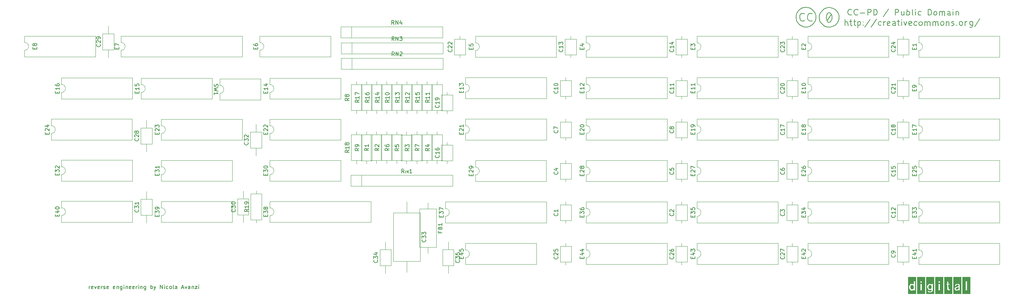
<source format=gto>
G04 #@! TF.GenerationSoftware,KiCad,Pcbnew,(5.1.12)-1*
G04 #@! TF.CreationDate,2023-01-17T22:17:09+01:00*
G04 #@! TF.ProjectId,arcobaleno memory extension,6172636f-6261-46c6-956e-6f206d656d6f,rev?*
G04 #@! TF.SameCoordinates,Original*
G04 #@! TF.FileFunction,Legend,Top*
G04 #@! TF.FilePolarity,Positive*
%FSLAX46Y46*%
G04 Gerber Fmt 4.6, Leading zero omitted, Abs format (unit mm)*
G04 Created by KiCad (PCBNEW (5.1.12)-1) date 2023-01-17 22:17:09*
%MOMM*%
%LPD*%
G01*
G04 APERTURE LIST*
%ADD10C,0.150000*%
%ADD11C,0.120000*%
%ADD12C,0.010000*%
%ADD13O,1.600000X1.600000*%
%ADD14R,1.600000X1.600000*%
%ADD15C,3.700000*%
%ADD16C,1.524000*%
%ADD17C,1.600000*%
%ADD18C,2.000000*%
%ADD19O,2.000000X2.000000*%
G04 APERTURE END LIST*
D10*
X39089937Y-117893460D02*
X39089937Y-117226794D01*
X39089937Y-117417270D02*
X39137556Y-117322032D01*
X39185175Y-117274413D01*
X39280413Y-117226794D01*
X39375651Y-117226794D01*
X40089937Y-117845841D02*
X39994699Y-117893460D01*
X39804222Y-117893460D01*
X39708984Y-117845841D01*
X39661365Y-117750603D01*
X39661365Y-117369651D01*
X39708984Y-117274413D01*
X39804222Y-117226794D01*
X39994699Y-117226794D01*
X40089937Y-117274413D01*
X40137556Y-117369651D01*
X40137556Y-117464889D01*
X39661365Y-117560127D01*
X40470889Y-117226794D02*
X40708984Y-117893460D01*
X40947080Y-117226794D01*
X41708984Y-117845841D02*
X41613746Y-117893460D01*
X41423270Y-117893460D01*
X41328032Y-117845841D01*
X41280413Y-117750603D01*
X41280413Y-117369651D01*
X41328032Y-117274413D01*
X41423270Y-117226794D01*
X41613746Y-117226794D01*
X41708984Y-117274413D01*
X41756603Y-117369651D01*
X41756603Y-117464889D01*
X41280413Y-117560127D01*
X42185175Y-117893460D02*
X42185175Y-117226794D01*
X42185175Y-117417270D02*
X42232794Y-117322032D01*
X42280413Y-117274413D01*
X42375651Y-117226794D01*
X42470889Y-117226794D01*
X42756603Y-117845841D02*
X42851841Y-117893460D01*
X43042318Y-117893460D01*
X43137556Y-117845841D01*
X43185175Y-117750603D01*
X43185175Y-117702984D01*
X43137556Y-117607746D01*
X43042318Y-117560127D01*
X42899460Y-117560127D01*
X42804222Y-117512508D01*
X42756603Y-117417270D01*
X42756603Y-117369651D01*
X42804222Y-117274413D01*
X42899460Y-117226794D01*
X43042318Y-117226794D01*
X43137556Y-117274413D01*
X43994699Y-117845841D02*
X43899460Y-117893460D01*
X43708984Y-117893460D01*
X43613746Y-117845841D01*
X43566127Y-117750603D01*
X43566127Y-117369651D01*
X43613746Y-117274413D01*
X43708984Y-117226794D01*
X43899460Y-117226794D01*
X43994699Y-117274413D01*
X44042318Y-117369651D01*
X44042318Y-117464889D01*
X43566127Y-117560127D01*
X45613746Y-117845841D02*
X45518508Y-117893460D01*
X45328032Y-117893460D01*
X45232794Y-117845841D01*
X45185175Y-117750603D01*
X45185175Y-117369651D01*
X45232794Y-117274413D01*
X45328032Y-117226794D01*
X45518508Y-117226794D01*
X45613746Y-117274413D01*
X45661365Y-117369651D01*
X45661365Y-117464889D01*
X45185175Y-117560127D01*
X46089937Y-117226794D02*
X46089937Y-117893460D01*
X46089937Y-117322032D02*
X46137556Y-117274413D01*
X46232794Y-117226794D01*
X46375651Y-117226794D01*
X46470889Y-117274413D01*
X46518508Y-117369651D01*
X46518508Y-117893460D01*
X47423270Y-117226794D02*
X47423270Y-118036318D01*
X47375651Y-118131556D01*
X47328032Y-118179175D01*
X47232794Y-118226794D01*
X47089937Y-118226794D01*
X46994699Y-118179175D01*
X47423270Y-117845841D02*
X47328032Y-117893460D01*
X47137556Y-117893460D01*
X47042318Y-117845841D01*
X46994699Y-117798222D01*
X46947080Y-117702984D01*
X46947080Y-117417270D01*
X46994699Y-117322032D01*
X47042318Y-117274413D01*
X47137556Y-117226794D01*
X47328032Y-117226794D01*
X47423270Y-117274413D01*
X47899460Y-117893460D02*
X47899460Y-117226794D01*
X47899460Y-116893460D02*
X47851841Y-116941080D01*
X47899460Y-116988699D01*
X47947080Y-116941080D01*
X47899460Y-116893460D01*
X47899460Y-116988699D01*
X48375651Y-117226794D02*
X48375651Y-117893460D01*
X48375651Y-117322032D02*
X48423270Y-117274413D01*
X48518508Y-117226794D01*
X48661365Y-117226794D01*
X48756603Y-117274413D01*
X48804222Y-117369651D01*
X48804222Y-117893460D01*
X49661365Y-117845841D02*
X49566127Y-117893460D01*
X49375651Y-117893460D01*
X49280413Y-117845841D01*
X49232794Y-117750603D01*
X49232794Y-117369651D01*
X49280413Y-117274413D01*
X49375651Y-117226794D01*
X49566127Y-117226794D01*
X49661365Y-117274413D01*
X49708984Y-117369651D01*
X49708984Y-117464889D01*
X49232794Y-117560127D01*
X50518508Y-117845841D02*
X50423270Y-117893460D01*
X50232794Y-117893460D01*
X50137556Y-117845841D01*
X50089937Y-117750603D01*
X50089937Y-117369651D01*
X50137556Y-117274413D01*
X50232794Y-117226794D01*
X50423270Y-117226794D01*
X50518508Y-117274413D01*
X50566127Y-117369651D01*
X50566127Y-117464889D01*
X50089937Y-117560127D01*
X50994699Y-117893460D02*
X50994699Y-117226794D01*
X50994699Y-117417270D02*
X51042318Y-117322032D01*
X51089937Y-117274413D01*
X51185175Y-117226794D01*
X51280413Y-117226794D01*
X51613746Y-117893460D02*
X51613746Y-117226794D01*
X51613746Y-116893460D02*
X51566127Y-116941080D01*
X51613746Y-116988699D01*
X51661365Y-116941080D01*
X51613746Y-116893460D01*
X51613746Y-116988699D01*
X52089937Y-117226794D02*
X52089937Y-117893460D01*
X52089937Y-117322032D02*
X52137556Y-117274413D01*
X52232794Y-117226794D01*
X52375651Y-117226794D01*
X52470889Y-117274413D01*
X52518508Y-117369651D01*
X52518508Y-117893460D01*
X53423270Y-117226794D02*
X53423270Y-118036318D01*
X53375651Y-118131556D01*
X53328032Y-118179175D01*
X53232794Y-118226794D01*
X53089937Y-118226794D01*
X52994699Y-118179175D01*
X53423270Y-117845841D02*
X53328032Y-117893460D01*
X53137556Y-117893460D01*
X53042318Y-117845841D01*
X52994699Y-117798222D01*
X52947080Y-117702984D01*
X52947080Y-117417270D01*
X52994699Y-117322032D01*
X53042318Y-117274413D01*
X53137556Y-117226794D01*
X53328032Y-117226794D01*
X53423270Y-117274413D01*
X54661365Y-117893460D02*
X54661365Y-116893460D01*
X54661365Y-117274413D02*
X54756603Y-117226794D01*
X54947080Y-117226794D01*
X55042318Y-117274413D01*
X55089937Y-117322032D01*
X55137556Y-117417270D01*
X55137556Y-117702984D01*
X55089937Y-117798222D01*
X55042318Y-117845841D01*
X54947080Y-117893460D01*
X54756603Y-117893460D01*
X54661365Y-117845841D01*
X55470889Y-117226794D02*
X55708984Y-117893460D01*
X55947080Y-117226794D02*
X55708984Y-117893460D01*
X55613746Y-118131556D01*
X55566127Y-118179175D01*
X55470889Y-118226794D01*
X57089937Y-117893460D02*
X57089937Y-116893460D01*
X57661365Y-117893460D01*
X57661365Y-116893460D01*
X58137556Y-117893460D02*
X58137556Y-117226794D01*
X58137556Y-116893460D02*
X58089937Y-116941080D01*
X58137556Y-116988699D01*
X58185175Y-116941080D01*
X58137556Y-116893460D01*
X58137556Y-116988699D01*
X59042318Y-117845841D02*
X58947080Y-117893460D01*
X58756603Y-117893460D01*
X58661365Y-117845841D01*
X58613746Y-117798222D01*
X58566127Y-117702984D01*
X58566127Y-117417270D01*
X58613746Y-117322032D01*
X58661365Y-117274413D01*
X58756603Y-117226794D01*
X58947080Y-117226794D01*
X59042318Y-117274413D01*
X59613746Y-117893460D02*
X59518508Y-117845841D01*
X59470889Y-117798222D01*
X59423270Y-117702984D01*
X59423270Y-117417270D01*
X59470889Y-117322032D01*
X59518508Y-117274413D01*
X59613746Y-117226794D01*
X59756603Y-117226794D01*
X59851841Y-117274413D01*
X59899460Y-117322032D01*
X59947080Y-117417270D01*
X59947080Y-117702984D01*
X59899460Y-117798222D01*
X59851841Y-117845841D01*
X59756603Y-117893460D01*
X59613746Y-117893460D01*
X60518508Y-117893460D02*
X60423270Y-117845841D01*
X60375651Y-117750603D01*
X60375651Y-116893460D01*
X61328032Y-117893460D02*
X61328032Y-117369651D01*
X61280413Y-117274413D01*
X61185175Y-117226794D01*
X60994699Y-117226794D01*
X60899460Y-117274413D01*
X61328032Y-117845841D02*
X61232794Y-117893460D01*
X60994699Y-117893460D01*
X60899460Y-117845841D01*
X60851841Y-117750603D01*
X60851841Y-117655365D01*
X60899460Y-117560127D01*
X60994699Y-117512508D01*
X61232794Y-117512508D01*
X61328032Y-117464889D01*
X62518508Y-117607746D02*
X62994699Y-117607746D01*
X62423270Y-117893460D02*
X62756603Y-116893460D01*
X63089937Y-117893460D01*
X63328032Y-117226794D02*
X63566127Y-117893460D01*
X63804222Y-117226794D01*
X64613746Y-117893460D02*
X64613746Y-117369651D01*
X64566127Y-117274413D01*
X64470889Y-117226794D01*
X64280413Y-117226794D01*
X64185175Y-117274413D01*
X64613746Y-117845841D02*
X64518508Y-117893460D01*
X64280413Y-117893460D01*
X64185175Y-117845841D01*
X64137556Y-117750603D01*
X64137556Y-117655365D01*
X64185175Y-117560127D01*
X64280413Y-117512508D01*
X64518508Y-117512508D01*
X64613746Y-117464889D01*
X65089937Y-117226794D02*
X65089937Y-117893460D01*
X65089937Y-117322032D02*
X65137556Y-117274413D01*
X65232794Y-117226794D01*
X65375651Y-117226794D01*
X65470889Y-117274413D01*
X65518508Y-117369651D01*
X65518508Y-117893460D01*
X65899460Y-117226794D02*
X66423270Y-117226794D01*
X65899460Y-117893460D01*
X66423270Y-117893460D01*
X66804222Y-117893460D02*
X66804222Y-117226794D01*
X66804222Y-116893460D02*
X66756603Y-116941080D01*
X66804222Y-116988699D01*
X66851841Y-116941080D01*
X66804222Y-116893460D01*
X66804222Y-116988699D01*
D11*
X22805080Y-57459080D02*
X22805080Y-59109080D01*
X22805080Y-59109080D02*
X40705080Y-59109080D01*
X40705080Y-59109080D02*
X40705080Y-53809080D01*
X40705080Y-53809080D02*
X22805080Y-53809080D01*
X22805080Y-53809080D02*
X22805080Y-55459080D01*
X22805080Y-55459080D02*
G75*
G02*
X22805080Y-57459080I0J-1000000D01*
G01*
D12*
G36*
X247976082Y-117028102D02*
G01*
X247986161Y-119162782D01*
X247007702Y-119162782D01*
X246687832Y-119161913D01*
X246439039Y-119159094D01*
X246254269Y-119154005D01*
X246126465Y-119146328D01*
X246048571Y-119135744D01*
X246013532Y-119121936D01*
X246010557Y-119117747D01*
X246007317Y-119074388D01*
X246004598Y-118965490D01*
X246002426Y-118797570D01*
X246000828Y-118577145D01*
X245999829Y-118310731D01*
X245999456Y-118004844D01*
X245999735Y-117666003D01*
X246000535Y-117360022D01*
X246212995Y-117360022D01*
X246218497Y-117608186D01*
X246270231Y-117844766D01*
X246368650Y-118052044D01*
X246433114Y-118136495D01*
X246602441Y-118277843D01*
X246794000Y-118354316D01*
X246997339Y-118363752D01*
X247202005Y-118303990D01*
X247214351Y-118298032D01*
X247302707Y-118261784D01*
X247354585Y-118254839D01*
X247360311Y-118262003D01*
X247395642Y-118281772D01*
X247486783Y-118294884D01*
X247575234Y-118298102D01*
X247790157Y-118298102D01*
X247790157Y-115916464D01*
X247585003Y-115927354D01*
X247379849Y-115938243D01*
X247368660Y-116311934D01*
X247363042Y-116478253D01*
X247356257Y-116583233D01*
X247345398Y-116637573D01*
X247327553Y-116651972D01*
X247299815Y-116637129D01*
X247283770Y-116624129D01*
X247156770Y-116562385D01*
X246991096Y-116542218D01*
X246809661Y-116560839D01*
X246635376Y-116615461D01*
X246491152Y-116703296D01*
X246469338Y-116723216D01*
X246338870Y-116899819D01*
X246253271Y-117117994D01*
X246212995Y-117360022D01*
X246000535Y-117360022D01*
X246000691Y-117300723D01*
X246002014Y-116983066D01*
X246012157Y-114893421D01*
X247966003Y-114893421D01*
X247976082Y-117028102D01*
G37*
X247976082Y-117028102D02*
X247986161Y-119162782D01*
X247007702Y-119162782D01*
X246687832Y-119161913D01*
X246439039Y-119159094D01*
X246254269Y-119154005D01*
X246126465Y-119146328D01*
X246048571Y-119135744D01*
X246013532Y-119121936D01*
X246010557Y-119117747D01*
X246007317Y-119074388D01*
X246004598Y-118965490D01*
X246002426Y-118797570D01*
X246000828Y-118577145D01*
X245999829Y-118310731D01*
X245999456Y-118004844D01*
X245999735Y-117666003D01*
X246000535Y-117360022D01*
X246212995Y-117360022D01*
X246218497Y-117608186D01*
X246270231Y-117844766D01*
X246368650Y-118052044D01*
X246433114Y-118136495D01*
X246602441Y-118277843D01*
X246794000Y-118354316D01*
X246997339Y-118363752D01*
X247202005Y-118303990D01*
X247214351Y-118298032D01*
X247302707Y-118261784D01*
X247354585Y-118254839D01*
X247360311Y-118262003D01*
X247395642Y-118281772D01*
X247486783Y-118294884D01*
X247575234Y-118298102D01*
X247790157Y-118298102D01*
X247790157Y-115916464D01*
X247585003Y-115927354D01*
X247379849Y-115938243D01*
X247368660Y-116311934D01*
X247363042Y-116478253D01*
X247356257Y-116583233D01*
X247345398Y-116637573D01*
X247327553Y-116651972D01*
X247299815Y-116637129D01*
X247283770Y-116624129D01*
X247156770Y-116562385D01*
X246991096Y-116542218D01*
X246809661Y-116560839D01*
X246635376Y-116615461D01*
X246491152Y-116703296D01*
X246469338Y-116723216D01*
X246338870Y-116899819D01*
X246253271Y-117117994D01*
X246212995Y-117360022D01*
X246000535Y-117360022D01*
X246000691Y-117300723D01*
X246002014Y-116983066D01*
X246012157Y-114893421D01*
X247966003Y-114893421D01*
X247976082Y-117028102D01*
G36*
X250252003Y-119162782D02*
G01*
X248298157Y-119162782D01*
X248298157Y-116604768D01*
X249079695Y-116604768D01*
X249079695Y-118298102D01*
X249470464Y-118298102D01*
X249470464Y-116604768D01*
X249079695Y-116604768D01*
X248298157Y-116604768D01*
X248298157Y-116352570D01*
X249075795Y-116352570D01*
X249474365Y-116352570D01*
X249462645Y-116145407D01*
X249450926Y-115938243D01*
X249099234Y-115938243D01*
X249087514Y-116145407D01*
X249075795Y-116352570D01*
X248298157Y-116352570D01*
X248298157Y-114875407D01*
X250252003Y-114875407D01*
X250252003Y-119162782D01*
G37*
X250252003Y-119162782D02*
X248298157Y-119162782D01*
X248298157Y-116604768D01*
X249079695Y-116604768D01*
X249079695Y-118298102D01*
X249470464Y-118298102D01*
X249470464Y-116604768D01*
X249079695Y-116604768D01*
X248298157Y-116604768D01*
X248298157Y-116352570D01*
X249075795Y-116352570D01*
X249474365Y-116352570D01*
X249462645Y-116145407D01*
X249450926Y-115938243D01*
X249099234Y-115938243D01*
X249087514Y-116145407D01*
X249075795Y-116352570D01*
X248298157Y-116352570D01*
X248298157Y-114875407D01*
X250252003Y-114875407D01*
X250252003Y-119162782D01*
G36*
X252557541Y-119162782D02*
G01*
X251579392Y-119162782D01*
X251259575Y-119161913D01*
X251010836Y-119159092D01*
X250826116Y-119154001D01*
X250698361Y-119146321D01*
X250620512Y-119135733D01*
X250585514Y-119121919D01*
X250582557Y-119117747D01*
X250579317Y-119074388D01*
X250576598Y-118965490D01*
X250574426Y-118797570D01*
X250572828Y-118577145D01*
X250571829Y-118310731D01*
X250571456Y-118004844D01*
X250571735Y-117666003D01*
X250572202Y-117487209D01*
X250783176Y-117487209D01*
X250823679Y-117700729D01*
X250909427Y-117887615D01*
X251032524Y-118040264D01*
X251185077Y-118151075D01*
X251359189Y-118212445D01*
X251546965Y-118216772D01*
X251735095Y-118159084D01*
X251893234Y-118083088D01*
X251893234Y-118187648D01*
X251877903Y-118318947D01*
X251822956Y-118405481D01*
X251734131Y-118461562D01*
X251600662Y-118502239D01*
X251467496Y-118506022D01*
X251354900Y-118476997D01*
X251283145Y-118419252D01*
X251268003Y-118367585D01*
X251232667Y-118349263D01*
X251141517Y-118337111D01*
X251053080Y-118334130D01*
X250919999Y-118338937D01*
X250855010Y-118361915D01*
X250848268Y-118415897D01*
X250889926Y-118513718D01*
X250900058Y-118533582D01*
X251010507Y-118667407D01*
X251178910Y-118753949D01*
X251403665Y-118792585D01*
X251566007Y-118792456D01*
X251774164Y-118770394D01*
X251927345Y-118726513D01*
X251982041Y-118699477D01*
X252063827Y-118651171D01*
X252128091Y-118604272D01*
X252177081Y-118549740D01*
X252213043Y-118478535D01*
X252238226Y-118381619D01*
X252254876Y-118249950D01*
X252265242Y-118074491D01*
X252271572Y-117846200D01*
X252276112Y-117556038D01*
X252276672Y-117514485D01*
X252288880Y-116604768D01*
X252109369Y-116604768D01*
X251974513Y-116616319D01*
X251910964Y-116651458D01*
X251908054Y-116657155D01*
X251883270Y-116685533D01*
X251832758Y-116678989D01*
X251743782Y-116639141D01*
X251590871Y-116581679D01*
X251449050Y-116576103D01*
X251285239Y-116621375D01*
X251277050Y-116624502D01*
X251084100Y-116725106D01*
X250943811Y-116862789D01*
X250848365Y-117047791D01*
X250795814Y-117254656D01*
X250783176Y-117487209D01*
X250572202Y-117487209D01*
X250572691Y-117300723D01*
X250574014Y-116983066D01*
X250584157Y-114893421D01*
X252557541Y-114874169D01*
X252557541Y-119162782D01*
G37*
X252557541Y-119162782D02*
X251579392Y-119162782D01*
X251259575Y-119161913D01*
X251010836Y-119159092D01*
X250826116Y-119154001D01*
X250698361Y-119146321D01*
X250620512Y-119135733D01*
X250585514Y-119121919D01*
X250582557Y-119117747D01*
X250579317Y-119074388D01*
X250576598Y-118965490D01*
X250574426Y-118797570D01*
X250572828Y-118577145D01*
X250571829Y-118310731D01*
X250571456Y-118004844D01*
X250571735Y-117666003D01*
X250572202Y-117487209D01*
X250783176Y-117487209D01*
X250823679Y-117700729D01*
X250909427Y-117887615D01*
X251032524Y-118040264D01*
X251185077Y-118151075D01*
X251359189Y-118212445D01*
X251546965Y-118216772D01*
X251735095Y-118159084D01*
X251893234Y-118083088D01*
X251893234Y-118187648D01*
X251877903Y-118318947D01*
X251822956Y-118405481D01*
X251734131Y-118461562D01*
X251600662Y-118502239D01*
X251467496Y-118506022D01*
X251354900Y-118476997D01*
X251283145Y-118419252D01*
X251268003Y-118367585D01*
X251232667Y-118349263D01*
X251141517Y-118337111D01*
X251053080Y-118334130D01*
X250919999Y-118338937D01*
X250855010Y-118361915D01*
X250848268Y-118415897D01*
X250889926Y-118513718D01*
X250900058Y-118533582D01*
X251010507Y-118667407D01*
X251178910Y-118753949D01*
X251403665Y-118792585D01*
X251566007Y-118792456D01*
X251774164Y-118770394D01*
X251927345Y-118726513D01*
X251982041Y-118699477D01*
X252063827Y-118651171D01*
X252128091Y-118604272D01*
X252177081Y-118549740D01*
X252213043Y-118478535D01*
X252238226Y-118381619D01*
X252254876Y-118249950D01*
X252265242Y-118074491D01*
X252271572Y-117846200D01*
X252276112Y-117556038D01*
X252276672Y-117514485D01*
X252288880Y-116604768D01*
X252109369Y-116604768D01*
X251974513Y-116616319D01*
X251910964Y-116651458D01*
X251908054Y-116657155D01*
X251883270Y-116685533D01*
X251832758Y-116678989D01*
X251743782Y-116639141D01*
X251590871Y-116581679D01*
X251449050Y-116576103D01*
X251285239Y-116621375D01*
X251277050Y-116624502D01*
X251084100Y-116725106D01*
X250943811Y-116862789D01*
X250848365Y-117047791D01*
X250795814Y-117254656D01*
X250783176Y-117487209D01*
X250572202Y-117487209D01*
X250572691Y-117300723D01*
X250574014Y-116983066D01*
X250584157Y-114893421D01*
X252557541Y-114874169D01*
X252557541Y-119162782D01*
G36*
X254843541Y-114893421D02*
G01*
X254843541Y-119144768D01*
X252870157Y-119164020D01*
X252870157Y-116604768D01*
X253651695Y-116604768D01*
X253651695Y-118298102D01*
X254081541Y-118298102D01*
X254081541Y-116604768D01*
X253651695Y-116604768D01*
X252870157Y-116604768D01*
X252870157Y-116352570D01*
X253647795Y-116352570D01*
X254085441Y-116352570D01*
X254073722Y-116145407D01*
X254062003Y-115938243D01*
X253671234Y-115938243D01*
X253659514Y-116145407D01*
X253647795Y-116352570D01*
X252870157Y-116352570D01*
X252870157Y-114874169D01*
X254843541Y-114893421D01*
G37*
X254843541Y-114893421D02*
X254843541Y-119144768D01*
X252870157Y-119164020D01*
X252870157Y-116604768D01*
X253651695Y-116604768D01*
X253651695Y-118298102D01*
X254081541Y-118298102D01*
X254081541Y-116604768D01*
X253651695Y-116604768D01*
X252870157Y-116604768D01*
X252870157Y-116352570D01*
X253647795Y-116352570D01*
X254085441Y-116352570D01*
X254073722Y-116145407D01*
X254062003Y-115938243D01*
X253671234Y-115938243D01*
X253659514Y-116145407D01*
X253647795Y-116352570D01*
X252870157Y-116352570D01*
X252870157Y-114874169D01*
X254843541Y-114893421D01*
G36*
X257129541Y-119162782D02*
G01*
X255175695Y-119162782D01*
X255175695Y-116712853D01*
X255683695Y-116712853D01*
X255689027Y-116805703D01*
X255714178Y-116846972D01*
X255772880Y-116856915D01*
X255781387Y-116856967D01*
X255879080Y-116856967D01*
X255879080Y-118087474D01*
X255995285Y-118194614D01*
X256069832Y-118255864D01*
X256141029Y-118286184D01*
X256239050Y-118294071D01*
X256337208Y-118290921D01*
X256562926Y-118280087D01*
X256574836Y-118108953D01*
X256586746Y-117937818D01*
X256449211Y-117937818D01*
X256331209Y-117919752D01*
X256271224Y-117868130D01*
X256255977Y-117806953D01*
X256243358Y-117689836D01*
X256234573Y-117532883D01*
X256230826Y-117352197D01*
X256230772Y-117327704D01*
X256230772Y-116856967D01*
X256543387Y-116856967D01*
X256543387Y-116568740D01*
X256230772Y-116568740D01*
X256230772Y-115956258D01*
X255879080Y-115956258D01*
X255879080Y-116262499D01*
X255878183Y-116410795D01*
X255872458Y-116501301D01*
X255857354Y-116548283D01*
X255828321Y-116566007D01*
X255781387Y-116568740D01*
X255718446Y-116576606D01*
X255690471Y-116613708D01*
X255683730Y-116700303D01*
X255683695Y-116712853D01*
X255175695Y-116712853D01*
X255175695Y-114875407D01*
X257129541Y-114875407D01*
X257129541Y-119162782D01*
G37*
X257129541Y-119162782D02*
X255175695Y-119162782D01*
X255175695Y-116712853D01*
X255683695Y-116712853D01*
X255689027Y-116805703D01*
X255714178Y-116846972D01*
X255772880Y-116856915D01*
X255781387Y-116856967D01*
X255879080Y-116856967D01*
X255879080Y-118087474D01*
X255995285Y-118194614D01*
X256069832Y-118255864D01*
X256141029Y-118286184D01*
X256239050Y-118294071D01*
X256337208Y-118290921D01*
X256562926Y-118280087D01*
X256574836Y-118108953D01*
X256586746Y-117937818D01*
X256449211Y-117937818D01*
X256331209Y-117919752D01*
X256271224Y-117868130D01*
X256255977Y-117806953D01*
X256243358Y-117689836D01*
X256234573Y-117532883D01*
X256230826Y-117352197D01*
X256230772Y-117327704D01*
X256230772Y-116856967D01*
X256543387Y-116856967D01*
X256543387Y-116568740D01*
X256230772Y-116568740D01*
X256230772Y-115956258D01*
X255879080Y-115956258D01*
X255879080Y-116262499D01*
X255878183Y-116410795D01*
X255872458Y-116501301D01*
X255857354Y-116548283D01*
X255828321Y-116566007D01*
X255781387Y-116568740D01*
X255718446Y-116576606D01*
X255690471Y-116613708D01*
X255683730Y-116700303D01*
X255683695Y-116712853D01*
X255175695Y-116712853D01*
X255175695Y-114875407D01*
X257129541Y-114875407D01*
X257129541Y-119162782D01*
G36*
X259425620Y-117028102D02*
G01*
X259435700Y-119162782D01*
X258457240Y-119162782D01*
X258137370Y-119161913D01*
X257888578Y-119159094D01*
X257703808Y-119154005D01*
X257576004Y-119146328D01*
X257498110Y-119135744D01*
X257463070Y-119121936D01*
X257460096Y-119117747D01*
X257456855Y-119074388D01*
X257454136Y-118965490D01*
X257451964Y-118797570D01*
X257450366Y-118577145D01*
X257449367Y-118310731D01*
X257448995Y-118004844D01*
X257449117Y-117856024D01*
X257706111Y-117856024D01*
X257743286Y-118029207D01*
X257839587Y-118169408D01*
X257981401Y-118269994D01*
X258155111Y-118324333D01*
X258347104Y-118325793D01*
X258543765Y-118267740D01*
X258547586Y-118265957D01*
X258641251Y-118226912D01*
X258684365Y-118225077D01*
X258692618Y-118247943D01*
X258717667Y-118279624D01*
X258800467Y-118295252D01*
X258897772Y-118298144D01*
X259102926Y-118298186D01*
X259090771Y-117589549D01*
X259084475Y-117313128D01*
X259074557Y-117099386D01*
X259058478Y-116938949D01*
X259033700Y-116822445D01*
X258997681Y-116740503D01*
X258947883Y-116683750D01*
X258881766Y-116642815D01*
X258828047Y-116619944D01*
X258672104Y-116582841D01*
X258480974Y-116569523D01*
X258286839Y-116579484D01*
X258121883Y-116612217D01*
X258070701Y-116631846D01*
X257941410Y-116727460D01*
X257843278Y-116864364D01*
X257795635Y-117013670D01*
X257793849Y-117045554D01*
X257801002Y-117109622D01*
X257837321Y-117138052D01*
X257925091Y-117145096D01*
X257949632Y-117145194D01*
X258054701Y-117138166D01*
X258114000Y-117104637D01*
X258159449Y-117025941D01*
X258161589Y-117021240D01*
X258222489Y-116927718D01*
X258311566Y-116882439D01*
X258348135Y-116874736D01*
X258507107Y-116871170D01*
X258630401Y-116915828D01*
X258702992Y-117002600D01*
X258709368Y-117021678D01*
X258718790Y-117102116D01*
X258704551Y-117146747D01*
X258654293Y-117168237D01*
X258548434Y-117201415D01*
X258407095Y-117240127D01*
X258361308Y-117251768D01*
X258110669Y-117324585D01*
X257929090Y-117404674D01*
X257807485Y-117500411D01*
X257736772Y-117620176D01*
X257707864Y-117772346D01*
X257706111Y-117856024D01*
X257449117Y-117856024D01*
X257449273Y-117666003D01*
X257450230Y-117300723D01*
X257451553Y-116983066D01*
X257461695Y-114893421D01*
X259415541Y-114893421D01*
X259425620Y-117028102D01*
G37*
X259425620Y-117028102D02*
X259435700Y-119162782D01*
X258457240Y-119162782D01*
X258137370Y-119161913D01*
X257888578Y-119159094D01*
X257703808Y-119154005D01*
X257576004Y-119146328D01*
X257498110Y-119135744D01*
X257463070Y-119121936D01*
X257460096Y-119117747D01*
X257456855Y-119074388D01*
X257454136Y-118965490D01*
X257451964Y-118797570D01*
X257450366Y-118577145D01*
X257449367Y-118310731D01*
X257448995Y-118004844D01*
X257449117Y-117856024D01*
X257706111Y-117856024D01*
X257743286Y-118029207D01*
X257839587Y-118169408D01*
X257981401Y-118269994D01*
X258155111Y-118324333D01*
X258347104Y-118325793D01*
X258543765Y-118267740D01*
X258547586Y-118265957D01*
X258641251Y-118226912D01*
X258684365Y-118225077D01*
X258692618Y-118247943D01*
X258717667Y-118279624D01*
X258800467Y-118295252D01*
X258897772Y-118298144D01*
X259102926Y-118298186D01*
X259090771Y-117589549D01*
X259084475Y-117313128D01*
X259074557Y-117099386D01*
X259058478Y-116938949D01*
X259033700Y-116822445D01*
X258997681Y-116740503D01*
X258947883Y-116683750D01*
X258881766Y-116642815D01*
X258828047Y-116619944D01*
X258672104Y-116582841D01*
X258480974Y-116569523D01*
X258286839Y-116579484D01*
X258121883Y-116612217D01*
X258070701Y-116631846D01*
X257941410Y-116727460D01*
X257843278Y-116864364D01*
X257795635Y-117013670D01*
X257793849Y-117045554D01*
X257801002Y-117109622D01*
X257837321Y-117138052D01*
X257925091Y-117145096D01*
X257949632Y-117145194D01*
X258054701Y-117138166D01*
X258114000Y-117104637D01*
X258159449Y-117025941D01*
X258161589Y-117021240D01*
X258222489Y-116927718D01*
X258311566Y-116882439D01*
X258348135Y-116874736D01*
X258507107Y-116871170D01*
X258630401Y-116915828D01*
X258702992Y-117002600D01*
X258709368Y-117021678D01*
X258718790Y-117102116D01*
X258704551Y-117146747D01*
X258654293Y-117168237D01*
X258548434Y-117201415D01*
X258407095Y-117240127D01*
X258361308Y-117251768D01*
X258110669Y-117324585D01*
X257929090Y-117404674D01*
X257807485Y-117500411D01*
X257736772Y-117620176D01*
X257707864Y-117772346D01*
X257706111Y-117856024D01*
X257449117Y-117856024D01*
X257449273Y-117666003D01*
X257450230Y-117300723D01*
X257451553Y-116983066D01*
X257461695Y-114893421D01*
X259415541Y-114893421D01*
X259425620Y-117028102D01*
G36*
X260734387Y-114883795D02*
G01*
X261721080Y-114893421D01*
X261721080Y-119144768D01*
X260734387Y-119154394D01*
X259747695Y-119164020D01*
X259747695Y-115884201D01*
X260529234Y-115884201D01*
X260529234Y-118298102D01*
X260920003Y-118298102D01*
X260920003Y-115884201D01*
X260529234Y-115884201D01*
X259747695Y-115884201D01*
X259747695Y-114874169D01*
X260734387Y-114883795D01*
G37*
X260734387Y-114883795D02*
X261721080Y-114893421D01*
X261721080Y-119144768D01*
X260734387Y-119154394D01*
X259747695Y-119164020D01*
X259747695Y-115884201D01*
X260529234Y-115884201D01*
X260529234Y-118298102D01*
X260920003Y-118298102D01*
X260920003Y-115884201D01*
X260529234Y-115884201D01*
X259747695Y-115884201D01*
X259747695Y-114874169D01*
X260734387Y-114883795D01*
G36*
X247071729Y-116937720D02*
G01*
X247209712Y-117003994D01*
X247246086Y-117034337D01*
X247301487Y-117089814D01*
X247335306Y-117143834D01*
X247352844Y-117215759D01*
X247359404Y-117324951D01*
X247360311Y-117451435D01*
X247358700Y-117604142D01*
X247350332Y-117704167D01*
X247329906Y-117770871D01*
X247292118Y-117823616D01*
X247246086Y-117868533D01*
X247110343Y-117956521D01*
X246972377Y-117972504D01*
X246832620Y-117916494D01*
X246757031Y-117856754D01*
X246644279Y-117703253D01*
X246594981Y-117516656D01*
X246612094Y-117309487D01*
X246620386Y-117278057D01*
X246695484Y-117110979D01*
X246803290Y-116995623D01*
X246932480Y-116936400D01*
X247071729Y-116937720D01*
G37*
X247071729Y-116937720D02*
X247209712Y-117003994D01*
X247246086Y-117034337D01*
X247301487Y-117089814D01*
X247335306Y-117143834D01*
X247352844Y-117215759D01*
X247359404Y-117324951D01*
X247360311Y-117451435D01*
X247358700Y-117604142D01*
X247350332Y-117704167D01*
X247329906Y-117770871D01*
X247292118Y-117823616D01*
X247246086Y-117868533D01*
X247110343Y-117956521D01*
X246972377Y-117972504D01*
X246832620Y-117916494D01*
X246757031Y-117856754D01*
X246644279Y-117703253D01*
X246594981Y-117516656D01*
X246612094Y-117309487D01*
X246620386Y-117278057D01*
X246695484Y-117110979D01*
X246803290Y-116995623D01*
X246932480Y-116936400D01*
X247071729Y-116937720D01*
G36*
X251731563Y-116992966D02*
G01*
X251773005Y-117022297D01*
X251832237Y-117071962D01*
X251867915Y-117120585D01*
X251886000Y-117187496D01*
X251892448Y-117292026D01*
X251893234Y-117412329D01*
X251890814Y-117563561D01*
X251880550Y-117661606D01*
X251857932Y-117725268D01*
X251818453Y-117773351D01*
X251803432Y-117786870D01*
X251658972Y-117869787D01*
X251503466Y-117883535D01*
X251357912Y-117832774D01*
X251249024Y-117730957D01*
X251182087Y-117587413D01*
X251158347Y-117421928D01*
X251179050Y-117254288D01*
X251245444Y-117104279D01*
X251307421Y-117031251D01*
X251442370Y-116947067D01*
X251584904Y-116934283D01*
X251731563Y-116992966D01*
G37*
X251731563Y-116992966D02*
X251773005Y-117022297D01*
X251832237Y-117071962D01*
X251867915Y-117120585D01*
X251886000Y-117187496D01*
X251892448Y-117292026D01*
X251893234Y-117412329D01*
X251890814Y-117563561D01*
X251880550Y-117661606D01*
X251857932Y-117725268D01*
X251818453Y-117773351D01*
X251803432Y-117786870D01*
X251658972Y-117869787D01*
X251503466Y-117883535D01*
X251357912Y-117832774D01*
X251249024Y-117730957D01*
X251182087Y-117587413D01*
X251158347Y-117421928D01*
X251179050Y-117254288D01*
X251245444Y-117104279D01*
X251307421Y-117031251D01*
X251442370Y-116947067D01*
X251584904Y-116934283D01*
X251731563Y-116992966D01*
G36*
X258707376Y-117507777D02*
G01*
X258718859Y-117526603D01*
X258728967Y-117637042D01*
X258689725Y-117764463D01*
X258612054Y-117879975D01*
X258571060Y-117917632D01*
X258455105Y-117980369D01*
X258327960Y-118009038D01*
X258216104Y-118000635D01*
X258155109Y-117964839D01*
X258091740Y-117849592D01*
X258102959Y-117741810D01*
X258185247Y-117646366D01*
X258335088Y-117568132D01*
X258470334Y-117528047D01*
X258599096Y-117500507D01*
X258671850Y-117493787D01*
X258707376Y-117507777D01*
G37*
X258707376Y-117507777D02*
X258718859Y-117526603D01*
X258728967Y-117637042D01*
X258689725Y-117764463D01*
X258612054Y-117879975D01*
X258571060Y-117917632D01*
X258455105Y-117980369D01*
X258327960Y-118009038D01*
X258216104Y-118000635D01*
X258155109Y-117964839D01*
X258091740Y-117849592D01*
X258102959Y-117741810D01*
X258185247Y-117646366D01*
X258335088Y-117568132D01*
X258470334Y-117528047D01*
X258599096Y-117500507D01*
X258671850Y-117493787D01*
X258707376Y-117507777D01*
D10*
X226696520Y-46700780D02*
X226097080Y-46601720D01*
X227097840Y-46799840D02*
X226696520Y-46700780D01*
X227598220Y-47102100D02*
X227097840Y-46799840D01*
X228096060Y-47599940D02*
X227598220Y-47102100D01*
X228398320Y-48100320D02*
X228096060Y-47599940D01*
X228596440Y-48702300D02*
X228398320Y-48100320D01*
X228596440Y-49301740D02*
X228596440Y-48702300D01*
X228497380Y-49901180D02*
X228596440Y-49301740D01*
X228096060Y-50602220D02*
X228497380Y-49901180D01*
X227598220Y-51100060D02*
X228096060Y-50602220D01*
X226996240Y-51402320D02*
X227598220Y-51100060D01*
X226396800Y-51600440D02*
X226996240Y-51402320D01*
X225596700Y-51600440D02*
X226396800Y-51600440D01*
X224898200Y-51300720D02*
X225596700Y-51600440D01*
X224397820Y-50901940D02*
X224898200Y-51300720D01*
X223795840Y-50200900D02*
X224397820Y-50901940D01*
X223597720Y-49400800D02*
X223795840Y-50200900D01*
X223597720Y-48801360D02*
X223597720Y-49400800D01*
X223696780Y-48300980D02*
X223597720Y-48801360D01*
X223897440Y-47902200D02*
X223696780Y-48300980D01*
X224397820Y-47300220D02*
X223897440Y-47902200D01*
X224898200Y-46901440D02*
X224397820Y-47300220D01*
X225396040Y-46700780D02*
X224898200Y-46901440D01*
X225998020Y-46601720D02*
X225396040Y-46700780D01*
X226097080Y-46601720D02*
X225998020Y-46601720D01*
X225847080Y-47951080D02*
X226097080Y-47901080D01*
X225597080Y-48151080D02*
X225847080Y-47951080D01*
X225447080Y-48651080D02*
X225597080Y-48151080D01*
X225347080Y-49151080D02*
X225447080Y-48651080D01*
X225447080Y-49701080D02*
X225347080Y-49151080D01*
X225597080Y-50101080D02*
X225447080Y-49701080D01*
X225847080Y-50351080D02*
X225597080Y-50101080D01*
X226147080Y-50401080D02*
X225847080Y-50351080D01*
X226447080Y-50201080D02*
X226147080Y-50401080D01*
X226597080Y-49951080D02*
X226447080Y-50201080D01*
X226797080Y-49501080D02*
X226597080Y-49951080D01*
X226797080Y-49151080D02*
X226797080Y-49501080D01*
X226797080Y-48701080D02*
X226797080Y-49151080D01*
X226647080Y-48301080D02*
X226797080Y-48701080D01*
X226397080Y-48001080D02*
X226647080Y-48301080D01*
X226097080Y-47901080D02*
X226397080Y-48001080D01*
X220846520Y-46650780D02*
X220247080Y-46551720D01*
X221247840Y-46749840D02*
X220846520Y-46650780D01*
X221748220Y-47052100D02*
X221247840Y-46749840D01*
X222246060Y-47549940D02*
X221748220Y-47052100D01*
X222548320Y-48050320D02*
X222246060Y-47549940D01*
X222746440Y-48652300D02*
X222548320Y-48050320D01*
X222746440Y-49251740D02*
X222746440Y-48652300D01*
X222647380Y-49851180D02*
X222746440Y-49251740D01*
X222246060Y-50552220D02*
X222647380Y-49851180D01*
X221748220Y-51050060D02*
X222246060Y-50552220D01*
X221146240Y-51352320D02*
X221748220Y-51050060D01*
X220546800Y-51550440D02*
X221146240Y-51352320D01*
X219746700Y-51550440D02*
X220546800Y-51550440D01*
X219048200Y-51250720D02*
X219746700Y-51550440D01*
X218547820Y-50851940D02*
X219048200Y-51250720D01*
X217945840Y-50150900D02*
X218547820Y-50851940D01*
X217747720Y-49350800D02*
X217945840Y-50150900D01*
X217747720Y-48751360D02*
X217747720Y-49350800D01*
X217846780Y-48250980D02*
X217747720Y-48751360D01*
X218047440Y-47852200D02*
X217846780Y-48250980D01*
X218547820Y-47250220D02*
X218047440Y-47852200D01*
X219048200Y-46851440D02*
X218547820Y-47250220D01*
X219546040Y-46650780D02*
X219048200Y-46851440D01*
X220148020Y-46551720D02*
X219546040Y-46650780D01*
X220247080Y-46551720D02*
X220148020Y-46551720D01*
X219647640Y-50051840D02*
X219848300Y-49851180D01*
X219246320Y-50051840D02*
X219647640Y-50051840D01*
X218946600Y-49950240D02*
X219246320Y-50051840D01*
X218745940Y-49650520D02*
X218946600Y-49950240D01*
X218646880Y-49150140D02*
X218745940Y-49650520D01*
X218646880Y-48751360D02*
X218646880Y-49150140D01*
X218745940Y-48350040D02*
X218646880Y-48751360D01*
X219048200Y-48151920D02*
X218745940Y-48350040D01*
X219446980Y-48050320D02*
X219048200Y-48151920D01*
X219746700Y-48151920D02*
X219446980Y-48050320D01*
X219848300Y-48250980D02*
X219746700Y-48151920D01*
X221748220Y-50051840D02*
X221847280Y-49851180D01*
X221445960Y-50051840D02*
X221748220Y-50051840D01*
X221247840Y-50051840D02*
X221445960Y-50051840D01*
X220846520Y-49851180D02*
X221247840Y-50051840D01*
X220645860Y-49449860D02*
X220846520Y-49851180D01*
X220645860Y-49051080D02*
X220645860Y-49449860D01*
X220747460Y-48550700D02*
X220645860Y-49051080D01*
X220948120Y-48151920D02*
X220747460Y-48550700D01*
X221247840Y-48050320D02*
X220948120Y-48151920D01*
X221547560Y-48050320D02*
X221247840Y-48050320D01*
X221748220Y-48151920D02*
X221547560Y-48050320D01*
X221847280Y-48250980D02*
X221748220Y-48151920D01*
X231447080Y-48551080D02*
X231797080Y-48451080D01*
X231097080Y-48451080D02*
X231447080Y-48551080D01*
X230897080Y-48151080D02*
X231097080Y-48451080D01*
X230797080Y-47851080D02*
X230897080Y-48151080D01*
X230897080Y-47401080D02*
X230797080Y-47851080D01*
X231147080Y-47101080D02*
X230897080Y-47401080D01*
X231497080Y-47051080D02*
X231147080Y-47101080D01*
X231797080Y-47201080D02*
X231497080Y-47051080D01*
X233047080Y-48551080D02*
X233297080Y-48401080D01*
X232747080Y-48501080D02*
X233047080Y-48551080D01*
X232447080Y-48201080D02*
X232747080Y-48501080D01*
X232347080Y-47801080D02*
X232447080Y-48201080D01*
X232397080Y-47401080D02*
X232347080Y-47801080D01*
X232747080Y-47051080D02*
X232397080Y-47401080D01*
X233147080Y-47101080D02*
X232747080Y-47051080D01*
X233397080Y-47201080D02*
X233147080Y-47101080D01*
X233897080Y-48001080D02*
X235147080Y-48001080D01*
X236397080Y-47801080D02*
X235897080Y-47801080D01*
X236647080Y-47701080D02*
X236397080Y-47801080D01*
X236697080Y-47451080D02*
X236647080Y-47701080D01*
X236697080Y-47251080D02*
X236697080Y-47451080D01*
X236497080Y-47051080D02*
X236697080Y-47251080D01*
X235897080Y-47051080D02*
X236497080Y-47051080D01*
X235897080Y-48551080D02*
X235897080Y-47051080D01*
X237647080Y-47051080D02*
X237497080Y-47051080D01*
X237997080Y-47151080D02*
X237647080Y-47051080D01*
X238147080Y-47401080D02*
X237997080Y-47151080D01*
X238247080Y-47801080D02*
X238147080Y-47401080D01*
X238197080Y-48151080D02*
X238247080Y-47801080D01*
X237997080Y-48451080D02*
X238197080Y-48151080D01*
X237697080Y-48551080D02*
X237997080Y-48451080D01*
X237397080Y-48551080D02*
X237697080Y-48551080D01*
X237397080Y-47051080D02*
X237397080Y-48551080D01*
X239797080Y-48951080D02*
X241147080Y-46951080D01*
X243397080Y-47851080D02*
X242947080Y-47851080D01*
X243597080Y-47701080D02*
X243397080Y-47851080D01*
X243697080Y-47451080D02*
X243597080Y-47701080D01*
X243597080Y-47151080D02*
X243697080Y-47451080D01*
X243347080Y-47051080D02*
X243597080Y-47151080D01*
X242847080Y-47051080D02*
X243347080Y-47051080D01*
X242847080Y-48551080D02*
X242847080Y-47051080D01*
X244647080Y-48551080D02*
X244997080Y-48451080D01*
X244447080Y-48501080D02*
X244647080Y-48551080D01*
X244297080Y-48351080D02*
X244447080Y-48501080D01*
X244297080Y-48001080D02*
X244297080Y-48351080D01*
X244297080Y-47601080D02*
X244297080Y-48001080D01*
X244997080Y-47551080D02*
X244997080Y-48551080D01*
X246097080Y-47551080D02*
X245797080Y-47551080D01*
X246347080Y-47651080D02*
X246097080Y-47551080D01*
X246447080Y-48001080D02*
X246347080Y-47651080D01*
X246347080Y-48401080D02*
X246447080Y-48001080D01*
X246097080Y-48551080D02*
X246347080Y-48401080D01*
X245697080Y-48551080D02*
X246097080Y-48551080D01*
X245747080Y-47051080D02*
X245697080Y-48551080D01*
X247097080Y-48401080D02*
X247297080Y-48551080D01*
X247097080Y-47101080D02*
X247097080Y-48401080D01*
X247897080Y-47201080D02*
X247847080Y-47201080D01*
X247897080Y-47101080D02*
X247897080Y-47201080D01*
X247897080Y-47551080D02*
X247897080Y-48501080D01*
X248997080Y-48551080D02*
X249247080Y-48501080D01*
X248697080Y-48501080D02*
X248997080Y-48551080D01*
X248547080Y-48251080D02*
X248697080Y-48501080D01*
X248547080Y-47901080D02*
X248547080Y-48251080D01*
X248697080Y-47601080D02*
X248547080Y-47901080D01*
X249047080Y-47551080D02*
X248697080Y-47601080D01*
X249297080Y-47651080D02*
X249047080Y-47551080D01*
X251597080Y-47101080D02*
X251097080Y-47051080D01*
X251847080Y-47351080D02*
X251597080Y-47101080D01*
X251947080Y-47851080D02*
X251847080Y-47351080D01*
X251847080Y-48301080D02*
X251947080Y-47851080D01*
X251497080Y-48551080D02*
X251847080Y-48301080D01*
X251097080Y-48551080D02*
X251497080Y-48551080D01*
X251097080Y-47051080D02*
X251097080Y-48551080D01*
X253247080Y-47751080D02*
X253047080Y-47601080D01*
X253297080Y-47901080D02*
X253247080Y-47751080D01*
X253297080Y-48251080D02*
X253297080Y-47901080D01*
X253097080Y-48501080D02*
X253297080Y-48251080D01*
X252797080Y-48551080D02*
X253097080Y-48501080D01*
X252547080Y-48301080D02*
X252797080Y-48551080D01*
X252547080Y-47951080D02*
X252547080Y-48301080D01*
X252697080Y-47651080D02*
X252547080Y-47951080D01*
X252947080Y-47551080D02*
X252697080Y-47651080D01*
X253997080Y-48601080D02*
X253997080Y-47551080D01*
X254347080Y-47601080D02*
X254097080Y-47651080D01*
X254547080Y-47651080D02*
X254347080Y-47601080D01*
X254647080Y-47751080D02*
X254547080Y-47651080D01*
X254647080Y-48601080D02*
X254647080Y-47751080D01*
X254897080Y-47601080D02*
X254697080Y-47701080D01*
X255147080Y-47601080D02*
X254897080Y-47601080D01*
X255247080Y-47701080D02*
X255147080Y-47601080D01*
X255297080Y-47901080D02*
X255247080Y-47701080D01*
X255297080Y-48651080D02*
X255297080Y-47901080D01*
X256647080Y-47751080D02*
X256697080Y-48601080D01*
X256497080Y-47551080D02*
X256647080Y-47751080D01*
X256147080Y-47551080D02*
X256497080Y-47551080D01*
X255997080Y-47651080D02*
X256147080Y-47551080D01*
X256197080Y-48551080D02*
X256597080Y-48501080D01*
X255997080Y-48451080D02*
X256197080Y-48551080D01*
X255997080Y-48201080D02*
X255997080Y-48451080D01*
X256147080Y-48051080D02*
X255997080Y-48201080D01*
X256447080Y-48051080D02*
X256147080Y-48051080D01*
X257397080Y-47051080D02*
X257397080Y-47151080D01*
X257397080Y-47601080D02*
X257397080Y-48551080D01*
X258147080Y-47601080D02*
X258147080Y-48501080D01*
X258547080Y-47601080D02*
X258197080Y-47651080D01*
X258697080Y-47651080D02*
X258547080Y-47601080D01*
X258797080Y-47851080D02*
X258697080Y-47651080D01*
X258847080Y-48551080D02*
X258797080Y-47851080D01*
X230147080Y-49651080D02*
X230147080Y-51151080D01*
X230697080Y-50201080D02*
X230297080Y-50201080D01*
X230797080Y-50401080D02*
X230697080Y-50201080D01*
X230847080Y-51251080D02*
X230797080Y-50401080D01*
X231697080Y-51201080D02*
X231897080Y-51201080D01*
X231547080Y-51051080D02*
X231697080Y-51201080D01*
X231547080Y-49651080D02*
X231547080Y-51051080D01*
X231197080Y-50151080D02*
X231797080Y-50151080D01*
X232697080Y-51151080D02*
X232797080Y-51151080D01*
X232447080Y-51051080D02*
X232697080Y-51151080D01*
X232447080Y-49651080D02*
X232447080Y-51051080D01*
X232797080Y-50151080D02*
X232297080Y-50151080D01*
X233297080Y-51701080D02*
X233297080Y-50151080D01*
X233747080Y-50151080D02*
X233397080Y-50251080D01*
X233997080Y-50301080D02*
X233747080Y-50151080D01*
X234047080Y-50651080D02*
X233997080Y-50301080D01*
X233947080Y-50951080D02*
X234047080Y-50651080D01*
X233697080Y-51151080D02*
X233947080Y-50951080D01*
X233347080Y-51151080D02*
X233697080Y-51151080D01*
X234647080Y-50201080D02*
X234647080Y-50301080D01*
X234697080Y-51001080D02*
X234647080Y-51151080D01*
X235147080Y-51551080D02*
X236447080Y-49601080D01*
X236747080Y-51551080D02*
X238047080Y-49551080D01*
X238897080Y-51151080D02*
X239197080Y-51051080D01*
X238597080Y-51001080D02*
X238897080Y-51151080D01*
X238497080Y-50601080D02*
X238597080Y-51001080D01*
X238697080Y-50201080D02*
X238497080Y-50601080D01*
X238997080Y-50151080D02*
X238697080Y-50201080D01*
X239247080Y-50251080D02*
X238997080Y-50151080D01*
X239847080Y-51151080D02*
X239847080Y-50101080D01*
X240147080Y-50201080D02*
X239947080Y-50351080D01*
X240397080Y-50151080D02*
X240147080Y-50201080D01*
X241497080Y-50451080D02*
X240847080Y-50701080D01*
X241497080Y-50351080D02*
X241497080Y-50451080D01*
X241297080Y-50151080D02*
X241497080Y-50351080D01*
X241047080Y-50151080D02*
X241297080Y-50151080D01*
X240847080Y-50251080D02*
X241047080Y-50151080D01*
X240747080Y-50501080D02*
X240847080Y-50251080D01*
X240797080Y-50851080D02*
X240747080Y-50501080D01*
X240897080Y-51151080D02*
X240797080Y-50851080D01*
X241147080Y-51151080D02*
X240897080Y-51151080D01*
X241447080Y-51101080D02*
X241147080Y-51151080D01*
X242197080Y-50651080D02*
X242697080Y-50601080D01*
X242097080Y-50801080D02*
X242197080Y-50651080D01*
X242147080Y-51051080D02*
X242097080Y-50801080D01*
X242297080Y-51151080D02*
X242147080Y-51051080D01*
X242797080Y-51151080D02*
X242297080Y-51151080D01*
X242797080Y-51201080D02*
X242797080Y-51151080D01*
X242797080Y-50351080D02*
X242797080Y-51201080D01*
X242647080Y-50151080D02*
X242797080Y-50351080D01*
X242247080Y-50151080D02*
X242647080Y-50151080D01*
X242097080Y-50201080D02*
X242247080Y-50151080D01*
X243697080Y-51101080D02*
X243847080Y-51151080D01*
X243547080Y-50951080D02*
X243697080Y-51101080D01*
X243547080Y-49701080D02*
X243547080Y-50951080D01*
X243247080Y-50151080D02*
X243897080Y-50151080D01*
X244397080Y-49601080D02*
X244397080Y-49751080D01*
X244397080Y-50151080D02*
X244397080Y-51151080D01*
X245347080Y-51151080D02*
X245697080Y-50151080D01*
X244947080Y-50101080D02*
X245347080Y-51151080D01*
X247047080Y-50451080D02*
X246297080Y-50701080D01*
X246997080Y-50351080D02*
X247047080Y-50451080D01*
X246797080Y-50151080D02*
X246997080Y-50351080D01*
X246447080Y-50151080D02*
X246797080Y-50151080D01*
X246197080Y-50251080D02*
X246447080Y-50151080D01*
X246197080Y-50601080D02*
X246197080Y-50251080D01*
X246247080Y-50951080D02*
X246197080Y-50601080D01*
X246447080Y-51151080D02*
X246247080Y-50951080D01*
X246697080Y-51151080D02*
X246447080Y-51151080D01*
X246947080Y-51101080D02*
X246697080Y-51151080D01*
X247997080Y-51151080D02*
X248197080Y-51051080D01*
X247697080Y-51101080D02*
X247997080Y-51151080D01*
X247547080Y-51001080D02*
X247697080Y-51101080D01*
X247497080Y-50751080D02*
X247547080Y-51001080D01*
X247597080Y-50351080D02*
X247497080Y-50751080D01*
X247797080Y-50151080D02*
X247597080Y-50351080D01*
X248047080Y-50151080D02*
X247797080Y-50151080D01*
X248297080Y-50251080D02*
X248047080Y-50151080D01*
X249597080Y-50351080D02*
X249397080Y-50201080D01*
X249647080Y-50651080D02*
X249597080Y-50351080D01*
X249547080Y-50951080D02*
X249647080Y-50651080D01*
X249347080Y-51101080D02*
X249547080Y-50951080D01*
X249097080Y-51151080D02*
X249347080Y-51101080D01*
X248847080Y-51051080D02*
X249097080Y-51151080D01*
X248747080Y-50551080D02*
X248847080Y-51051080D01*
X249047080Y-50201080D02*
X248747080Y-50551080D01*
X249247080Y-50201080D02*
X249047080Y-50201080D01*
X250297080Y-51201080D02*
X250297080Y-50151080D01*
X250747080Y-50201080D02*
X250347080Y-50251080D01*
X250897080Y-50351080D02*
X250747080Y-50201080D01*
X250897080Y-51201080D02*
X250897080Y-50351080D01*
X251247080Y-50151080D02*
X250947080Y-50251080D01*
X251447080Y-50201080D02*
X251247080Y-50151080D01*
X251597080Y-50351080D02*
X251447080Y-50201080D01*
X251597080Y-51251080D02*
X251597080Y-50351080D01*
X252297080Y-51201080D02*
X252297080Y-50201080D01*
X252547080Y-50201080D02*
X252397080Y-50251080D01*
X252797080Y-50151080D02*
X252547080Y-50201080D01*
X252997080Y-50301080D02*
X252797080Y-50151080D01*
X252997080Y-51251080D02*
X252997080Y-50301080D01*
X253197080Y-50201080D02*
X253047080Y-50301080D01*
X253447080Y-50151080D02*
X253197080Y-50201080D01*
X253597080Y-50301080D02*
X253447080Y-50151080D01*
X253647080Y-51201080D02*
X253597080Y-50301080D01*
X255097080Y-50601080D02*
X255047080Y-50351080D01*
X255047080Y-50801080D02*
X255097080Y-50601080D01*
X254947080Y-51051080D02*
X255047080Y-50801080D01*
X254697080Y-51151080D02*
X254947080Y-51051080D01*
X254447080Y-51101080D02*
X254697080Y-51151080D01*
X254297080Y-50901080D02*
X254447080Y-51101080D01*
X254247080Y-50701080D02*
X254297080Y-50901080D01*
X254297080Y-50401080D02*
X254247080Y-50701080D01*
X254397080Y-50201080D02*
X254297080Y-50401080D01*
X254597080Y-50151080D02*
X254397080Y-50201080D01*
X254847080Y-50151080D02*
X254597080Y-50151080D01*
X254997080Y-50251080D02*
X254847080Y-50151080D01*
X255697080Y-51201080D02*
X255697080Y-50151080D01*
X256047080Y-50201080D02*
X255747080Y-50301080D01*
X256247080Y-50201080D02*
X256047080Y-50201080D01*
X256397080Y-50401080D02*
X256247080Y-50201080D01*
X256347080Y-51251080D02*
X256397080Y-50401080D01*
X257147080Y-51201080D02*
X257047080Y-51101080D01*
X257397080Y-51151080D02*
X257147080Y-51201080D01*
X257647080Y-51001080D02*
X257397080Y-51151080D01*
X257597080Y-50751080D02*
X257647080Y-51001080D01*
X257347080Y-50651080D02*
X257597080Y-50751080D01*
X257047080Y-50501080D02*
X257347080Y-50651080D01*
X257047080Y-50251080D02*
X257047080Y-50501080D01*
X257297080Y-50101080D02*
X257047080Y-50251080D01*
X257597080Y-50201080D02*
X257297080Y-50101080D01*
X258297080Y-51001080D02*
X258297080Y-51151080D01*
X259797080Y-50451080D02*
X259597080Y-50201080D01*
X259797080Y-50701080D02*
X259797080Y-50451080D01*
X259697080Y-51051080D02*
X259797080Y-50701080D01*
X259397080Y-51201080D02*
X259697080Y-51051080D01*
X259097080Y-51001080D02*
X259397080Y-51201080D01*
X258997080Y-50701080D02*
X259097080Y-51001080D01*
X258997080Y-50351080D02*
X258997080Y-50701080D01*
X259247080Y-50151080D02*
X258997080Y-50351080D01*
X259547080Y-50151080D02*
X259247080Y-50151080D01*
X260397080Y-50151080D02*
X260397080Y-51201080D01*
X260747080Y-50151080D02*
X260497080Y-50301080D01*
X260897080Y-50151080D02*
X260747080Y-50151080D01*
X262347080Y-51251080D02*
X262347080Y-50101080D01*
X262197080Y-51551080D02*
X262347080Y-51251080D01*
X261897080Y-51651080D02*
X262197080Y-51551080D01*
X261647080Y-51551080D02*
X261897080Y-51651080D01*
X261997080Y-51101080D02*
X262247080Y-51101080D01*
X261797080Y-51001080D02*
X261997080Y-51101080D01*
X261597080Y-50701080D02*
X261797080Y-51001080D01*
X261647080Y-50301080D02*
X261597080Y-50701080D01*
X261897080Y-50151080D02*
X261647080Y-50301080D01*
X262247080Y-50201080D02*
X261897080Y-50151080D01*
X262847080Y-51501080D02*
X264147080Y-49451080D01*
X226647080Y-48301080D02*
X225597080Y-49851080D01*
D11*
X57349080Y-99369080D02*
X57349080Y-101019080D01*
X57349080Y-101019080D02*
X75249080Y-101019080D01*
X75249080Y-101019080D02*
X75249080Y-95719080D01*
X75249080Y-95719080D02*
X57349080Y-95719080D01*
X57349080Y-95719080D02*
X57349080Y-97369080D01*
X57349080Y-97369080D02*
G75*
G02*
X57349080Y-99369080I0J-1000000D01*
G01*
X53599080Y-75185080D02*
X53599080Y-77125080D01*
X53599080Y-83105080D02*
X53599080Y-81165080D01*
X52179080Y-77125080D02*
X52179080Y-81165080D01*
X55019080Y-77125080D02*
X52179080Y-77125080D01*
X55019080Y-81165080D02*
X55019080Y-77125080D01*
X52179080Y-81165080D02*
X55019080Y-81165080D01*
X105442080Y-55526080D02*
X105442080Y-58326080D01*
X128472080Y-55526080D02*
X102732080Y-55526080D01*
X128472080Y-58326080D02*
X128472080Y-55526080D01*
X102732080Y-58326080D02*
X128472080Y-58326080D01*
X102732080Y-55526080D02*
X102732080Y-58326080D01*
X42527080Y-57289080D02*
X45367080Y-57289080D01*
X45367080Y-57289080D02*
X45367080Y-53249080D01*
X45367080Y-53249080D02*
X42527080Y-53249080D01*
X42527080Y-53249080D02*
X42527080Y-57289080D01*
X43947080Y-59229080D02*
X43947080Y-57289080D01*
X43947080Y-51309080D02*
X43947080Y-53249080D01*
X78027080Y-93171080D02*
X78027080Y-95111080D01*
X78027080Y-101091080D02*
X78027080Y-99151080D01*
X76607080Y-95111080D02*
X76607080Y-99151080D01*
X79447080Y-95111080D02*
X76607080Y-95111080D01*
X79447080Y-99151080D02*
X79447080Y-95111080D01*
X76607080Y-99151080D02*
X79447080Y-99151080D01*
X52179080Y-99199080D02*
X55019080Y-99199080D01*
X55019080Y-99199080D02*
X55019080Y-95159080D01*
X55019080Y-95159080D02*
X52179080Y-95159080D01*
X52179080Y-95159080D02*
X52179080Y-99199080D01*
X53599080Y-101139080D02*
X53599080Y-99199080D01*
X53599080Y-93219080D02*
X53599080Y-95159080D01*
X81285080Y-76201080D02*
X81285080Y-78141080D01*
X81285080Y-84121080D02*
X81285080Y-82181080D01*
X79865080Y-78141080D02*
X79865080Y-82181080D01*
X82705080Y-78141080D02*
X79865080Y-78141080D01*
X82705080Y-82181080D02*
X82705080Y-78141080D01*
X79865080Y-82181080D02*
X82705080Y-82181080D01*
X119377080Y-113731080D02*
X119377080Y-110891080D01*
X119377080Y-95811080D02*
X119377080Y-98651080D01*
X122747080Y-110891080D02*
X122747080Y-98651080D01*
X116007080Y-110891080D02*
X122747080Y-110891080D01*
X116007080Y-98651080D02*
X116007080Y-110891080D01*
X122747080Y-98651080D02*
X116007080Y-98651080D01*
X112567080Y-111981080D02*
X115407080Y-111981080D01*
X115407080Y-111981080D02*
X115407080Y-107941080D01*
X115407080Y-107941080D02*
X112567080Y-107941080D01*
X112567080Y-107941080D02*
X112567080Y-111981080D01*
X113987080Y-113921080D02*
X113987080Y-111981080D01*
X113987080Y-106001080D02*
X113987080Y-107941080D01*
X129837080Y-113931080D02*
X129837080Y-111991080D01*
X129837080Y-106011080D02*
X129837080Y-107951080D01*
X131257080Y-111991080D02*
X131257080Y-107951080D01*
X128417080Y-111991080D02*
X131257080Y-111991080D01*
X128417080Y-107951080D02*
X128417080Y-111991080D01*
X131257080Y-107951080D02*
X128417080Y-107951080D01*
X82241080Y-53809080D02*
X82241080Y-55459080D01*
X100141080Y-53809080D02*
X82241080Y-53809080D01*
X100141080Y-59109080D02*
X100141080Y-53809080D01*
X82241080Y-59109080D02*
X100141080Y-59109080D01*
X82241080Y-57459080D02*
X82241080Y-59109080D01*
X82241080Y-55459080D02*
G75*
G02*
X82241080Y-57459080I0J-1000000D01*
G01*
X84781080Y-64477080D02*
X84781080Y-66127080D01*
X102681080Y-64477080D02*
X84781080Y-64477080D01*
X102681080Y-69777080D02*
X102681080Y-64477080D01*
X84781080Y-69777080D02*
X102681080Y-69777080D01*
X84781080Y-68127080D02*
X84781080Y-69777080D01*
X84781080Y-66127080D02*
G75*
G02*
X84781080Y-68127080I0J-1000000D01*
G01*
X52269080Y-68127080D02*
X52269080Y-69777080D01*
X52269080Y-69777080D02*
X70169080Y-69777080D01*
X70169080Y-69777080D02*
X70169080Y-64477080D01*
X70169080Y-64477080D02*
X52269080Y-64477080D01*
X52269080Y-64477080D02*
X52269080Y-66127080D01*
X52269080Y-66127080D02*
G75*
G02*
X52269080Y-68127080I0J-1000000D01*
G01*
X32117080Y-64471080D02*
X32117080Y-66121080D01*
X50017080Y-64471080D02*
X32117080Y-64471080D01*
X50017080Y-69771080D02*
X50017080Y-64471080D01*
X32117080Y-69771080D02*
X50017080Y-69771080D01*
X32117080Y-68121080D02*
X32117080Y-69771080D01*
X32117080Y-66121080D02*
G75*
G02*
X32117080Y-68121080I0J-1000000D01*
G01*
X84781080Y-78541080D02*
X84781080Y-80191080D01*
X84781080Y-80191080D02*
X102681080Y-80191080D01*
X102681080Y-80191080D02*
X102681080Y-74891080D01*
X102681080Y-74891080D02*
X84781080Y-74891080D01*
X84781080Y-74891080D02*
X84781080Y-76541080D01*
X84781080Y-76541080D02*
G75*
G02*
X84781080Y-78541080I0J-1000000D01*
G01*
X57349080Y-78541080D02*
X57349080Y-80191080D01*
X57349080Y-80191080D02*
X77789080Y-80191080D01*
X77789080Y-80191080D02*
X77789080Y-74891080D01*
X77789080Y-74891080D02*
X57349080Y-74891080D01*
X57349080Y-74891080D02*
X57349080Y-76541080D01*
X57349080Y-76541080D02*
G75*
G02*
X57349080Y-78541080I0J-1000000D01*
G01*
X29537080Y-74881080D02*
X29537080Y-76531080D01*
X49977080Y-74881080D02*
X29537080Y-74881080D01*
X49977080Y-80181080D02*
X49977080Y-74881080D01*
X29537080Y-80181080D02*
X49977080Y-80181080D01*
X29537080Y-78531080D02*
X29537080Y-80181080D01*
X29537080Y-76531080D02*
G75*
G02*
X29537080Y-78531080I0J-1000000D01*
G01*
X136697080Y-89031080D02*
X136697080Y-90681080D01*
X136697080Y-90681080D02*
X154597080Y-90681080D01*
X154597080Y-90681080D02*
X154597080Y-85381080D01*
X154597080Y-85381080D02*
X136697080Y-85381080D01*
X136697080Y-85381080D02*
X136697080Y-87031080D01*
X136697080Y-87031080D02*
G75*
G02*
X136697080Y-89031080I0J-1000000D01*
G01*
X84781080Y-85305080D02*
X84781080Y-86955080D01*
X102681080Y-85305080D02*
X84781080Y-85305080D01*
X102681080Y-90605080D02*
X102681080Y-85305080D01*
X84781080Y-90605080D02*
X102681080Y-90605080D01*
X84781080Y-88955080D02*
X84781080Y-90605080D01*
X84781080Y-86955080D02*
G75*
G02*
X84781080Y-88955080I0J-1000000D01*
G01*
X57349080Y-85305080D02*
X57349080Y-86955080D01*
X75249080Y-85305080D02*
X57349080Y-85305080D01*
X75249080Y-90605080D02*
X75249080Y-85305080D01*
X57349080Y-90605080D02*
X75249080Y-90605080D01*
X57349080Y-88955080D02*
X57349080Y-90605080D01*
X57349080Y-86955080D02*
G75*
G02*
X57349080Y-88955080I0J-1000000D01*
G01*
X32097080Y-88941080D02*
X32097080Y-90591080D01*
X32097080Y-90591080D02*
X49997080Y-90591080D01*
X49997080Y-90591080D02*
X49997080Y-85291080D01*
X49997080Y-85291080D02*
X32097080Y-85291080D01*
X32097080Y-85291080D02*
X32097080Y-86941080D01*
X32097080Y-86941080D02*
G75*
G02*
X32097080Y-88941080I0J-1000000D01*
G01*
X129117080Y-99531080D02*
X129117080Y-101181080D01*
X129117080Y-101181080D02*
X154637080Y-101181080D01*
X154637080Y-101181080D02*
X154637080Y-95881080D01*
X154637080Y-95881080D02*
X129117080Y-95881080D01*
X129117080Y-95881080D02*
X129117080Y-97531080D01*
X129117080Y-97531080D02*
G75*
G02*
X129117080Y-99531080I0J-1000000D01*
G01*
X84781080Y-95719080D02*
X84781080Y-97369080D01*
X110301080Y-95719080D02*
X84781080Y-95719080D01*
X110301080Y-101019080D02*
X110301080Y-95719080D01*
X84781080Y-101019080D02*
X110301080Y-101019080D01*
X84781080Y-99369080D02*
X84781080Y-101019080D01*
X84781080Y-97369080D02*
G75*
G02*
X84781080Y-99369080I0J-1000000D01*
G01*
X32107080Y-95701080D02*
X32107080Y-97351080D01*
X50007080Y-95701080D02*
X32107080Y-95701080D01*
X50007080Y-101001080D02*
X50007080Y-95701080D01*
X32107080Y-101001080D02*
X50007080Y-101001080D01*
X32107080Y-99351080D02*
X32107080Y-101001080D01*
X32107080Y-97351080D02*
G75*
G02*
X32107080Y-99351080I0J-1000000D01*
G01*
X134197080Y-106381080D02*
X134197080Y-108031080D01*
X152097080Y-106381080D02*
X134197080Y-106381080D01*
X152097080Y-111681080D02*
X152097080Y-106381080D01*
X134197080Y-111681080D02*
X152097080Y-111681080D01*
X134197080Y-110031080D02*
X134197080Y-111681080D01*
X134197080Y-108031080D02*
G75*
G02*
X134197080Y-110031080I0J-1000000D01*
G01*
X110267080Y-85371080D02*
X113007080Y-85371080D01*
X113007080Y-85371080D02*
X113007080Y-78831080D01*
X113007080Y-78831080D02*
X110267080Y-78831080D01*
X110267080Y-78831080D02*
X110267080Y-85371080D01*
X111637080Y-86141080D02*
X111637080Y-85371080D01*
X111637080Y-78061080D02*
X111637080Y-78831080D01*
X114247080Y-78061080D02*
X114247080Y-78831080D01*
X114247080Y-86141080D02*
X114247080Y-85371080D01*
X112877080Y-78831080D02*
X112877080Y-85371080D01*
X115617080Y-78831080D02*
X112877080Y-78831080D01*
X115617080Y-85371080D02*
X115617080Y-78831080D01*
X112877080Y-85371080D02*
X115617080Y-85371080D01*
X121887080Y-78081080D02*
X121887080Y-78851080D01*
X121887080Y-86161080D02*
X121887080Y-85391080D01*
X120517080Y-78851080D02*
X120517080Y-85391080D01*
X123257080Y-78851080D02*
X120517080Y-78851080D01*
X123257080Y-85391080D02*
X123257080Y-78851080D01*
X120517080Y-85391080D02*
X123257080Y-85391080D01*
X125637080Y-85381080D02*
X128377080Y-85381080D01*
X128377080Y-85381080D02*
X128377080Y-78841080D01*
X128377080Y-78841080D02*
X125637080Y-78841080D01*
X125637080Y-78841080D02*
X125637080Y-85381080D01*
X127007080Y-86151080D02*
X127007080Y-85381080D01*
X127007080Y-78071080D02*
X127007080Y-78841080D01*
X119287080Y-78101080D02*
X119287080Y-78871080D01*
X119287080Y-86181080D02*
X119287080Y-85411080D01*
X117917080Y-78871080D02*
X117917080Y-85411080D01*
X120657080Y-78871080D02*
X117917080Y-78871080D01*
X120657080Y-85411080D02*
X120657080Y-78871080D01*
X117917080Y-85411080D02*
X120657080Y-85411080D01*
X115447080Y-85361080D02*
X118187080Y-85361080D01*
X118187080Y-85361080D02*
X118187080Y-78821080D01*
X118187080Y-78821080D02*
X115447080Y-78821080D01*
X115447080Y-78821080D02*
X115447080Y-85361080D01*
X116817080Y-86131080D02*
X116817080Y-85361080D01*
X116817080Y-78051080D02*
X116817080Y-78821080D01*
X123067080Y-85371080D02*
X125807080Y-85371080D01*
X125807080Y-85371080D02*
X125807080Y-78831080D01*
X125807080Y-78831080D02*
X123067080Y-78831080D01*
X123067080Y-78831080D02*
X123067080Y-85371080D01*
X124437080Y-86141080D02*
X124437080Y-85371080D01*
X124437080Y-78061080D02*
X124437080Y-78831080D01*
X105315080Y-72683080D02*
X108055080Y-72683080D01*
X108055080Y-72683080D02*
X108055080Y-66143080D01*
X108055080Y-66143080D02*
X105315080Y-66143080D01*
X105315080Y-66143080D02*
X105315080Y-72683080D01*
X106685080Y-73453080D02*
X106685080Y-72683080D01*
X106685080Y-65373080D02*
X106685080Y-66143080D01*
X109217080Y-78081080D02*
X109217080Y-78851080D01*
X109217080Y-86161080D02*
X109217080Y-85391080D01*
X107847080Y-78851080D02*
X107847080Y-85391080D01*
X110587080Y-78851080D02*
X107847080Y-78851080D01*
X110587080Y-85391080D02*
X110587080Y-78851080D01*
X107847080Y-85391080D02*
X110587080Y-85391080D01*
X116845080Y-65373080D02*
X116845080Y-66143080D01*
X116845080Y-73453080D02*
X116845080Y-72683080D01*
X115475080Y-66143080D02*
X115475080Y-72683080D01*
X118215080Y-66143080D02*
X115475080Y-66143080D01*
X118215080Y-72683080D02*
X118215080Y-66143080D01*
X115475080Y-72683080D02*
X118215080Y-72683080D01*
X125635080Y-72683080D02*
X128375080Y-72683080D01*
X128375080Y-72683080D02*
X128375080Y-66143080D01*
X128375080Y-66143080D02*
X125635080Y-66143080D01*
X125635080Y-66143080D02*
X125635080Y-72683080D01*
X127005080Y-73453080D02*
X127005080Y-72683080D01*
X127005080Y-65373080D02*
X127005080Y-66143080D01*
X120555080Y-72683080D02*
X123295080Y-72683080D01*
X123295080Y-72683080D02*
X123295080Y-66143080D01*
X123295080Y-66143080D02*
X120555080Y-66143080D01*
X120555080Y-66143080D02*
X120555080Y-72683080D01*
X121925080Y-73453080D02*
X121925080Y-72683080D01*
X121925080Y-65373080D02*
X121925080Y-66143080D01*
X119385080Y-65373080D02*
X119385080Y-66143080D01*
X119385080Y-73453080D02*
X119385080Y-72683080D01*
X118015080Y-66143080D02*
X118015080Y-72683080D01*
X120755080Y-66143080D02*
X118015080Y-66143080D01*
X120755080Y-72683080D02*
X120755080Y-66143080D01*
X118015080Y-72683080D02*
X120755080Y-72683080D01*
X112935080Y-72683080D02*
X115675080Y-72683080D01*
X115675080Y-72683080D02*
X115675080Y-66143080D01*
X115675080Y-66143080D02*
X112935080Y-66143080D01*
X112935080Y-66143080D02*
X112935080Y-72683080D01*
X114305080Y-73453080D02*
X114305080Y-72683080D01*
X114305080Y-65373080D02*
X114305080Y-66143080D01*
X124467080Y-65371080D02*
X124467080Y-66141080D01*
X124467080Y-73451080D02*
X124467080Y-72681080D01*
X123097080Y-66141080D02*
X123097080Y-72681080D01*
X125837080Y-66141080D02*
X123097080Y-66141080D01*
X125837080Y-72681080D02*
X125837080Y-66141080D01*
X123097080Y-72681080D02*
X125837080Y-72681080D01*
X111765080Y-65373080D02*
X111765080Y-66143080D01*
X111765080Y-73453080D02*
X111765080Y-72683080D01*
X110395080Y-66143080D02*
X110395080Y-72683080D01*
X113135080Y-66143080D02*
X110395080Y-66143080D01*
X113135080Y-72683080D02*
X113135080Y-66143080D01*
X110395080Y-72683080D02*
X113135080Y-72683080D01*
X107855080Y-72683080D02*
X110595080Y-72683080D01*
X110595080Y-72683080D02*
X110595080Y-66143080D01*
X110595080Y-66143080D02*
X107855080Y-66143080D01*
X107855080Y-66143080D02*
X107855080Y-72683080D01*
X109225080Y-73453080D02*
X109225080Y-72683080D01*
X109225080Y-65373080D02*
X109225080Y-66143080D01*
X106685080Y-78073080D02*
X106685080Y-78843080D01*
X106685080Y-86153080D02*
X106685080Y-85383080D01*
X105315080Y-78843080D02*
X105315080Y-85383080D01*
X108055080Y-78843080D02*
X105315080Y-78843080D01*
X108055080Y-85383080D02*
X108055080Y-78843080D01*
X105315080Y-85383080D02*
X108055080Y-85383080D01*
X81317080Y-93061080D02*
X81317080Y-93831080D01*
X81317080Y-101141080D02*
X81317080Y-100371080D01*
X79947080Y-93831080D02*
X79947080Y-100371080D01*
X82687080Y-93831080D02*
X79947080Y-93831080D01*
X82687080Y-100371080D02*
X82687080Y-93831080D01*
X79947080Y-100371080D02*
X82687080Y-100371080D01*
X105217080Y-89091080D02*
X105217080Y-91891080D01*
X105217080Y-91891080D02*
X130957080Y-91891080D01*
X130957080Y-91891080D02*
X130957080Y-89091080D01*
X130957080Y-89091080D02*
X105217080Y-89091080D01*
X107927080Y-89091080D02*
X107927080Y-91891080D01*
X105467080Y-59401080D02*
X105467080Y-62201080D01*
X128497080Y-59401080D02*
X102757080Y-59401080D01*
X128497080Y-62201080D02*
X128497080Y-59401080D01*
X102757080Y-62201080D02*
X128497080Y-62201080D01*
X102757080Y-59401080D02*
X102757080Y-62201080D01*
X102705080Y-51441080D02*
X102705080Y-54241080D01*
X102705080Y-54241080D02*
X128445080Y-54241080D01*
X128445080Y-54241080D02*
X128445080Y-51441080D01*
X128445080Y-51441080D02*
X102705080Y-51441080D01*
X105415080Y-51441080D02*
X105415080Y-54241080D01*
X248697080Y-57531080D02*
X248697080Y-59181080D01*
X248697080Y-59181080D02*
X269137080Y-59181080D01*
X269137080Y-59181080D02*
X269137080Y-53881080D01*
X269137080Y-53881080D02*
X248697080Y-53881080D01*
X248697080Y-53881080D02*
X248697080Y-55531080D01*
X248697080Y-55531080D02*
G75*
G02*
X248697080Y-57531080I0J-1000000D01*
G01*
X220697080Y-57531080D02*
X220697080Y-59181080D01*
X220697080Y-59181080D02*
X241137080Y-59181080D01*
X241137080Y-59181080D02*
X241137080Y-53881080D01*
X241137080Y-53881080D02*
X220697080Y-53881080D01*
X220697080Y-53881080D02*
X220697080Y-55531080D01*
X220697080Y-55531080D02*
G75*
G02*
X220697080Y-57531080I0J-1000000D01*
G01*
X192697080Y-57531080D02*
X192697080Y-59181080D01*
X192697080Y-59181080D02*
X213137080Y-59181080D01*
X213137080Y-59181080D02*
X213137080Y-53881080D01*
X213137080Y-53881080D02*
X192697080Y-53881080D01*
X192697080Y-53881080D02*
X192697080Y-55531080D01*
X192697080Y-55531080D02*
G75*
G02*
X192697080Y-57531080I0J-1000000D01*
G01*
X164697080Y-53881080D02*
X164697080Y-55531080D01*
X185137080Y-53881080D02*
X164697080Y-53881080D01*
X185137080Y-59181080D02*
X185137080Y-53881080D01*
X164697080Y-59181080D02*
X185137080Y-59181080D01*
X164697080Y-57531080D02*
X164697080Y-59181080D01*
X164697080Y-55531080D02*
G75*
G02*
X164697080Y-57531080I0J-1000000D01*
G01*
X136697080Y-53881080D02*
X136697080Y-55531080D01*
X157137080Y-53881080D02*
X136697080Y-53881080D01*
X157137080Y-59181080D02*
X157137080Y-53881080D01*
X136697080Y-59181080D02*
X157137080Y-59181080D01*
X136697080Y-57531080D02*
X136697080Y-59181080D01*
X136697080Y-55531080D02*
G75*
G02*
X136697080Y-57531080I0J-1000000D01*
G01*
X248697080Y-64381080D02*
X248697080Y-66031080D01*
X269137080Y-64381080D02*
X248697080Y-64381080D01*
X269137080Y-69681080D02*
X269137080Y-64381080D01*
X248697080Y-69681080D02*
X269137080Y-69681080D01*
X248697080Y-68031080D02*
X248697080Y-69681080D01*
X248697080Y-66031080D02*
G75*
G02*
X248697080Y-68031080I0J-1000000D01*
G01*
X220697080Y-64381080D02*
X220697080Y-66031080D01*
X241137080Y-64381080D02*
X220697080Y-64381080D01*
X241137080Y-69681080D02*
X241137080Y-64381080D01*
X220697080Y-69681080D02*
X241137080Y-69681080D01*
X220697080Y-68031080D02*
X220697080Y-69681080D01*
X220697080Y-66031080D02*
G75*
G02*
X220697080Y-68031080I0J-1000000D01*
G01*
X192697080Y-64381080D02*
X192697080Y-66031080D01*
X213137080Y-64381080D02*
X192697080Y-64381080D01*
X213137080Y-69681080D02*
X213137080Y-64381080D01*
X192697080Y-69681080D02*
X213137080Y-69681080D01*
X192697080Y-68031080D02*
X192697080Y-69681080D01*
X192697080Y-66031080D02*
G75*
G02*
X192697080Y-68031080I0J-1000000D01*
G01*
X164697080Y-68031080D02*
X164697080Y-69681080D01*
X164697080Y-69681080D02*
X185137080Y-69681080D01*
X185137080Y-69681080D02*
X185137080Y-64381080D01*
X185137080Y-64381080D02*
X164697080Y-64381080D01*
X164697080Y-64381080D02*
X164697080Y-66031080D01*
X164697080Y-66031080D02*
G75*
G02*
X164697080Y-68031080I0J-1000000D01*
G01*
X134197080Y-68020400D02*
X134197080Y-69670400D01*
X134197080Y-69670400D02*
X154637080Y-69670400D01*
X154637080Y-69670400D02*
X154637080Y-64370400D01*
X154637080Y-64370400D02*
X134197080Y-64370400D01*
X134197080Y-64370400D02*
X134197080Y-66020400D01*
X134197080Y-66020400D02*
G75*
G02*
X134197080Y-68020400I0J-1000000D01*
G01*
X248697080Y-78531080D02*
X248697080Y-80181080D01*
X248697080Y-80181080D02*
X269137080Y-80181080D01*
X269137080Y-80181080D02*
X269137080Y-74881080D01*
X269137080Y-74881080D02*
X248697080Y-74881080D01*
X248697080Y-74881080D02*
X248697080Y-76531080D01*
X248697080Y-76531080D02*
G75*
G02*
X248697080Y-78531080I0J-1000000D01*
G01*
X220697080Y-78531080D02*
X220697080Y-80181080D01*
X220697080Y-80181080D02*
X241137080Y-80181080D01*
X241137080Y-80181080D02*
X241137080Y-74881080D01*
X241137080Y-74881080D02*
X220697080Y-74881080D01*
X220697080Y-74881080D02*
X220697080Y-76531080D01*
X220697080Y-76531080D02*
G75*
G02*
X220697080Y-78531080I0J-1000000D01*
G01*
X192697080Y-78531080D02*
X192697080Y-80181080D01*
X192697080Y-80181080D02*
X213137080Y-80181080D01*
X213137080Y-80181080D02*
X213137080Y-74881080D01*
X213137080Y-74881080D02*
X192697080Y-74881080D01*
X192697080Y-74881080D02*
X192697080Y-76531080D01*
X192697080Y-76531080D02*
G75*
G02*
X192697080Y-78531080I0J-1000000D01*
G01*
X164697080Y-78531080D02*
X164697080Y-80181080D01*
X164697080Y-80181080D02*
X185137080Y-80181080D01*
X185137080Y-80181080D02*
X185137080Y-74881080D01*
X185137080Y-74881080D02*
X164697080Y-74881080D01*
X164697080Y-74881080D02*
X164697080Y-76531080D01*
X164697080Y-76531080D02*
G75*
G02*
X164697080Y-78531080I0J-1000000D01*
G01*
X134197080Y-74881080D02*
X134197080Y-76531080D01*
X154637080Y-74881080D02*
X134197080Y-74881080D01*
X154637080Y-80181080D02*
X154637080Y-74881080D01*
X134197080Y-80181080D02*
X154637080Y-80181080D01*
X134197080Y-78531080D02*
X134197080Y-80181080D01*
X134197080Y-76531080D02*
G75*
G02*
X134197080Y-78531080I0J-1000000D01*
G01*
X248697080Y-85381080D02*
X248697080Y-87031080D01*
X269137080Y-85381080D02*
X248697080Y-85381080D01*
X269137080Y-90681080D02*
X269137080Y-85381080D01*
X248697080Y-90681080D02*
X269137080Y-90681080D01*
X248697080Y-89031080D02*
X248697080Y-90681080D01*
X248697080Y-87031080D02*
G75*
G02*
X248697080Y-89031080I0J-1000000D01*
G01*
X220697080Y-85381080D02*
X220697080Y-87031080D01*
X241137080Y-85381080D02*
X220697080Y-85381080D01*
X241137080Y-90681080D02*
X241137080Y-85381080D01*
X220697080Y-90681080D02*
X241137080Y-90681080D01*
X220697080Y-89031080D02*
X220697080Y-90681080D01*
X220697080Y-87031080D02*
G75*
G02*
X220697080Y-89031080I0J-1000000D01*
G01*
X192697080Y-85381080D02*
X192697080Y-87031080D01*
X213137080Y-85381080D02*
X192697080Y-85381080D01*
X213137080Y-90681080D02*
X213137080Y-85381080D01*
X192697080Y-90681080D02*
X213137080Y-90681080D01*
X192697080Y-89031080D02*
X192697080Y-90681080D01*
X192697080Y-87031080D02*
G75*
G02*
X192697080Y-89031080I0J-1000000D01*
G01*
X164697080Y-85381080D02*
X164697080Y-87031080D01*
X185137080Y-85381080D02*
X164697080Y-85381080D01*
X185137080Y-90681080D02*
X185137080Y-85381080D01*
X164697080Y-90681080D02*
X185137080Y-90681080D01*
X164697080Y-89031080D02*
X164697080Y-90681080D01*
X164697080Y-87031080D02*
G75*
G02*
X164697080Y-89031080I0J-1000000D01*
G01*
X248697080Y-99531080D02*
X248697080Y-101181080D01*
X248697080Y-101181080D02*
X269137080Y-101181080D01*
X269137080Y-101181080D02*
X269137080Y-95881080D01*
X269137080Y-95881080D02*
X248697080Y-95881080D01*
X248697080Y-95881080D02*
X248697080Y-97531080D01*
X248697080Y-97531080D02*
G75*
G02*
X248697080Y-99531080I0J-1000000D01*
G01*
X220697080Y-99531080D02*
X220697080Y-101181080D01*
X220697080Y-101181080D02*
X241137080Y-101181080D01*
X241137080Y-101181080D02*
X241137080Y-95881080D01*
X241137080Y-95881080D02*
X220697080Y-95881080D01*
X220697080Y-95881080D02*
X220697080Y-97531080D01*
X220697080Y-97531080D02*
G75*
G02*
X220697080Y-99531080I0J-1000000D01*
G01*
X192697080Y-99531080D02*
X192697080Y-101181080D01*
X192697080Y-101181080D02*
X213137080Y-101181080D01*
X213137080Y-101181080D02*
X213137080Y-95881080D01*
X213137080Y-95881080D02*
X192697080Y-95881080D01*
X192697080Y-95881080D02*
X192697080Y-97531080D01*
X192697080Y-97531080D02*
G75*
G02*
X192697080Y-99531080I0J-1000000D01*
G01*
X164697080Y-99531080D02*
X164697080Y-101181080D01*
X164697080Y-101181080D02*
X185137080Y-101181080D01*
X185137080Y-101181080D02*
X185137080Y-95881080D01*
X185137080Y-95881080D02*
X164697080Y-95881080D01*
X164697080Y-95881080D02*
X164697080Y-97531080D01*
X164697080Y-97531080D02*
G75*
G02*
X164697080Y-99531080I0J-1000000D01*
G01*
X248697080Y-106381080D02*
X248697080Y-108031080D01*
X269137080Y-106381080D02*
X248697080Y-106381080D01*
X269137080Y-111681080D02*
X269137080Y-106381080D01*
X248697080Y-111681080D02*
X269137080Y-111681080D01*
X248697080Y-110031080D02*
X248697080Y-111681080D01*
X248697080Y-108031080D02*
G75*
G02*
X248697080Y-110031080I0J-1000000D01*
G01*
X220697080Y-106381080D02*
X220697080Y-108031080D01*
X241137080Y-106381080D02*
X220697080Y-106381080D01*
X241137080Y-111681080D02*
X241137080Y-106381080D01*
X220697080Y-111681080D02*
X241137080Y-111681080D01*
X220697080Y-110031080D02*
X220697080Y-111681080D01*
X220697080Y-108031080D02*
G75*
G02*
X220697080Y-110031080I0J-1000000D01*
G01*
X192697080Y-106381080D02*
X192697080Y-108031080D01*
X213137080Y-106381080D02*
X192697080Y-106381080D01*
X213137080Y-111681080D02*
X213137080Y-106381080D01*
X192697080Y-111681080D02*
X213137080Y-111681080D01*
X192697080Y-110031080D02*
X192697080Y-111681080D01*
X192697080Y-108031080D02*
G75*
G02*
X192697080Y-110031080I0J-1000000D01*
G01*
X164697080Y-110031080D02*
X164697080Y-111681080D01*
X164697080Y-111681080D02*
X185137080Y-111681080D01*
X185137080Y-111681080D02*
X185137080Y-106381080D01*
X185137080Y-106381080D02*
X164697080Y-106381080D01*
X164697080Y-106381080D02*
X164697080Y-108031080D01*
X164697080Y-108031080D02*
G75*
G02*
X164697080Y-110031080I0J-1000000D01*
G01*
X47189080Y-53809080D02*
X47189080Y-55459080D01*
X77789080Y-53809080D02*
X47189080Y-53809080D01*
X77789080Y-59109080D02*
X77789080Y-53809080D01*
X47189080Y-59109080D02*
X77789080Y-59109080D01*
X47189080Y-57459080D02*
X47189080Y-59109080D01*
X47189080Y-55459080D02*
G75*
G02*
X47189080Y-57459080I0J-1000000D01*
G01*
X126847080Y-97641080D02*
X122607080Y-97641080D01*
X122607080Y-97641080D02*
X122607080Y-107381080D01*
X122607080Y-107381080D02*
X126847080Y-107381080D01*
X126847080Y-107381080D02*
X126847080Y-97641080D01*
X124727080Y-96131080D02*
X124727080Y-97641080D01*
X124727080Y-108891080D02*
X124727080Y-107381080D01*
X159527080Y-95881080D02*
X159527080Y-96571080D01*
X159527080Y-101301080D02*
X159527080Y-100611080D01*
X158107080Y-96571080D02*
X158107080Y-100611080D01*
X160947080Y-96571080D02*
X158107080Y-96571080D01*
X160947080Y-100611080D02*
X160947080Y-96571080D01*
X158107080Y-100611080D02*
X160947080Y-100611080D01*
X187357080Y-100611080D02*
X190197080Y-100611080D01*
X190197080Y-100611080D02*
X190197080Y-96571080D01*
X190197080Y-96571080D02*
X187357080Y-96571080D01*
X187357080Y-96571080D02*
X187357080Y-100611080D01*
X188777080Y-101301080D02*
X188777080Y-100611080D01*
X188777080Y-95881080D02*
X188777080Y-96571080D01*
X215357080Y-100611080D02*
X218197080Y-100611080D01*
X218197080Y-100611080D02*
X218197080Y-96571080D01*
X218197080Y-96571080D02*
X215357080Y-96571080D01*
X215357080Y-96571080D02*
X215357080Y-100611080D01*
X216777080Y-101301080D02*
X216777080Y-100611080D01*
X216777080Y-95881080D02*
X216777080Y-96571080D01*
X158107080Y-90111080D02*
X160947080Y-90111080D01*
X160947080Y-90111080D02*
X160947080Y-86071080D01*
X160947080Y-86071080D02*
X158107080Y-86071080D01*
X158107080Y-86071080D02*
X158107080Y-90111080D01*
X159527080Y-90801080D02*
X159527080Y-90111080D01*
X159527080Y-85381080D02*
X159527080Y-86071080D01*
X188777080Y-85381080D02*
X188777080Y-86071080D01*
X188777080Y-90801080D02*
X188777080Y-90111080D01*
X187357080Y-86071080D02*
X187357080Y-90111080D01*
X190197080Y-86071080D02*
X187357080Y-86071080D01*
X190197080Y-90111080D02*
X190197080Y-86071080D01*
X187357080Y-90111080D02*
X190197080Y-90111080D01*
X215357080Y-90111080D02*
X218197080Y-90111080D01*
X218197080Y-90111080D02*
X218197080Y-86071080D01*
X218197080Y-86071080D02*
X215357080Y-86071080D01*
X215357080Y-86071080D02*
X215357080Y-90111080D01*
X216777080Y-90801080D02*
X216777080Y-90111080D01*
X216777080Y-85381080D02*
X216777080Y-86071080D01*
X159527080Y-74881080D02*
X159527080Y-75571080D01*
X159527080Y-80301080D02*
X159527080Y-79611080D01*
X158107080Y-75571080D02*
X158107080Y-79611080D01*
X160947080Y-75571080D02*
X158107080Y-75571080D01*
X160947080Y-79611080D02*
X160947080Y-75571080D01*
X158107080Y-79611080D02*
X160947080Y-79611080D01*
X187357080Y-79611080D02*
X190197080Y-79611080D01*
X190197080Y-79611080D02*
X190197080Y-75571080D01*
X190197080Y-75571080D02*
X187357080Y-75571080D01*
X187357080Y-75571080D02*
X187357080Y-79611080D01*
X188777080Y-80301080D02*
X188777080Y-79611080D01*
X188777080Y-74881080D02*
X188777080Y-75571080D01*
X244777080Y-106381080D02*
X244777080Y-107071080D01*
X244777080Y-111801080D02*
X244777080Y-111111080D01*
X243357080Y-107071080D02*
X243357080Y-111111080D01*
X246197080Y-107071080D02*
X243357080Y-107071080D01*
X246197080Y-111111080D02*
X246197080Y-107071080D01*
X243357080Y-111111080D02*
X246197080Y-111111080D01*
X159527080Y-64381080D02*
X159527080Y-65071080D01*
X159527080Y-69801080D02*
X159527080Y-69111080D01*
X158107080Y-65071080D02*
X158107080Y-69111080D01*
X160947080Y-65071080D02*
X158107080Y-65071080D01*
X160947080Y-69111080D02*
X160947080Y-65071080D01*
X158107080Y-69111080D02*
X160947080Y-69111080D01*
X187357080Y-69111080D02*
X190197080Y-69111080D01*
X190197080Y-69111080D02*
X190197080Y-65071080D01*
X190197080Y-65071080D02*
X187357080Y-65071080D01*
X187357080Y-65071080D02*
X187357080Y-69111080D01*
X188777080Y-69801080D02*
X188777080Y-69111080D01*
X188777080Y-64381080D02*
X188777080Y-65071080D01*
X244777080Y-95881080D02*
X244777080Y-96571080D01*
X244777080Y-101301080D02*
X244777080Y-100611080D01*
X243357080Y-96571080D02*
X243357080Y-100611080D01*
X246197080Y-96571080D02*
X243357080Y-96571080D01*
X246197080Y-100611080D02*
X246197080Y-96571080D01*
X243357080Y-100611080D02*
X246197080Y-100611080D01*
X159357080Y-58611080D02*
X162197080Y-58611080D01*
X162197080Y-58611080D02*
X162197080Y-54571080D01*
X162197080Y-54571080D02*
X159357080Y-54571080D01*
X159357080Y-54571080D02*
X159357080Y-58611080D01*
X160777080Y-59301080D02*
X160777080Y-58611080D01*
X160777080Y-53881080D02*
X160777080Y-54571080D01*
X188777080Y-53881080D02*
X188777080Y-54571080D01*
X188777080Y-59301080D02*
X188777080Y-58611080D01*
X187357080Y-54571080D02*
X187357080Y-58611080D01*
X190197080Y-54571080D02*
X187357080Y-54571080D01*
X190197080Y-58611080D02*
X190197080Y-54571080D01*
X187357080Y-58611080D02*
X190197080Y-58611080D01*
X243357080Y-90111080D02*
X246197080Y-90111080D01*
X246197080Y-90111080D02*
X246197080Y-86071080D01*
X246197080Y-86071080D02*
X243357080Y-86071080D01*
X243357080Y-86071080D02*
X243357080Y-90111080D01*
X244777080Y-90801080D02*
X244777080Y-90111080D01*
X244777080Y-85381080D02*
X244777080Y-86071080D01*
X129545080Y-80733080D02*
X129545080Y-81423080D01*
X129545080Y-86153080D02*
X129545080Y-85463080D01*
X128125080Y-81423080D02*
X128125080Y-85463080D01*
X130965080Y-81423080D02*
X128125080Y-81423080D01*
X130965080Y-85463080D02*
X130965080Y-81423080D01*
X128125080Y-85463080D02*
X130965080Y-85463080D01*
X215357080Y-79611080D02*
X218197080Y-79611080D01*
X218197080Y-79611080D02*
X218197080Y-75571080D01*
X218197080Y-75571080D02*
X215357080Y-75571080D01*
X215357080Y-75571080D02*
X215357080Y-79611080D01*
X216777080Y-80301080D02*
X216777080Y-79611080D01*
X216777080Y-74881080D02*
X216777080Y-75571080D01*
X243357080Y-79611080D02*
X246197080Y-79611080D01*
X246197080Y-79611080D02*
X246197080Y-75571080D01*
X246197080Y-75571080D02*
X243357080Y-75571080D01*
X243357080Y-75571080D02*
X243357080Y-79611080D01*
X244777080Y-80301080D02*
X244777080Y-79611080D01*
X244777080Y-74881080D02*
X244777080Y-75571080D01*
X129545080Y-68033080D02*
X129545080Y-68723080D01*
X129545080Y-73453080D02*
X129545080Y-72763080D01*
X128125080Y-68723080D02*
X128125080Y-72763080D01*
X130965080Y-68723080D02*
X128125080Y-68723080D01*
X130965080Y-72763080D02*
X130965080Y-68723080D01*
X128125080Y-72763080D02*
X130965080Y-72763080D01*
X215357080Y-69111080D02*
X218197080Y-69111080D01*
X218197080Y-69111080D02*
X218197080Y-65071080D01*
X218197080Y-65071080D02*
X215357080Y-65071080D01*
X215357080Y-65071080D02*
X215357080Y-69111080D01*
X216777080Y-69801080D02*
X216777080Y-69111080D01*
X216777080Y-64381080D02*
X216777080Y-65071080D01*
X244777080Y-64381080D02*
X244777080Y-65071080D01*
X244777080Y-69801080D02*
X244777080Y-69111080D01*
X243357080Y-65071080D02*
X243357080Y-69111080D01*
X246197080Y-65071080D02*
X243357080Y-65071080D01*
X246197080Y-69111080D02*
X246197080Y-65071080D01*
X243357080Y-69111080D02*
X246197080Y-69111080D01*
X131357080Y-58611080D02*
X134197080Y-58611080D01*
X134197080Y-58611080D02*
X134197080Y-54571080D01*
X134197080Y-54571080D02*
X131357080Y-54571080D01*
X131357080Y-54571080D02*
X131357080Y-58611080D01*
X132777080Y-59301080D02*
X132777080Y-58611080D01*
X132777080Y-53881080D02*
X132777080Y-54571080D01*
X216777080Y-53881080D02*
X216777080Y-54571080D01*
X216777080Y-59301080D02*
X216777080Y-58611080D01*
X215357080Y-54571080D02*
X215357080Y-58611080D01*
X218197080Y-54571080D02*
X215357080Y-54571080D01*
X218197080Y-58611080D02*
X218197080Y-54571080D01*
X215357080Y-58611080D02*
X218197080Y-58611080D01*
X243357080Y-58611080D02*
X246197080Y-58611080D01*
X246197080Y-58611080D02*
X246197080Y-54571080D01*
X246197080Y-54571080D02*
X243357080Y-54571080D01*
X243357080Y-54571080D02*
X243357080Y-58611080D01*
X244777080Y-59301080D02*
X244777080Y-58611080D01*
X244777080Y-53881080D02*
X244777080Y-54571080D01*
X159527080Y-106381080D02*
X159527080Y-107071080D01*
X159527080Y-111801080D02*
X159527080Y-111111080D01*
X158107080Y-107071080D02*
X158107080Y-111111080D01*
X160947080Y-107071080D02*
X158107080Y-107071080D01*
X160947080Y-111111080D02*
X160947080Y-107071080D01*
X158107080Y-111111080D02*
X160947080Y-111111080D01*
X187357080Y-111111080D02*
X190197080Y-111111080D01*
X190197080Y-111111080D02*
X190197080Y-107071080D01*
X190197080Y-107071080D02*
X187357080Y-107071080D01*
X187357080Y-107071080D02*
X187357080Y-111111080D01*
X188777080Y-111801080D02*
X188777080Y-111111080D01*
X188777080Y-106381080D02*
X188777080Y-107071080D01*
X216777080Y-106381080D02*
X216777080Y-107071080D01*
X216777080Y-111801080D02*
X216777080Y-111111080D01*
X215357080Y-107071080D02*
X215357080Y-111111080D01*
X218197080Y-107071080D02*
X215357080Y-107071080D01*
X218197080Y-111111080D02*
X218197080Y-107071080D01*
X215357080Y-111111080D02*
X218197080Y-111111080D01*
X72137080Y-66351080D02*
X72137080Y-64701080D01*
X72137080Y-64701080D02*
X82417080Y-64701080D01*
X82417080Y-64701080D02*
X82417080Y-70001080D01*
X82417080Y-70001080D02*
X72137080Y-70001080D01*
X72137080Y-70001080D02*
X72137080Y-68351080D01*
X72137080Y-68351080D02*
G75*
G03*
X72137080Y-66351080I0J1000000D01*
G01*
D10*
X25333651Y-57149556D02*
X25333651Y-56816222D01*
X25857460Y-56673365D02*
X25857460Y-57149556D01*
X24857460Y-57149556D01*
X24857460Y-56673365D01*
X25286032Y-56101937D02*
X25238413Y-56197175D01*
X25190794Y-56244794D01*
X25095556Y-56292413D01*
X25047937Y-56292413D01*
X24952699Y-56244794D01*
X24905080Y-56197175D01*
X24857460Y-56101937D01*
X24857460Y-55911460D01*
X24905080Y-55816222D01*
X24952699Y-55768603D01*
X25047937Y-55720984D01*
X25095556Y-55720984D01*
X25190794Y-55768603D01*
X25238413Y-55816222D01*
X25286032Y-55911460D01*
X25286032Y-56101937D01*
X25333651Y-56197175D01*
X25381270Y-56244794D01*
X25476508Y-56292413D01*
X25666984Y-56292413D01*
X25762222Y-56244794D01*
X25809841Y-56197175D01*
X25857460Y-56101937D01*
X25857460Y-55911460D01*
X25809841Y-55816222D01*
X25762222Y-55768603D01*
X25666984Y-55720984D01*
X25476508Y-55720984D01*
X25381270Y-55768603D01*
X25333651Y-55816222D01*
X25286032Y-55911460D01*
X56277651Y-99535746D02*
X56277651Y-99202413D01*
X56801460Y-99059556D02*
X56801460Y-99535746D01*
X55801460Y-99535746D01*
X55801460Y-99059556D01*
X55801460Y-98726222D02*
X55801460Y-98107175D01*
X56182413Y-98440508D01*
X56182413Y-98297651D01*
X56230032Y-98202413D01*
X56277651Y-98154794D01*
X56372889Y-98107175D01*
X56610984Y-98107175D01*
X56706222Y-98154794D01*
X56753841Y-98202413D01*
X56801460Y-98297651D01*
X56801460Y-98583365D01*
X56753841Y-98678603D01*
X56706222Y-98726222D01*
X56801460Y-97630984D02*
X56801460Y-97440508D01*
X56753841Y-97345270D01*
X56706222Y-97297651D01*
X56563365Y-97202413D01*
X56372889Y-97154794D01*
X55991937Y-97154794D01*
X55896699Y-97202413D01*
X55849080Y-97250032D01*
X55801460Y-97345270D01*
X55801460Y-97535746D01*
X55849080Y-97630984D01*
X55896699Y-97678603D01*
X55991937Y-97726222D01*
X56230032Y-97726222D01*
X56325270Y-97678603D01*
X56372889Y-97630984D01*
X56420508Y-97535746D01*
X56420508Y-97345270D01*
X56372889Y-97250032D01*
X56325270Y-97202413D01*
X56230032Y-97154794D01*
X51536222Y-79787937D02*
X51583841Y-79835556D01*
X51631460Y-79978413D01*
X51631460Y-80073651D01*
X51583841Y-80216508D01*
X51488603Y-80311746D01*
X51393365Y-80359365D01*
X51202889Y-80406984D01*
X51060032Y-80406984D01*
X50869556Y-80359365D01*
X50774318Y-80311746D01*
X50679080Y-80216508D01*
X50631460Y-80073651D01*
X50631460Y-79978413D01*
X50679080Y-79835556D01*
X50726699Y-79787937D01*
X50726699Y-79406984D02*
X50679080Y-79359365D01*
X50631460Y-79264127D01*
X50631460Y-79026032D01*
X50679080Y-78930794D01*
X50726699Y-78883175D01*
X50821937Y-78835556D01*
X50917175Y-78835556D01*
X51060032Y-78883175D01*
X51631460Y-79454603D01*
X51631460Y-78835556D01*
X51060032Y-78264127D02*
X51012413Y-78359365D01*
X50964794Y-78406984D01*
X50869556Y-78454603D01*
X50821937Y-78454603D01*
X50726699Y-78406984D01*
X50679080Y-78359365D01*
X50631460Y-78264127D01*
X50631460Y-78073651D01*
X50679080Y-77978413D01*
X50726699Y-77930794D01*
X50821937Y-77883175D01*
X50869556Y-77883175D01*
X50964794Y-77930794D01*
X51012413Y-77978413D01*
X51060032Y-78073651D01*
X51060032Y-78264127D01*
X51107651Y-78359365D01*
X51155270Y-78406984D01*
X51250508Y-78454603D01*
X51440984Y-78454603D01*
X51536222Y-78406984D01*
X51583841Y-78359365D01*
X51631460Y-78264127D01*
X51631460Y-78073651D01*
X51583841Y-77978413D01*
X51536222Y-77930794D01*
X51440984Y-77883175D01*
X51250508Y-77883175D01*
X51155270Y-77930794D01*
X51107651Y-77978413D01*
X51060032Y-78073651D01*
X116181603Y-54978460D02*
X115848270Y-54502270D01*
X115610175Y-54978460D02*
X115610175Y-53978460D01*
X115991127Y-53978460D01*
X116086365Y-54026080D01*
X116133984Y-54073699D01*
X116181603Y-54168937D01*
X116181603Y-54311794D01*
X116133984Y-54407032D01*
X116086365Y-54454651D01*
X115991127Y-54502270D01*
X115610175Y-54502270D01*
X116610175Y-54978460D02*
X116610175Y-53978460D01*
X117181603Y-54978460D01*
X117181603Y-53978460D01*
X117562556Y-53978460D02*
X118181603Y-53978460D01*
X117848270Y-54359413D01*
X117991127Y-54359413D01*
X118086365Y-54407032D01*
X118133984Y-54454651D01*
X118181603Y-54549889D01*
X118181603Y-54787984D01*
X118133984Y-54883222D01*
X118086365Y-54930841D01*
X117991127Y-54978460D01*
X117705413Y-54978460D01*
X117610175Y-54930841D01*
X117562556Y-54883222D01*
X41884222Y-55911937D02*
X41931841Y-55959556D01*
X41979460Y-56102413D01*
X41979460Y-56197651D01*
X41931841Y-56340508D01*
X41836603Y-56435746D01*
X41741365Y-56483365D01*
X41550889Y-56530984D01*
X41408032Y-56530984D01*
X41217556Y-56483365D01*
X41122318Y-56435746D01*
X41027080Y-56340508D01*
X40979460Y-56197651D01*
X40979460Y-56102413D01*
X41027080Y-55959556D01*
X41074699Y-55911937D01*
X41074699Y-55530984D02*
X41027080Y-55483365D01*
X40979460Y-55388127D01*
X40979460Y-55150032D01*
X41027080Y-55054794D01*
X41074699Y-55007175D01*
X41169937Y-54959556D01*
X41265175Y-54959556D01*
X41408032Y-55007175D01*
X41979460Y-55578603D01*
X41979460Y-54959556D01*
X41979460Y-54483365D02*
X41979460Y-54292889D01*
X41931841Y-54197651D01*
X41884222Y-54150032D01*
X41741365Y-54054794D01*
X41550889Y-54007175D01*
X41169937Y-54007175D01*
X41074699Y-54054794D01*
X41027080Y-54102413D01*
X40979460Y-54197651D01*
X40979460Y-54388127D01*
X41027080Y-54483365D01*
X41074699Y-54530984D01*
X41169937Y-54578603D01*
X41408032Y-54578603D01*
X41503270Y-54530984D01*
X41550889Y-54483365D01*
X41598508Y-54388127D01*
X41598508Y-54197651D01*
X41550889Y-54102413D01*
X41503270Y-54054794D01*
X41408032Y-54007175D01*
X75964222Y-97773937D02*
X76011841Y-97821556D01*
X76059460Y-97964413D01*
X76059460Y-98059651D01*
X76011841Y-98202508D01*
X75916603Y-98297746D01*
X75821365Y-98345365D01*
X75630889Y-98392984D01*
X75488032Y-98392984D01*
X75297556Y-98345365D01*
X75202318Y-98297746D01*
X75107080Y-98202508D01*
X75059460Y-98059651D01*
X75059460Y-97964413D01*
X75107080Y-97821556D01*
X75154699Y-97773937D01*
X75059460Y-97440603D02*
X75059460Y-96821556D01*
X75440413Y-97154889D01*
X75440413Y-97012032D01*
X75488032Y-96916794D01*
X75535651Y-96869175D01*
X75630889Y-96821556D01*
X75868984Y-96821556D01*
X75964222Y-96869175D01*
X76011841Y-96916794D01*
X76059460Y-97012032D01*
X76059460Y-97297746D01*
X76011841Y-97392984D01*
X75964222Y-97440603D01*
X75059460Y-96202508D02*
X75059460Y-96107270D01*
X75107080Y-96012032D01*
X75154699Y-95964413D01*
X75249937Y-95916794D01*
X75440413Y-95869175D01*
X75678508Y-95869175D01*
X75868984Y-95916794D01*
X75964222Y-95964413D01*
X76011841Y-96012032D01*
X76059460Y-96107270D01*
X76059460Y-96202508D01*
X76011841Y-96297746D01*
X75964222Y-96345365D01*
X75868984Y-96392984D01*
X75678508Y-96440603D01*
X75440413Y-96440603D01*
X75249937Y-96392984D01*
X75154699Y-96345365D01*
X75107080Y-96297746D01*
X75059460Y-96202508D01*
X51536222Y-97821937D02*
X51583841Y-97869556D01*
X51631460Y-98012413D01*
X51631460Y-98107651D01*
X51583841Y-98250508D01*
X51488603Y-98345746D01*
X51393365Y-98393365D01*
X51202889Y-98440984D01*
X51060032Y-98440984D01*
X50869556Y-98393365D01*
X50774318Y-98345746D01*
X50679080Y-98250508D01*
X50631460Y-98107651D01*
X50631460Y-98012413D01*
X50679080Y-97869556D01*
X50726699Y-97821937D01*
X50631460Y-97488603D02*
X50631460Y-96869556D01*
X51012413Y-97202889D01*
X51012413Y-97060032D01*
X51060032Y-96964794D01*
X51107651Y-96917175D01*
X51202889Y-96869556D01*
X51440984Y-96869556D01*
X51536222Y-96917175D01*
X51583841Y-96964794D01*
X51631460Y-97060032D01*
X51631460Y-97345746D01*
X51583841Y-97440984D01*
X51536222Y-97488603D01*
X51631460Y-95917175D02*
X51631460Y-96488603D01*
X51631460Y-96202889D02*
X50631460Y-96202889D01*
X50774318Y-96298127D01*
X50869556Y-96393365D01*
X50917175Y-96488603D01*
X79222222Y-80803937D02*
X79269841Y-80851556D01*
X79317460Y-80994413D01*
X79317460Y-81089651D01*
X79269841Y-81232508D01*
X79174603Y-81327746D01*
X79079365Y-81375365D01*
X78888889Y-81422984D01*
X78746032Y-81422984D01*
X78555556Y-81375365D01*
X78460318Y-81327746D01*
X78365080Y-81232508D01*
X78317460Y-81089651D01*
X78317460Y-80994413D01*
X78365080Y-80851556D01*
X78412699Y-80803937D01*
X78317460Y-80470603D02*
X78317460Y-79851556D01*
X78698413Y-80184889D01*
X78698413Y-80042032D01*
X78746032Y-79946794D01*
X78793651Y-79899175D01*
X78888889Y-79851556D01*
X79126984Y-79851556D01*
X79222222Y-79899175D01*
X79269841Y-79946794D01*
X79317460Y-80042032D01*
X79317460Y-80327746D01*
X79269841Y-80422984D01*
X79222222Y-80470603D01*
X78412699Y-79470603D02*
X78365080Y-79422984D01*
X78317460Y-79327746D01*
X78317460Y-79089651D01*
X78365080Y-78994413D01*
X78412699Y-78946794D01*
X78507937Y-78899175D01*
X78603175Y-78899175D01*
X78746032Y-78946794D01*
X79317460Y-79518222D01*
X79317460Y-78899175D01*
X124104222Y-105413937D02*
X124151841Y-105461556D01*
X124199460Y-105604413D01*
X124199460Y-105699651D01*
X124151841Y-105842508D01*
X124056603Y-105937746D01*
X123961365Y-105985365D01*
X123770889Y-106032984D01*
X123628032Y-106032984D01*
X123437556Y-105985365D01*
X123342318Y-105937746D01*
X123247080Y-105842508D01*
X123199460Y-105699651D01*
X123199460Y-105604413D01*
X123247080Y-105461556D01*
X123294699Y-105413937D01*
X123199460Y-105080603D02*
X123199460Y-104461556D01*
X123580413Y-104794889D01*
X123580413Y-104652032D01*
X123628032Y-104556794D01*
X123675651Y-104509175D01*
X123770889Y-104461556D01*
X124008984Y-104461556D01*
X124104222Y-104509175D01*
X124151841Y-104556794D01*
X124199460Y-104652032D01*
X124199460Y-104937746D01*
X124151841Y-105032984D01*
X124104222Y-105080603D01*
X123199460Y-104128222D02*
X123199460Y-103509175D01*
X123580413Y-103842508D01*
X123580413Y-103699651D01*
X123628032Y-103604413D01*
X123675651Y-103556794D01*
X123770889Y-103509175D01*
X124008984Y-103509175D01*
X124104222Y-103556794D01*
X124151841Y-103604413D01*
X124199460Y-103699651D01*
X124199460Y-103985365D01*
X124151841Y-104080603D01*
X124104222Y-104128222D01*
X111924222Y-110603937D02*
X111971841Y-110651556D01*
X112019460Y-110794413D01*
X112019460Y-110889651D01*
X111971841Y-111032508D01*
X111876603Y-111127746D01*
X111781365Y-111175365D01*
X111590889Y-111222984D01*
X111448032Y-111222984D01*
X111257556Y-111175365D01*
X111162318Y-111127746D01*
X111067080Y-111032508D01*
X111019460Y-110889651D01*
X111019460Y-110794413D01*
X111067080Y-110651556D01*
X111114699Y-110603937D01*
X111019460Y-110270603D02*
X111019460Y-109651556D01*
X111400413Y-109984889D01*
X111400413Y-109842032D01*
X111448032Y-109746794D01*
X111495651Y-109699175D01*
X111590889Y-109651556D01*
X111828984Y-109651556D01*
X111924222Y-109699175D01*
X111971841Y-109746794D01*
X112019460Y-109842032D01*
X112019460Y-110127746D01*
X111971841Y-110222984D01*
X111924222Y-110270603D01*
X111352794Y-108794413D02*
X112019460Y-108794413D01*
X110971841Y-109032508D02*
X111686127Y-109270603D01*
X111686127Y-108651556D01*
X132614222Y-110613937D02*
X132661841Y-110661556D01*
X132709460Y-110804413D01*
X132709460Y-110899651D01*
X132661841Y-111042508D01*
X132566603Y-111137746D01*
X132471365Y-111185365D01*
X132280889Y-111232984D01*
X132138032Y-111232984D01*
X131947556Y-111185365D01*
X131852318Y-111137746D01*
X131757080Y-111042508D01*
X131709460Y-110899651D01*
X131709460Y-110804413D01*
X131757080Y-110661556D01*
X131804699Y-110613937D01*
X131709460Y-110280603D02*
X131709460Y-109661556D01*
X132090413Y-109994889D01*
X132090413Y-109852032D01*
X132138032Y-109756794D01*
X132185651Y-109709175D01*
X132280889Y-109661556D01*
X132518984Y-109661556D01*
X132614222Y-109709175D01*
X132661841Y-109756794D01*
X132709460Y-109852032D01*
X132709460Y-110137746D01*
X132661841Y-110232984D01*
X132614222Y-110280603D01*
X131709460Y-108756794D02*
X131709460Y-109232984D01*
X132185651Y-109280603D01*
X132138032Y-109232984D01*
X132090413Y-109137746D01*
X132090413Y-108899651D01*
X132138032Y-108804413D01*
X132185651Y-108756794D01*
X132280889Y-108709175D01*
X132518984Y-108709175D01*
X132614222Y-108756794D01*
X132661841Y-108804413D01*
X132709460Y-108899651D01*
X132709460Y-109137746D01*
X132661841Y-109232984D01*
X132614222Y-109280603D01*
X81169651Y-57149556D02*
X81169651Y-56816222D01*
X81693460Y-56673365D02*
X81693460Y-57149556D01*
X80693460Y-57149556D01*
X80693460Y-56673365D01*
X80693460Y-55816222D02*
X80693460Y-56006699D01*
X80741080Y-56101937D01*
X80788699Y-56149556D01*
X80931556Y-56244794D01*
X81122032Y-56292413D01*
X81502984Y-56292413D01*
X81598222Y-56244794D01*
X81645841Y-56197175D01*
X81693460Y-56101937D01*
X81693460Y-55911460D01*
X81645841Y-55816222D01*
X81598222Y-55768603D01*
X81502984Y-55720984D01*
X81264889Y-55720984D01*
X81169651Y-55768603D01*
X81122032Y-55816222D01*
X81074413Y-55911460D01*
X81074413Y-56101937D01*
X81122032Y-56197175D01*
X81169651Y-56244794D01*
X81264889Y-56292413D01*
X83709651Y-68293746D02*
X83709651Y-67960413D01*
X84233460Y-67817556D02*
X84233460Y-68293746D01*
X83233460Y-68293746D01*
X83233460Y-67817556D01*
X84233460Y-66865175D02*
X84233460Y-67436603D01*
X84233460Y-67150889D02*
X83233460Y-67150889D01*
X83376318Y-67246127D01*
X83471556Y-67341365D01*
X83519175Y-67436603D01*
X83566794Y-66008032D02*
X84233460Y-66008032D01*
X83185841Y-66246127D02*
X83900127Y-66484222D01*
X83900127Y-65865175D01*
X51197651Y-68293746D02*
X51197651Y-67960413D01*
X51721460Y-67817556D02*
X51721460Y-68293746D01*
X50721460Y-68293746D01*
X50721460Y-67817556D01*
X51721460Y-66865175D02*
X51721460Y-67436603D01*
X51721460Y-67150889D02*
X50721460Y-67150889D01*
X50864318Y-67246127D01*
X50959556Y-67341365D01*
X51007175Y-67436603D01*
X50721460Y-65960413D02*
X50721460Y-66436603D01*
X51197651Y-66484222D01*
X51150032Y-66436603D01*
X51102413Y-66341365D01*
X51102413Y-66103270D01*
X51150032Y-66008032D01*
X51197651Y-65960413D01*
X51292889Y-65912794D01*
X51530984Y-65912794D01*
X51626222Y-65960413D01*
X51673841Y-66008032D01*
X51721460Y-66103270D01*
X51721460Y-66341365D01*
X51673841Y-66436603D01*
X51626222Y-66484222D01*
X31045651Y-68287746D02*
X31045651Y-67954413D01*
X31569460Y-67811556D02*
X31569460Y-68287746D01*
X30569460Y-68287746D01*
X30569460Y-67811556D01*
X31569460Y-66859175D02*
X31569460Y-67430603D01*
X31569460Y-67144889D02*
X30569460Y-67144889D01*
X30712318Y-67240127D01*
X30807556Y-67335365D01*
X30855175Y-67430603D01*
X30569460Y-66002032D02*
X30569460Y-66192508D01*
X30617080Y-66287746D01*
X30664699Y-66335365D01*
X30807556Y-66430603D01*
X30998032Y-66478222D01*
X31378984Y-66478222D01*
X31474222Y-66430603D01*
X31521841Y-66382984D01*
X31569460Y-66287746D01*
X31569460Y-66097270D01*
X31521841Y-66002032D01*
X31474222Y-65954413D01*
X31378984Y-65906794D01*
X31140889Y-65906794D01*
X31045651Y-65954413D01*
X30998032Y-66002032D01*
X30950413Y-66097270D01*
X30950413Y-66287746D01*
X30998032Y-66382984D01*
X31045651Y-66430603D01*
X31140889Y-66478222D01*
X83709651Y-78707746D02*
X83709651Y-78374413D01*
X84233460Y-78231556D02*
X84233460Y-78707746D01*
X83233460Y-78707746D01*
X83233460Y-78231556D01*
X83328699Y-77850603D02*
X83281080Y-77802984D01*
X83233460Y-77707746D01*
X83233460Y-77469651D01*
X83281080Y-77374413D01*
X83328699Y-77326794D01*
X83423937Y-77279175D01*
X83519175Y-77279175D01*
X83662032Y-77326794D01*
X84233460Y-77898222D01*
X84233460Y-77279175D01*
X83328699Y-76898222D02*
X83281080Y-76850603D01*
X83233460Y-76755365D01*
X83233460Y-76517270D01*
X83281080Y-76422032D01*
X83328699Y-76374413D01*
X83423937Y-76326794D01*
X83519175Y-76326794D01*
X83662032Y-76374413D01*
X84233460Y-76945841D01*
X84233460Y-76326794D01*
X56277651Y-78707746D02*
X56277651Y-78374413D01*
X56801460Y-78231556D02*
X56801460Y-78707746D01*
X55801460Y-78707746D01*
X55801460Y-78231556D01*
X55896699Y-77850603D02*
X55849080Y-77802984D01*
X55801460Y-77707746D01*
X55801460Y-77469651D01*
X55849080Y-77374413D01*
X55896699Y-77326794D01*
X55991937Y-77279175D01*
X56087175Y-77279175D01*
X56230032Y-77326794D01*
X56801460Y-77898222D01*
X56801460Y-77279175D01*
X55801460Y-76945841D02*
X55801460Y-76326794D01*
X56182413Y-76660127D01*
X56182413Y-76517270D01*
X56230032Y-76422032D01*
X56277651Y-76374413D01*
X56372889Y-76326794D01*
X56610984Y-76326794D01*
X56706222Y-76374413D01*
X56753841Y-76422032D01*
X56801460Y-76517270D01*
X56801460Y-76802984D01*
X56753841Y-76898222D01*
X56706222Y-76945841D01*
X28465651Y-78697746D02*
X28465651Y-78364413D01*
X28989460Y-78221556D02*
X28989460Y-78697746D01*
X27989460Y-78697746D01*
X27989460Y-78221556D01*
X28084699Y-77840603D02*
X28037080Y-77792984D01*
X27989460Y-77697746D01*
X27989460Y-77459651D01*
X28037080Y-77364413D01*
X28084699Y-77316794D01*
X28179937Y-77269175D01*
X28275175Y-77269175D01*
X28418032Y-77316794D01*
X28989460Y-77888222D01*
X28989460Y-77269175D01*
X28322794Y-76412032D02*
X28989460Y-76412032D01*
X27941841Y-76650127D02*
X28656127Y-76888222D01*
X28656127Y-76269175D01*
X135625651Y-89197746D02*
X135625651Y-88864413D01*
X136149460Y-88721556D02*
X136149460Y-89197746D01*
X135149460Y-89197746D01*
X135149460Y-88721556D01*
X135244699Y-88340603D02*
X135197080Y-88292984D01*
X135149460Y-88197746D01*
X135149460Y-87959651D01*
X135197080Y-87864413D01*
X135244699Y-87816794D01*
X135339937Y-87769175D01*
X135435175Y-87769175D01*
X135578032Y-87816794D01*
X136149460Y-88388222D01*
X136149460Y-87769175D01*
X136149460Y-87292984D02*
X136149460Y-87102508D01*
X136101841Y-87007270D01*
X136054222Y-86959651D01*
X135911365Y-86864413D01*
X135720889Y-86816794D01*
X135339937Y-86816794D01*
X135244699Y-86864413D01*
X135197080Y-86912032D01*
X135149460Y-87007270D01*
X135149460Y-87197746D01*
X135197080Y-87292984D01*
X135244699Y-87340603D01*
X135339937Y-87388222D01*
X135578032Y-87388222D01*
X135673270Y-87340603D01*
X135720889Y-87292984D01*
X135768508Y-87197746D01*
X135768508Y-87007270D01*
X135720889Y-86912032D01*
X135673270Y-86864413D01*
X135578032Y-86816794D01*
X83709651Y-89121746D02*
X83709651Y-88788413D01*
X84233460Y-88645556D02*
X84233460Y-89121746D01*
X83233460Y-89121746D01*
X83233460Y-88645556D01*
X83233460Y-88312222D02*
X83233460Y-87693175D01*
X83614413Y-88026508D01*
X83614413Y-87883651D01*
X83662032Y-87788413D01*
X83709651Y-87740794D01*
X83804889Y-87693175D01*
X84042984Y-87693175D01*
X84138222Y-87740794D01*
X84185841Y-87788413D01*
X84233460Y-87883651D01*
X84233460Y-88169365D01*
X84185841Y-88264603D01*
X84138222Y-88312222D01*
X83233460Y-87074127D02*
X83233460Y-86978889D01*
X83281080Y-86883651D01*
X83328699Y-86836032D01*
X83423937Y-86788413D01*
X83614413Y-86740794D01*
X83852508Y-86740794D01*
X84042984Y-86788413D01*
X84138222Y-86836032D01*
X84185841Y-86883651D01*
X84233460Y-86978889D01*
X84233460Y-87074127D01*
X84185841Y-87169365D01*
X84138222Y-87216984D01*
X84042984Y-87264603D01*
X83852508Y-87312222D01*
X83614413Y-87312222D01*
X83423937Y-87264603D01*
X83328699Y-87216984D01*
X83281080Y-87169365D01*
X83233460Y-87074127D01*
X56277651Y-89121746D02*
X56277651Y-88788413D01*
X56801460Y-88645556D02*
X56801460Y-89121746D01*
X55801460Y-89121746D01*
X55801460Y-88645556D01*
X55801460Y-88312222D02*
X55801460Y-87693175D01*
X56182413Y-88026508D01*
X56182413Y-87883651D01*
X56230032Y-87788413D01*
X56277651Y-87740794D01*
X56372889Y-87693175D01*
X56610984Y-87693175D01*
X56706222Y-87740794D01*
X56753841Y-87788413D01*
X56801460Y-87883651D01*
X56801460Y-88169365D01*
X56753841Y-88264603D01*
X56706222Y-88312222D01*
X56801460Y-86740794D02*
X56801460Y-87312222D01*
X56801460Y-87026508D02*
X55801460Y-87026508D01*
X55944318Y-87121746D01*
X56039556Y-87216984D01*
X56087175Y-87312222D01*
X31025651Y-89107746D02*
X31025651Y-88774413D01*
X31549460Y-88631556D02*
X31549460Y-89107746D01*
X30549460Y-89107746D01*
X30549460Y-88631556D01*
X30549460Y-88298222D02*
X30549460Y-87679175D01*
X30930413Y-88012508D01*
X30930413Y-87869651D01*
X30978032Y-87774413D01*
X31025651Y-87726794D01*
X31120889Y-87679175D01*
X31358984Y-87679175D01*
X31454222Y-87726794D01*
X31501841Y-87774413D01*
X31549460Y-87869651D01*
X31549460Y-88155365D01*
X31501841Y-88250603D01*
X31454222Y-88298222D01*
X30644699Y-87298222D02*
X30597080Y-87250603D01*
X30549460Y-87155365D01*
X30549460Y-86917270D01*
X30597080Y-86822032D01*
X30644699Y-86774413D01*
X30739937Y-86726794D01*
X30835175Y-86726794D01*
X30978032Y-86774413D01*
X31549460Y-87345841D01*
X31549460Y-86726794D01*
X128045651Y-99697746D02*
X128045651Y-99364413D01*
X128569460Y-99221556D02*
X128569460Y-99697746D01*
X127569460Y-99697746D01*
X127569460Y-99221556D01*
X127569460Y-98888222D02*
X127569460Y-98269175D01*
X127950413Y-98602508D01*
X127950413Y-98459651D01*
X127998032Y-98364413D01*
X128045651Y-98316794D01*
X128140889Y-98269175D01*
X128378984Y-98269175D01*
X128474222Y-98316794D01*
X128521841Y-98364413D01*
X128569460Y-98459651D01*
X128569460Y-98745365D01*
X128521841Y-98840603D01*
X128474222Y-98888222D01*
X127569460Y-97935841D02*
X127569460Y-97269175D01*
X128569460Y-97697746D01*
X83709651Y-99535746D02*
X83709651Y-99202413D01*
X84233460Y-99059556D02*
X84233460Y-99535746D01*
X83233460Y-99535746D01*
X83233460Y-99059556D01*
X83233460Y-98726222D02*
X83233460Y-98107175D01*
X83614413Y-98440508D01*
X83614413Y-98297651D01*
X83662032Y-98202413D01*
X83709651Y-98154794D01*
X83804889Y-98107175D01*
X84042984Y-98107175D01*
X84138222Y-98154794D01*
X84185841Y-98202413D01*
X84233460Y-98297651D01*
X84233460Y-98583365D01*
X84185841Y-98678603D01*
X84138222Y-98726222D01*
X83662032Y-97535746D02*
X83614413Y-97630984D01*
X83566794Y-97678603D01*
X83471556Y-97726222D01*
X83423937Y-97726222D01*
X83328699Y-97678603D01*
X83281080Y-97630984D01*
X83233460Y-97535746D01*
X83233460Y-97345270D01*
X83281080Y-97250032D01*
X83328699Y-97202413D01*
X83423937Y-97154794D01*
X83471556Y-97154794D01*
X83566794Y-97202413D01*
X83614413Y-97250032D01*
X83662032Y-97345270D01*
X83662032Y-97535746D01*
X83709651Y-97630984D01*
X83757270Y-97678603D01*
X83852508Y-97726222D01*
X84042984Y-97726222D01*
X84138222Y-97678603D01*
X84185841Y-97630984D01*
X84233460Y-97535746D01*
X84233460Y-97345270D01*
X84185841Y-97250032D01*
X84138222Y-97202413D01*
X84042984Y-97154794D01*
X83852508Y-97154794D01*
X83757270Y-97202413D01*
X83709651Y-97250032D01*
X83662032Y-97345270D01*
X31035651Y-99517746D02*
X31035651Y-99184413D01*
X31559460Y-99041556D02*
X31559460Y-99517746D01*
X30559460Y-99517746D01*
X30559460Y-99041556D01*
X30892794Y-98184413D02*
X31559460Y-98184413D01*
X30511841Y-98422508D02*
X31226127Y-98660603D01*
X31226127Y-98041556D01*
X30559460Y-97470127D02*
X30559460Y-97374889D01*
X30607080Y-97279651D01*
X30654699Y-97232032D01*
X30749937Y-97184413D01*
X30940413Y-97136794D01*
X31178508Y-97136794D01*
X31368984Y-97184413D01*
X31464222Y-97232032D01*
X31511841Y-97279651D01*
X31559460Y-97374889D01*
X31559460Y-97470127D01*
X31511841Y-97565365D01*
X31464222Y-97612984D01*
X31368984Y-97660603D01*
X31178508Y-97708222D01*
X30940413Y-97708222D01*
X30749937Y-97660603D01*
X30654699Y-97612984D01*
X30607080Y-97565365D01*
X30559460Y-97470127D01*
X133125651Y-110197746D02*
X133125651Y-109864413D01*
X133649460Y-109721556D02*
X133649460Y-110197746D01*
X132649460Y-110197746D01*
X132649460Y-109721556D01*
X132982794Y-108864413D02*
X133649460Y-108864413D01*
X132601841Y-109102508D02*
X133316127Y-109340603D01*
X133316127Y-108721556D01*
X132649460Y-107864413D02*
X132649460Y-108340603D01*
X133125651Y-108388222D01*
X133078032Y-108340603D01*
X133030413Y-108245365D01*
X133030413Y-108007270D01*
X133078032Y-107912032D01*
X133125651Y-107864413D01*
X133220889Y-107816794D01*
X133458984Y-107816794D01*
X133554222Y-107864413D01*
X133601841Y-107912032D01*
X133649460Y-108007270D01*
X133649460Y-108245365D01*
X133601841Y-108340603D01*
X133554222Y-108388222D01*
X109719460Y-82267746D02*
X109243270Y-82601080D01*
X109719460Y-82839175D02*
X108719460Y-82839175D01*
X108719460Y-82458222D01*
X108767080Y-82362984D01*
X108814699Y-82315365D01*
X108909937Y-82267746D01*
X109052794Y-82267746D01*
X109148032Y-82315365D01*
X109195651Y-82362984D01*
X109243270Y-82458222D01*
X109243270Y-82839175D01*
X109719460Y-81315365D02*
X109719460Y-81886794D01*
X109719460Y-81601080D02*
X108719460Y-81601080D01*
X108862318Y-81696318D01*
X108957556Y-81791556D01*
X109005175Y-81886794D01*
X112329460Y-82267746D02*
X111853270Y-82601080D01*
X112329460Y-82839175D02*
X111329460Y-82839175D01*
X111329460Y-82458222D01*
X111377080Y-82362984D01*
X111424699Y-82315365D01*
X111519937Y-82267746D01*
X111662794Y-82267746D01*
X111758032Y-82315365D01*
X111805651Y-82362984D01*
X111853270Y-82458222D01*
X111853270Y-82839175D01*
X111424699Y-81886794D02*
X111377080Y-81839175D01*
X111329460Y-81743937D01*
X111329460Y-81505841D01*
X111377080Y-81410603D01*
X111424699Y-81362984D01*
X111519937Y-81315365D01*
X111615175Y-81315365D01*
X111758032Y-81362984D01*
X112329460Y-81934413D01*
X112329460Y-81315365D01*
X119969460Y-82287746D02*
X119493270Y-82621080D01*
X119969460Y-82859175D02*
X118969460Y-82859175D01*
X118969460Y-82478222D01*
X119017080Y-82382984D01*
X119064699Y-82335365D01*
X119159937Y-82287746D01*
X119302794Y-82287746D01*
X119398032Y-82335365D01*
X119445651Y-82382984D01*
X119493270Y-82478222D01*
X119493270Y-82859175D01*
X118969460Y-81954413D02*
X118969460Y-81335365D01*
X119350413Y-81668699D01*
X119350413Y-81525841D01*
X119398032Y-81430603D01*
X119445651Y-81382984D01*
X119540889Y-81335365D01*
X119778984Y-81335365D01*
X119874222Y-81382984D01*
X119921841Y-81430603D01*
X119969460Y-81525841D01*
X119969460Y-81811556D01*
X119921841Y-81906794D01*
X119874222Y-81954413D01*
X125089460Y-82277746D02*
X124613270Y-82611080D01*
X125089460Y-82849175D02*
X124089460Y-82849175D01*
X124089460Y-82468222D01*
X124137080Y-82372984D01*
X124184699Y-82325365D01*
X124279937Y-82277746D01*
X124422794Y-82277746D01*
X124518032Y-82325365D01*
X124565651Y-82372984D01*
X124613270Y-82468222D01*
X124613270Y-82849175D01*
X124422794Y-81420603D02*
X125089460Y-81420603D01*
X124041841Y-81658699D02*
X124756127Y-81896794D01*
X124756127Y-81277746D01*
X117369460Y-82307746D02*
X116893270Y-82641080D01*
X117369460Y-82879175D02*
X116369460Y-82879175D01*
X116369460Y-82498222D01*
X116417080Y-82402984D01*
X116464699Y-82355365D01*
X116559937Y-82307746D01*
X116702794Y-82307746D01*
X116798032Y-82355365D01*
X116845651Y-82402984D01*
X116893270Y-82498222D01*
X116893270Y-82879175D01*
X116369460Y-81402984D02*
X116369460Y-81879175D01*
X116845651Y-81926794D01*
X116798032Y-81879175D01*
X116750413Y-81783937D01*
X116750413Y-81545841D01*
X116798032Y-81450603D01*
X116845651Y-81402984D01*
X116940889Y-81355365D01*
X117178984Y-81355365D01*
X117274222Y-81402984D01*
X117321841Y-81450603D01*
X117369460Y-81545841D01*
X117369460Y-81783937D01*
X117321841Y-81879175D01*
X117274222Y-81926794D01*
X114899460Y-82257746D02*
X114423270Y-82591080D01*
X114899460Y-82829175D02*
X113899460Y-82829175D01*
X113899460Y-82448222D01*
X113947080Y-82352984D01*
X113994699Y-82305365D01*
X114089937Y-82257746D01*
X114232794Y-82257746D01*
X114328032Y-82305365D01*
X114375651Y-82352984D01*
X114423270Y-82448222D01*
X114423270Y-82829175D01*
X113899460Y-81400603D02*
X113899460Y-81591080D01*
X113947080Y-81686318D01*
X113994699Y-81733937D01*
X114137556Y-81829175D01*
X114328032Y-81876794D01*
X114708984Y-81876794D01*
X114804222Y-81829175D01*
X114851841Y-81781556D01*
X114899460Y-81686318D01*
X114899460Y-81495841D01*
X114851841Y-81400603D01*
X114804222Y-81352984D01*
X114708984Y-81305365D01*
X114470889Y-81305365D01*
X114375651Y-81352984D01*
X114328032Y-81400603D01*
X114280413Y-81495841D01*
X114280413Y-81686318D01*
X114328032Y-81781556D01*
X114375651Y-81829175D01*
X114470889Y-81876794D01*
X122519460Y-82267746D02*
X122043270Y-82601080D01*
X122519460Y-82839175D02*
X121519460Y-82839175D01*
X121519460Y-82458222D01*
X121567080Y-82362984D01*
X121614699Y-82315365D01*
X121709937Y-82267746D01*
X121852794Y-82267746D01*
X121948032Y-82315365D01*
X121995651Y-82362984D01*
X122043270Y-82458222D01*
X122043270Y-82839175D01*
X121519460Y-81934413D02*
X121519460Y-81267746D01*
X122519460Y-81696318D01*
X104767460Y-69579746D02*
X104291270Y-69913080D01*
X104767460Y-70151175D02*
X103767460Y-70151175D01*
X103767460Y-69770222D01*
X103815080Y-69674984D01*
X103862699Y-69627365D01*
X103957937Y-69579746D01*
X104100794Y-69579746D01*
X104196032Y-69627365D01*
X104243651Y-69674984D01*
X104291270Y-69770222D01*
X104291270Y-70151175D01*
X104196032Y-69008318D02*
X104148413Y-69103556D01*
X104100794Y-69151175D01*
X104005556Y-69198794D01*
X103957937Y-69198794D01*
X103862699Y-69151175D01*
X103815080Y-69103556D01*
X103767460Y-69008318D01*
X103767460Y-68817841D01*
X103815080Y-68722603D01*
X103862699Y-68674984D01*
X103957937Y-68627365D01*
X104005556Y-68627365D01*
X104100794Y-68674984D01*
X104148413Y-68722603D01*
X104196032Y-68817841D01*
X104196032Y-69008318D01*
X104243651Y-69103556D01*
X104291270Y-69151175D01*
X104386508Y-69198794D01*
X104576984Y-69198794D01*
X104672222Y-69151175D01*
X104719841Y-69103556D01*
X104767460Y-69008318D01*
X104767460Y-68817841D01*
X104719841Y-68722603D01*
X104672222Y-68674984D01*
X104576984Y-68627365D01*
X104386508Y-68627365D01*
X104291270Y-68674984D01*
X104243651Y-68722603D01*
X104196032Y-68817841D01*
X107299460Y-82287746D02*
X106823270Y-82621080D01*
X107299460Y-82859175D02*
X106299460Y-82859175D01*
X106299460Y-82478222D01*
X106347080Y-82382984D01*
X106394699Y-82335365D01*
X106489937Y-82287746D01*
X106632794Y-82287746D01*
X106728032Y-82335365D01*
X106775651Y-82382984D01*
X106823270Y-82478222D01*
X106823270Y-82859175D01*
X107299460Y-81811556D02*
X107299460Y-81621080D01*
X107251841Y-81525841D01*
X107204222Y-81478222D01*
X107061365Y-81382984D01*
X106870889Y-81335365D01*
X106489937Y-81335365D01*
X106394699Y-81382984D01*
X106347080Y-81430603D01*
X106299460Y-81525841D01*
X106299460Y-81716318D01*
X106347080Y-81811556D01*
X106394699Y-81859175D01*
X106489937Y-81906794D01*
X106728032Y-81906794D01*
X106823270Y-81859175D01*
X106870889Y-81811556D01*
X106918508Y-81716318D01*
X106918508Y-81525841D01*
X106870889Y-81430603D01*
X106823270Y-81382984D01*
X106728032Y-81335365D01*
X114927460Y-70055937D02*
X114451270Y-70389270D01*
X114927460Y-70627365D02*
X113927460Y-70627365D01*
X113927460Y-70246413D01*
X113975080Y-70151175D01*
X114022699Y-70103556D01*
X114117937Y-70055937D01*
X114260794Y-70055937D01*
X114356032Y-70103556D01*
X114403651Y-70151175D01*
X114451270Y-70246413D01*
X114451270Y-70627365D01*
X114927460Y-69103556D02*
X114927460Y-69674984D01*
X114927460Y-69389270D02*
X113927460Y-69389270D01*
X114070318Y-69484508D01*
X114165556Y-69579746D01*
X114213175Y-69674984D01*
X113927460Y-68484508D02*
X113927460Y-68389270D01*
X113975080Y-68294032D01*
X114022699Y-68246413D01*
X114117937Y-68198794D01*
X114308413Y-68151175D01*
X114546508Y-68151175D01*
X114736984Y-68198794D01*
X114832222Y-68246413D01*
X114879841Y-68294032D01*
X114927460Y-68389270D01*
X114927460Y-68484508D01*
X114879841Y-68579746D01*
X114832222Y-68627365D01*
X114736984Y-68674984D01*
X114546508Y-68722603D01*
X114308413Y-68722603D01*
X114117937Y-68674984D01*
X114022699Y-68627365D01*
X113975080Y-68579746D01*
X113927460Y-68484508D01*
X125087460Y-70055937D02*
X124611270Y-70389270D01*
X125087460Y-70627365D02*
X124087460Y-70627365D01*
X124087460Y-70246413D01*
X124135080Y-70151175D01*
X124182699Y-70103556D01*
X124277937Y-70055937D01*
X124420794Y-70055937D01*
X124516032Y-70103556D01*
X124563651Y-70151175D01*
X124611270Y-70246413D01*
X124611270Y-70627365D01*
X125087460Y-69103556D02*
X125087460Y-69674984D01*
X125087460Y-69389270D02*
X124087460Y-69389270D01*
X124230318Y-69484508D01*
X124325556Y-69579746D01*
X124373175Y-69674984D01*
X125087460Y-68151175D02*
X125087460Y-68722603D01*
X125087460Y-68436889D02*
X124087460Y-68436889D01*
X124230318Y-68532127D01*
X124325556Y-68627365D01*
X124373175Y-68722603D01*
X120007460Y-70055937D02*
X119531270Y-70389270D01*
X120007460Y-70627365D02*
X119007460Y-70627365D01*
X119007460Y-70246413D01*
X119055080Y-70151175D01*
X119102699Y-70103556D01*
X119197937Y-70055937D01*
X119340794Y-70055937D01*
X119436032Y-70103556D01*
X119483651Y-70151175D01*
X119531270Y-70246413D01*
X119531270Y-70627365D01*
X120007460Y-69103556D02*
X120007460Y-69674984D01*
X120007460Y-69389270D02*
X119007460Y-69389270D01*
X119150318Y-69484508D01*
X119245556Y-69579746D01*
X119293175Y-69674984D01*
X119102699Y-68722603D02*
X119055080Y-68674984D01*
X119007460Y-68579746D01*
X119007460Y-68341651D01*
X119055080Y-68246413D01*
X119102699Y-68198794D01*
X119197937Y-68151175D01*
X119293175Y-68151175D01*
X119436032Y-68198794D01*
X120007460Y-68770222D01*
X120007460Y-68151175D01*
X117467460Y-70055937D02*
X116991270Y-70389270D01*
X117467460Y-70627365D02*
X116467460Y-70627365D01*
X116467460Y-70246413D01*
X116515080Y-70151175D01*
X116562699Y-70103556D01*
X116657937Y-70055937D01*
X116800794Y-70055937D01*
X116896032Y-70103556D01*
X116943651Y-70151175D01*
X116991270Y-70246413D01*
X116991270Y-70627365D01*
X117467460Y-69103556D02*
X117467460Y-69674984D01*
X117467460Y-69389270D02*
X116467460Y-69389270D01*
X116610318Y-69484508D01*
X116705556Y-69579746D01*
X116753175Y-69674984D01*
X116467460Y-68770222D02*
X116467460Y-68151175D01*
X116848413Y-68484508D01*
X116848413Y-68341651D01*
X116896032Y-68246413D01*
X116943651Y-68198794D01*
X117038889Y-68151175D01*
X117276984Y-68151175D01*
X117372222Y-68198794D01*
X117419841Y-68246413D01*
X117467460Y-68341651D01*
X117467460Y-68627365D01*
X117419841Y-68722603D01*
X117372222Y-68770222D01*
X112387460Y-70055937D02*
X111911270Y-70389270D01*
X112387460Y-70627365D02*
X111387460Y-70627365D01*
X111387460Y-70246413D01*
X111435080Y-70151175D01*
X111482699Y-70103556D01*
X111577937Y-70055937D01*
X111720794Y-70055937D01*
X111816032Y-70103556D01*
X111863651Y-70151175D01*
X111911270Y-70246413D01*
X111911270Y-70627365D01*
X112387460Y-69103556D02*
X112387460Y-69674984D01*
X112387460Y-69389270D02*
X111387460Y-69389270D01*
X111530318Y-69484508D01*
X111625556Y-69579746D01*
X111673175Y-69674984D01*
X111720794Y-68246413D02*
X112387460Y-68246413D01*
X111339841Y-68484508D02*
X112054127Y-68722603D01*
X112054127Y-68103556D01*
X122549460Y-70053937D02*
X122073270Y-70387270D01*
X122549460Y-70625365D02*
X121549460Y-70625365D01*
X121549460Y-70244413D01*
X121597080Y-70149175D01*
X121644699Y-70101556D01*
X121739937Y-70053937D01*
X121882794Y-70053937D01*
X121978032Y-70101556D01*
X122025651Y-70149175D01*
X122073270Y-70244413D01*
X122073270Y-70625365D01*
X122549460Y-69101556D02*
X122549460Y-69672984D01*
X122549460Y-69387270D02*
X121549460Y-69387270D01*
X121692318Y-69482508D01*
X121787556Y-69577746D01*
X121835175Y-69672984D01*
X121549460Y-68196794D02*
X121549460Y-68672984D01*
X122025651Y-68720603D01*
X121978032Y-68672984D01*
X121930413Y-68577746D01*
X121930413Y-68339651D01*
X121978032Y-68244413D01*
X122025651Y-68196794D01*
X122120889Y-68149175D01*
X122358984Y-68149175D01*
X122454222Y-68196794D01*
X122501841Y-68244413D01*
X122549460Y-68339651D01*
X122549460Y-68577746D01*
X122501841Y-68672984D01*
X122454222Y-68720603D01*
X109847460Y-70055937D02*
X109371270Y-70389270D01*
X109847460Y-70627365D02*
X108847460Y-70627365D01*
X108847460Y-70246413D01*
X108895080Y-70151175D01*
X108942699Y-70103556D01*
X109037937Y-70055937D01*
X109180794Y-70055937D01*
X109276032Y-70103556D01*
X109323651Y-70151175D01*
X109371270Y-70246413D01*
X109371270Y-70627365D01*
X109847460Y-69103556D02*
X109847460Y-69674984D01*
X109847460Y-69389270D02*
X108847460Y-69389270D01*
X108990318Y-69484508D01*
X109085556Y-69579746D01*
X109133175Y-69674984D01*
X108847460Y-68246413D02*
X108847460Y-68436889D01*
X108895080Y-68532127D01*
X108942699Y-68579746D01*
X109085556Y-68674984D01*
X109276032Y-68722603D01*
X109656984Y-68722603D01*
X109752222Y-68674984D01*
X109799841Y-68627365D01*
X109847460Y-68532127D01*
X109847460Y-68341651D01*
X109799841Y-68246413D01*
X109752222Y-68198794D01*
X109656984Y-68151175D01*
X109418889Y-68151175D01*
X109323651Y-68198794D01*
X109276032Y-68246413D01*
X109228413Y-68341651D01*
X109228413Y-68532127D01*
X109276032Y-68627365D01*
X109323651Y-68674984D01*
X109418889Y-68722603D01*
X107307460Y-70055937D02*
X106831270Y-70389270D01*
X107307460Y-70627365D02*
X106307460Y-70627365D01*
X106307460Y-70246413D01*
X106355080Y-70151175D01*
X106402699Y-70103556D01*
X106497937Y-70055937D01*
X106640794Y-70055937D01*
X106736032Y-70103556D01*
X106783651Y-70151175D01*
X106831270Y-70246413D01*
X106831270Y-70627365D01*
X107307460Y-69103556D02*
X107307460Y-69674984D01*
X107307460Y-69389270D02*
X106307460Y-69389270D01*
X106450318Y-69484508D01*
X106545556Y-69579746D01*
X106593175Y-69674984D01*
X106307460Y-68770222D02*
X106307460Y-68103556D01*
X107307460Y-68532127D01*
X104767460Y-82755937D02*
X104291270Y-83089270D01*
X104767460Y-83327365D02*
X103767460Y-83327365D01*
X103767460Y-82946413D01*
X103815080Y-82851175D01*
X103862699Y-82803556D01*
X103957937Y-82755937D01*
X104100794Y-82755937D01*
X104196032Y-82803556D01*
X104243651Y-82851175D01*
X104291270Y-82946413D01*
X104291270Y-83327365D01*
X104767460Y-81803556D02*
X104767460Y-82374984D01*
X104767460Y-82089270D02*
X103767460Y-82089270D01*
X103910318Y-82184508D01*
X104005556Y-82279746D01*
X104053175Y-82374984D01*
X104196032Y-81232127D02*
X104148413Y-81327365D01*
X104100794Y-81374984D01*
X104005556Y-81422603D01*
X103957937Y-81422603D01*
X103862699Y-81374984D01*
X103815080Y-81327365D01*
X103767460Y-81232127D01*
X103767460Y-81041651D01*
X103815080Y-80946413D01*
X103862699Y-80898794D01*
X103957937Y-80851175D01*
X104005556Y-80851175D01*
X104100794Y-80898794D01*
X104148413Y-80946413D01*
X104196032Y-81041651D01*
X104196032Y-81232127D01*
X104243651Y-81327365D01*
X104291270Y-81374984D01*
X104386508Y-81422603D01*
X104576984Y-81422603D01*
X104672222Y-81374984D01*
X104719841Y-81327365D01*
X104767460Y-81232127D01*
X104767460Y-81041651D01*
X104719841Y-80946413D01*
X104672222Y-80898794D01*
X104576984Y-80851175D01*
X104386508Y-80851175D01*
X104291270Y-80898794D01*
X104243651Y-80946413D01*
X104196032Y-81041651D01*
X79399460Y-97743937D02*
X78923270Y-98077270D01*
X79399460Y-98315365D02*
X78399460Y-98315365D01*
X78399460Y-97934413D01*
X78447080Y-97839175D01*
X78494699Y-97791556D01*
X78589937Y-97743937D01*
X78732794Y-97743937D01*
X78828032Y-97791556D01*
X78875651Y-97839175D01*
X78923270Y-97934413D01*
X78923270Y-98315365D01*
X79399460Y-96791556D02*
X79399460Y-97362984D01*
X79399460Y-97077270D02*
X78399460Y-97077270D01*
X78542318Y-97172508D01*
X78637556Y-97267746D01*
X78685175Y-97362984D01*
X79399460Y-96315365D02*
X79399460Y-96124889D01*
X79351841Y-96029651D01*
X79304222Y-95982032D01*
X79161365Y-95886794D01*
X78970889Y-95839175D01*
X78589937Y-95839175D01*
X78494699Y-95886794D01*
X78447080Y-95934413D01*
X78399460Y-96029651D01*
X78399460Y-96220127D01*
X78447080Y-96315365D01*
X78494699Y-96362984D01*
X78589937Y-96410603D01*
X78828032Y-96410603D01*
X78923270Y-96362984D01*
X78970889Y-96315365D01*
X79018508Y-96220127D01*
X79018508Y-96029651D01*
X78970889Y-95934413D01*
X78923270Y-95886794D01*
X78828032Y-95839175D01*
X118666603Y-88543460D02*
X118333270Y-88067270D01*
X118095175Y-88543460D02*
X118095175Y-87543460D01*
X118476127Y-87543460D01*
X118571365Y-87591080D01*
X118618984Y-87638699D01*
X118666603Y-87733937D01*
X118666603Y-87876794D01*
X118618984Y-87972032D01*
X118571365Y-88019651D01*
X118476127Y-88067270D01*
X118095175Y-88067270D01*
X119095175Y-88543460D02*
X119095175Y-87543460D01*
X119666603Y-88543460D01*
X119666603Y-87543460D01*
X120666603Y-88543460D02*
X120095175Y-88543460D01*
X120380889Y-88543460D02*
X120380889Y-87543460D01*
X120285651Y-87686318D01*
X120190413Y-87781556D01*
X120095175Y-87829175D01*
X116206603Y-58853460D02*
X115873270Y-58377270D01*
X115635175Y-58853460D02*
X115635175Y-57853460D01*
X116016127Y-57853460D01*
X116111365Y-57901080D01*
X116158984Y-57948699D01*
X116206603Y-58043937D01*
X116206603Y-58186794D01*
X116158984Y-58282032D01*
X116111365Y-58329651D01*
X116016127Y-58377270D01*
X115635175Y-58377270D01*
X116635175Y-58853460D02*
X116635175Y-57853460D01*
X117206603Y-58853460D01*
X117206603Y-57853460D01*
X117635175Y-57948699D02*
X117682794Y-57901080D01*
X117778032Y-57853460D01*
X118016127Y-57853460D01*
X118111365Y-57901080D01*
X118158984Y-57948699D01*
X118206603Y-58043937D01*
X118206603Y-58139175D01*
X118158984Y-58282032D01*
X117587556Y-58853460D01*
X118206603Y-58853460D01*
X116154603Y-50893460D02*
X115821270Y-50417270D01*
X115583175Y-50893460D02*
X115583175Y-49893460D01*
X115964127Y-49893460D01*
X116059365Y-49941080D01*
X116106984Y-49988699D01*
X116154603Y-50083937D01*
X116154603Y-50226794D01*
X116106984Y-50322032D01*
X116059365Y-50369651D01*
X115964127Y-50417270D01*
X115583175Y-50417270D01*
X116583175Y-50893460D02*
X116583175Y-49893460D01*
X117154603Y-50893460D01*
X117154603Y-49893460D01*
X118059365Y-50226794D02*
X118059365Y-50893460D01*
X117821270Y-49845841D02*
X117583175Y-50560127D01*
X118202222Y-50560127D01*
X247625651Y-57221556D02*
X247625651Y-56888222D01*
X248149460Y-56745365D02*
X248149460Y-57221556D01*
X247149460Y-57221556D01*
X247149460Y-56745365D01*
X248149460Y-55792984D02*
X248149460Y-56364413D01*
X248149460Y-56078699D02*
X247149460Y-56078699D01*
X247292318Y-56173937D01*
X247387556Y-56269175D01*
X247435175Y-56364413D01*
X219625651Y-57221556D02*
X219625651Y-56888222D01*
X220149460Y-56745365D02*
X220149460Y-57221556D01*
X219149460Y-57221556D01*
X219149460Y-56745365D01*
X219244699Y-56364413D02*
X219197080Y-56316794D01*
X219149460Y-56221556D01*
X219149460Y-55983460D01*
X219197080Y-55888222D01*
X219244699Y-55840603D01*
X219339937Y-55792984D01*
X219435175Y-55792984D01*
X219578032Y-55840603D01*
X220149460Y-56412032D01*
X220149460Y-55792984D01*
X191625651Y-57221556D02*
X191625651Y-56888222D01*
X192149460Y-56745365D02*
X192149460Y-57221556D01*
X191149460Y-57221556D01*
X191149460Y-56745365D01*
X191149460Y-56412032D02*
X191149460Y-55792984D01*
X191530413Y-56126318D01*
X191530413Y-55983460D01*
X191578032Y-55888222D01*
X191625651Y-55840603D01*
X191720889Y-55792984D01*
X191958984Y-55792984D01*
X192054222Y-55840603D01*
X192101841Y-55888222D01*
X192149460Y-55983460D01*
X192149460Y-56269175D01*
X192101841Y-56364413D01*
X192054222Y-56412032D01*
X163625651Y-57221556D02*
X163625651Y-56888222D01*
X164149460Y-56745365D02*
X164149460Y-57221556D01*
X163149460Y-57221556D01*
X163149460Y-56745365D01*
X163482794Y-55888222D02*
X164149460Y-55888222D01*
X163101841Y-56126318D02*
X163816127Y-56364413D01*
X163816127Y-55745365D01*
X135625651Y-57221556D02*
X135625651Y-56888222D01*
X136149460Y-56745365D02*
X136149460Y-57221556D01*
X135149460Y-57221556D01*
X135149460Y-56745365D01*
X135149460Y-55840603D02*
X135149460Y-56316794D01*
X135625651Y-56364413D01*
X135578032Y-56316794D01*
X135530413Y-56221556D01*
X135530413Y-55983460D01*
X135578032Y-55888222D01*
X135625651Y-55840603D01*
X135720889Y-55792984D01*
X135958984Y-55792984D01*
X136054222Y-55840603D01*
X136101841Y-55888222D01*
X136149460Y-55983460D01*
X136149460Y-56221556D01*
X136101841Y-56316794D01*
X136054222Y-56364413D01*
X247625651Y-67721556D02*
X247625651Y-67388222D01*
X248149460Y-67245365D02*
X248149460Y-67721556D01*
X247149460Y-67721556D01*
X247149460Y-67245365D01*
X248149460Y-66769175D02*
X248149460Y-66578699D01*
X248101841Y-66483460D01*
X248054222Y-66435841D01*
X247911365Y-66340603D01*
X247720889Y-66292984D01*
X247339937Y-66292984D01*
X247244699Y-66340603D01*
X247197080Y-66388222D01*
X247149460Y-66483460D01*
X247149460Y-66673937D01*
X247197080Y-66769175D01*
X247244699Y-66816794D01*
X247339937Y-66864413D01*
X247578032Y-66864413D01*
X247673270Y-66816794D01*
X247720889Y-66769175D01*
X247768508Y-66673937D01*
X247768508Y-66483460D01*
X247720889Y-66388222D01*
X247673270Y-66340603D01*
X247578032Y-66292984D01*
X219625651Y-68197746D02*
X219625651Y-67864413D01*
X220149460Y-67721556D02*
X220149460Y-68197746D01*
X219149460Y-68197746D01*
X219149460Y-67721556D01*
X220149460Y-66769175D02*
X220149460Y-67340603D01*
X220149460Y-67054889D02*
X219149460Y-67054889D01*
X219292318Y-67150127D01*
X219387556Y-67245365D01*
X219435175Y-67340603D01*
X219149460Y-66150127D02*
X219149460Y-66054889D01*
X219197080Y-65959651D01*
X219244699Y-65912032D01*
X219339937Y-65864413D01*
X219530413Y-65816794D01*
X219768508Y-65816794D01*
X219958984Y-65864413D01*
X220054222Y-65912032D01*
X220101841Y-65959651D01*
X220149460Y-66054889D01*
X220149460Y-66150127D01*
X220101841Y-66245365D01*
X220054222Y-66292984D01*
X219958984Y-66340603D01*
X219768508Y-66388222D01*
X219530413Y-66388222D01*
X219339937Y-66340603D01*
X219244699Y-66292984D01*
X219197080Y-66245365D01*
X219149460Y-66150127D01*
X191625651Y-68197746D02*
X191625651Y-67864413D01*
X192149460Y-67721556D02*
X192149460Y-68197746D01*
X191149460Y-68197746D01*
X191149460Y-67721556D01*
X192149460Y-66769175D02*
X192149460Y-67340603D01*
X192149460Y-67054889D02*
X191149460Y-67054889D01*
X191292318Y-67150127D01*
X191387556Y-67245365D01*
X191435175Y-67340603D01*
X192149460Y-65816794D02*
X192149460Y-66388222D01*
X192149460Y-66102508D02*
X191149460Y-66102508D01*
X191292318Y-66197746D01*
X191387556Y-66292984D01*
X191435175Y-66388222D01*
X163625651Y-68197746D02*
X163625651Y-67864413D01*
X164149460Y-67721556D02*
X164149460Y-68197746D01*
X163149460Y-68197746D01*
X163149460Y-67721556D01*
X164149460Y-66769175D02*
X164149460Y-67340603D01*
X164149460Y-67054889D02*
X163149460Y-67054889D01*
X163292318Y-67150127D01*
X163387556Y-67245365D01*
X163435175Y-67340603D01*
X163244699Y-66388222D02*
X163197080Y-66340603D01*
X163149460Y-66245365D01*
X163149460Y-66007270D01*
X163197080Y-65912032D01*
X163244699Y-65864413D01*
X163339937Y-65816794D01*
X163435175Y-65816794D01*
X163578032Y-65864413D01*
X164149460Y-66435841D01*
X164149460Y-65816794D01*
X133125651Y-68187066D02*
X133125651Y-67853733D01*
X133649460Y-67710876D02*
X133649460Y-68187066D01*
X132649460Y-68187066D01*
X132649460Y-67710876D01*
X133649460Y-66758495D02*
X133649460Y-67329923D01*
X133649460Y-67044209D02*
X132649460Y-67044209D01*
X132792318Y-67139447D01*
X132887556Y-67234685D01*
X132935175Y-67329923D01*
X132649460Y-66425161D02*
X132649460Y-65806114D01*
X133030413Y-66139447D01*
X133030413Y-65996590D01*
X133078032Y-65901352D01*
X133125651Y-65853733D01*
X133220889Y-65806114D01*
X133458984Y-65806114D01*
X133554222Y-65853733D01*
X133601841Y-65901352D01*
X133649460Y-65996590D01*
X133649460Y-66282304D01*
X133601841Y-66377542D01*
X133554222Y-66425161D01*
X247625651Y-78697746D02*
X247625651Y-78364413D01*
X248149460Y-78221556D02*
X248149460Y-78697746D01*
X247149460Y-78697746D01*
X247149460Y-78221556D01*
X248149460Y-77269175D02*
X248149460Y-77840603D01*
X248149460Y-77554889D02*
X247149460Y-77554889D01*
X247292318Y-77650127D01*
X247387556Y-77745365D01*
X247435175Y-77840603D01*
X247149460Y-76935841D02*
X247149460Y-76269175D01*
X248149460Y-76697746D01*
X219625651Y-78697746D02*
X219625651Y-78364413D01*
X220149460Y-78221556D02*
X220149460Y-78697746D01*
X219149460Y-78697746D01*
X219149460Y-78221556D01*
X220149460Y-77269175D02*
X220149460Y-77840603D01*
X220149460Y-77554889D02*
X219149460Y-77554889D01*
X219292318Y-77650127D01*
X219387556Y-77745365D01*
X219435175Y-77840603D01*
X219578032Y-76697746D02*
X219530413Y-76792984D01*
X219482794Y-76840603D01*
X219387556Y-76888222D01*
X219339937Y-76888222D01*
X219244699Y-76840603D01*
X219197080Y-76792984D01*
X219149460Y-76697746D01*
X219149460Y-76507270D01*
X219197080Y-76412032D01*
X219244699Y-76364413D01*
X219339937Y-76316794D01*
X219387556Y-76316794D01*
X219482794Y-76364413D01*
X219530413Y-76412032D01*
X219578032Y-76507270D01*
X219578032Y-76697746D01*
X219625651Y-76792984D01*
X219673270Y-76840603D01*
X219768508Y-76888222D01*
X219958984Y-76888222D01*
X220054222Y-76840603D01*
X220101841Y-76792984D01*
X220149460Y-76697746D01*
X220149460Y-76507270D01*
X220101841Y-76412032D01*
X220054222Y-76364413D01*
X219958984Y-76316794D01*
X219768508Y-76316794D01*
X219673270Y-76364413D01*
X219625651Y-76412032D01*
X219578032Y-76507270D01*
X191625651Y-78697746D02*
X191625651Y-78364413D01*
X192149460Y-78221556D02*
X192149460Y-78697746D01*
X191149460Y-78697746D01*
X191149460Y-78221556D01*
X192149460Y-77269175D02*
X192149460Y-77840603D01*
X192149460Y-77554889D02*
X191149460Y-77554889D01*
X191292318Y-77650127D01*
X191387556Y-77745365D01*
X191435175Y-77840603D01*
X192149460Y-76792984D02*
X192149460Y-76602508D01*
X192101841Y-76507270D01*
X192054222Y-76459651D01*
X191911365Y-76364413D01*
X191720889Y-76316794D01*
X191339937Y-76316794D01*
X191244699Y-76364413D01*
X191197080Y-76412032D01*
X191149460Y-76507270D01*
X191149460Y-76697746D01*
X191197080Y-76792984D01*
X191244699Y-76840603D01*
X191339937Y-76888222D01*
X191578032Y-76888222D01*
X191673270Y-76840603D01*
X191720889Y-76792984D01*
X191768508Y-76697746D01*
X191768508Y-76507270D01*
X191720889Y-76412032D01*
X191673270Y-76364413D01*
X191578032Y-76316794D01*
X163625651Y-78697746D02*
X163625651Y-78364413D01*
X164149460Y-78221556D02*
X164149460Y-78697746D01*
X163149460Y-78697746D01*
X163149460Y-78221556D01*
X163244699Y-77840603D02*
X163197080Y-77792984D01*
X163149460Y-77697746D01*
X163149460Y-77459651D01*
X163197080Y-77364413D01*
X163244699Y-77316794D01*
X163339937Y-77269175D01*
X163435175Y-77269175D01*
X163578032Y-77316794D01*
X164149460Y-77888222D01*
X164149460Y-77269175D01*
X163149460Y-76650127D02*
X163149460Y-76554889D01*
X163197080Y-76459651D01*
X163244699Y-76412032D01*
X163339937Y-76364413D01*
X163530413Y-76316794D01*
X163768508Y-76316794D01*
X163958984Y-76364413D01*
X164054222Y-76412032D01*
X164101841Y-76459651D01*
X164149460Y-76554889D01*
X164149460Y-76650127D01*
X164101841Y-76745365D01*
X164054222Y-76792984D01*
X163958984Y-76840603D01*
X163768508Y-76888222D01*
X163530413Y-76888222D01*
X163339937Y-76840603D01*
X163244699Y-76792984D01*
X163197080Y-76745365D01*
X163149460Y-76650127D01*
X133125651Y-78697746D02*
X133125651Y-78364413D01*
X133649460Y-78221556D02*
X133649460Y-78697746D01*
X132649460Y-78697746D01*
X132649460Y-78221556D01*
X132744699Y-77840603D02*
X132697080Y-77792984D01*
X132649460Y-77697746D01*
X132649460Y-77459651D01*
X132697080Y-77364413D01*
X132744699Y-77316794D01*
X132839937Y-77269175D01*
X132935175Y-77269175D01*
X133078032Y-77316794D01*
X133649460Y-77888222D01*
X133649460Y-77269175D01*
X133649460Y-76316794D02*
X133649460Y-76888222D01*
X133649460Y-76602508D02*
X132649460Y-76602508D01*
X132792318Y-76697746D01*
X132887556Y-76792984D01*
X132935175Y-76888222D01*
X247625651Y-89197746D02*
X247625651Y-88864413D01*
X248149460Y-88721556D02*
X248149460Y-89197746D01*
X247149460Y-89197746D01*
X247149460Y-88721556D01*
X247244699Y-88340603D02*
X247197080Y-88292984D01*
X247149460Y-88197746D01*
X247149460Y-87959651D01*
X247197080Y-87864413D01*
X247244699Y-87816794D01*
X247339937Y-87769175D01*
X247435175Y-87769175D01*
X247578032Y-87816794D01*
X248149460Y-88388222D01*
X248149460Y-87769175D01*
X247149460Y-86864413D02*
X247149460Y-87340603D01*
X247625651Y-87388222D01*
X247578032Y-87340603D01*
X247530413Y-87245365D01*
X247530413Y-87007270D01*
X247578032Y-86912032D01*
X247625651Y-86864413D01*
X247720889Y-86816794D01*
X247958984Y-86816794D01*
X248054222Y-86864413D01*
X248101841Y-86912032D01*
X248149460Y-87007270D01*
X248149460Y-87245365D01*
X248101841Y-87340603D01*
X248054222Y-87388222D01*
X219625651Y-89197746D02*
X219625651Y-88864413D01*
X220149460Y-88721556D02*
X220149460Y-89197746D01*
X219149460Y-89197746D01*
X219149460Y-88721556D01*
X219244699Y-88340603D02*
X219197080Y-88292984D01*
X219149460Y-88197746D01*
X219149460Y-87959651D01*
X219197080Y-87864413D01*
X219244699Y-87816794D01*
X219339937Y-87769175D01*
X219435175Y-87769175D01*
X219578032Y-87816794D01*
X220149460Y-88388222D01*
X220149460Y-87769175D01*
X219149460Y-86912032D02*
X219149460Y-87102508D01*
X219197080Y-87197746D01*
X219244699Y-87245365D01*
X219387556Y-87340603D01*
X219578032Y-87388222D01*
X219958984Y-87388222D01*
X220054222Y-87340603D01*
X220101841Y-87292984D01*
X220149460Y-87197746D01*
X220149460Y-87007270D01*
X220101841Y-86912032D01*
X220054222Y-86864413D01*
X219958984Y-86816794D01*
X219720889Y-86816794D01*
X219625651Y-86864413D01*
X219578032Y-86912032D01*
X219530413Y-87007270D01*
X219530413Y-87197746D01*
X219578032Y-87292984D01*
X219625651Y-87340603D01*
X219720889Y-87388222D01*
X191625651Y-89197746D02*
X191625651Y-88864413D01*
X192149460Y-88721556D02*
X192149460Y-89197746D01*
X191149460Y-89197746D01*
X191149460Y-88721556D01*
X191244699Y-88340603D02*
X191197080Y-88292984D01*
X191149460Y-88197746D01*
X191149460Y-87959651D01*
X191197080Y-87864413D01*
X191244699Y-87816794D01*
X191339937Y-87769175D01*
X191435175Y-87769175D01*
X191578032Y-87816794D01*
X192149460Y-88388222D01*
X192149460Y-87769175D01*
X191149460Y-87435841D02*
X191149460Y-86769175D01*
X192149460Y-87197746D01*
X163625651Y-89197746D02*
X163625651Y-88864413D01*
X164149460Y-88721556D02*
X164149460Y-89197746D01*
X163149460Y-89197746D01*
X163149460Y-88721556D01*
X163244699Y-88340603D02*
X163197080Y-88292984D01*
X163149460Y-88197746D01*
X163149460Y-87959651D01*
X163197080Y-87864413D01*
X163244699Y-87816794D01*
X163339937Y-87769175D01*
X163435175Y-87769175D01*
X163578032Y-87816794D01*
X164149460Y-88388222D01*
X164149460Y-87769175D01*
X163578032Y-87197746D02*
X163530413Y-87292984D01*
X163482794Y-87340603D01*
X163387556Y-87388222D01*
X163339937Y-87388222D01*
X163244699Y-87340603D01*
X163197080Y-87292984D01*
X163149460Y-87197746D01*
X163149460Y-87007270D01*
X163197080Y-86912032D01*
X163244699Y-86864413D01*
X163339937Y-86816794D01*
X163387556Y-86816794D01*
X163482794Y-86864413D01*
X163530413Y-86912032D01*
X163578032Y-87007270D01*
X163578032Y-87197746D01*
X163625651Y-87292984D01*
X163673270Y-87340603D01*
X163768508Y-87388222D01*
X163958984Y-87388222D01*
X164054222Y-87340603D01*
X164101841Y-87292984D01*
X164149460Y-87197746D01*
X164149460Y-87007270D01*
X164101841Y-86912032D01*
X164054222Y-86864413D01*
X163958984Y-86816794D01*
X163768508Y-86816794D01*
X163673270Y-86864413D01*
X163625651Y-86912032D01*
X163578032Y-87007270D01*
X247625651Y-99697746D02*
X247625651Y-99364413D01*
X248149460Y-99221556D02*
X248149460Y-99697746D01*
X247149460Y-99697746D01*
X247149460Y-99221556D01*
X247149460Y-98888222D02*
X247149460Y-98269175D01*
X247530413Y-98602508D01*
X247530413Y-98459651D01*
X247578032Y-98364413D01*
X247625651Y-98316794D01*
X247720889Y-98269175D01*
X247958984Y-98269175D01*
X248054222Y-98316794D01*
X248101841Y-98364413D01*
X248149460Y-98459651D01*
X248149460Y-98745365D01*
X248101841Y-98840603D01*
X248054222Y-98888222D01*
X247149460Y-97935841D02*
X247149460Y-97316794D01*
X247530413Y-97650127D01*
X247530413Y-97507270D01*
X247578032Y-97412032D01*
X247625651Y-97364413D01*
X247720889Y-97316794D01*
X247958984Y-97316794D01*
X248054222Y-97364413D01*
X248101841Y-97412032D01*
X248149460Y-97507270D01*
X248149460Y-97792984D01*
X248101841Y-97888222D01*
X248054222Y-97935841D01*
X219625651Y-99697746D02*
X219625651Y-99364413D01*
X220149460Y-99221556D02*
X220149460Y-99697746D01*
X219149460Y-99697746D01*
X219149460Y-99221556D01*
X219149460Y-98888222D02*
X219149460Y-98269175D01*
X219530413Y-98602508D01*
X219530413Y-98459651D01*
X219578032Y-98364413D01*
X219625651Y-98316794D01*
X219720889Y-98269175D01*
X219958984Y-98269175D01*
X220054222Y-98316794D01*
X220101841Y-98364413D01*
X220149460Y-98459651D01*
X220149460Y-98745365D01*
X220101841Y-98840603D01*
X220054222Y-98888222D01*
X219482794Y-97412032D02*
X220149460Y-97412032D01*
X219101841Y-97650127D02*
X219816127Y-97888222D01*
X219816127Y-97269175D01*
X191625651Y-99697746D02*
X191625651Y-99364413D01*
X192149460Y-99221556D02*
X192149460Y-99697746D01*
X191149460Y-99697746D01*
X191149460Y-99221556D01*
X191149460Y-98888222D02*
X191149460Y-98269175D01*
X191530413Y-98602508D01*
X191530413Y-98459651D01*
X191578032Y-98364413D01*
X191625651Y-98316794D01*
X191720889Y-98269175D01*
X191958984Y-98269175D01*
X192054222Y-98316794D01*
X192101841Y-98364413D01*
X192149460Y-98459651D01*
X192149460Y-98745365D01*
X192101841Y-98840603D01*
X192054222Y-98888222D01*
X191149460Y-97364413D02*
X191149460Y-97840603D01*
X191625651Y-97888222D01*
X191578032Y-97840603D01*
X191530413Y-97745365D01*
X191530413Y-97507270D01*
X191578032Y-97412032D01*
X191625651Y-97364413D01*
X191720889Y-97316794D01*
X191958984Y-97316794D01*
X192054222Y-97364413D01*
X192101841Y-97412032D01*
X192149460Y-97507270D01*
X192149460Y-97745365D01*
X192101841Y-97840603D01*
X192054222Y-97888222D01*
X163625651Y-99697746D02*
X163625651Y-99364413D01*
X164149460Y-99221556D02*
X164149460Y-99697746D01*
X163149460Y-99697746D01*
X163149460Y-99221556D01*
X163149460Y-98888222D02*
X163149460Y-98269175D01*
X163530413Y-98602508D01*
X163530413Y-98459651D01*
X163578032Y-98364413D01*
X163625651Y-98316794D01*
X163720889Y-98269175D01*
X163958984Y-98269175D01*
X164054222Y-98316794D01*
X164101841Y-98364413D01*
X164149460Y-98459651D01*
X164149460Y-98745365D01*
X164101841Y-98840603D01*
X164054222Y-98888222D01*
X163149460Y-97412032D02*
X163149460Y-97602508D01*
X163197080Y-97697746D01*
X163244699Y-97745365D01*
X163387556Y-97840603D01*
X163578032Y-97888222D01*
X163958984Y-97888222D01*
X164054222Y-97840603D01*
X164101841Y-97792984D01*
X164149460Y-97697746D01*
X164149460Y-97507270D01*
X164101841Y-97412032D01*
X164054222Y-97364413D01*
X163958984Y-97316794D01*
X163720889Y-97316794D01*
X163625651Y-97364413D01*
X163578032Y-97412032D01*
X163530413Y-97507270D01*
X163530413Y-97697746D01*
X163578032Y-97792984D01*
X163625651Y-97840603D01*
X163720889Y-97888222D01*
X247625651Y-110197746D02*
X247625651Y-109864413D01*
X248149460Y-109721556D02*
X248149460Y-110197746D01*
X247149460Y-110197746D01*
X247149460Y-109721556D01*
X247482794Y-108864413D02*
X248149460Y-108864413D01*
X247101841Y-109102508D02*
X247816127Y-109340603D01*
X247816127Y-108721556D01*
X248149460Y-107816794D02*
X248149460Y-108388222D01*
X248149460Y-108102508D02*
X247149460Y-108102508D01*
X247292318Y-108197746D01*
X247387556Y-108292984D01*
X247435175Y-108388222D01*
X219625651Y-110197746D02*
X219625651Y-109864413D01*
X220149460Y-109721556D02*
X220149460Y-110197746D01*
X219149460Y-110197746D01*
X219149460Y-109721556D01*
X219482794Y-108864413D02*
X220149460Y-108864413D01*
X219101841Y-109102508D02*
X219816127Y-109340603D01*
X219816127Y-108721556D01*
X219244699Y-108388222D02*
X219197080Y-108340603D01*
X219149460Y-108245365D01*
X219149460Y-108007270D01*
X219197080Y-107912032D01*
X219244699Y-107864413D01*
X219339937Y-107816794D01*
X219435175Y-107816794D01*
X219578032Y-107864413D01*
X220149460Y-108435841D01*
X220149460Y-107816794D01*
X191625651Y-110197746D02*
X191625651Y-109864413D01*
X192149460Y-109721556D02*
X192149460Y-110197746D01*
X191149460Y-110197746D01*
X191149460Y-109721556D01*
X191482794Y-108864413D02*
X192149460Y-108864413D01*
X191101841Y-109102508D02*
X191816127Y-109340603D01*
X191816127Y-108721556D01*
X191149460Y-108435841D02*
X191149460Y-107816794D01*
X191530413Y-108150127D01*
X191530413Y-108007270D01*
X191578032Y-107912032D01*
X191625651Y-107864413D01*
X191720889Y-107816794D01*
X191958984Y-107816794D01*
X192054222Y-107864413D01*
X192101841Y-107912032D01*
X192149460Y-108007270D01*
X192149460Y-108292984D01*
X192101841Y-108388222D01*
X192054222Y-108435841D01*
X163625651Y-110197746D02*
X163625651Y-109864413D01*
X164149460Y-109721556D02*
X164149460Y-110197746D01*
X163149460Y-110197746D01*
X163149460Y-109721556D01*
X163482794Y-108864413D02*
X164149460Y-108864413D01*
X163101841Y-109102508D02*
X163816127Y-109340603D01*
X163816127Y-108721556D01*
X163482794Y-107912032D02*
X164149460Y-107912032D01*
X163101841Y-108150127D02*
X163816127Y-108388222D01*
X163816127Y-107769175D01*
X46117651Y-57149556D02*
X46117651Y-56816222D01*
X46641460Y-56673365D02*
X46641460Y-57149556D01*
X45641460Y-57149556D01*
X45641460Y-56673365D01*
X45641460Y-56340032D02*
X45641460Y-55673365D01*
X46641460Y-56101937D01*
X127775651Y-103344413D02*
X127775651Y-103677746D01*
X128299460Y-103677746D02*
X127299460Y-103677746D01*
X127299460Y-103201556D01*
X127775651Y-102487270D02*
X127823270Y-102344413D01*
X127870889Y-102296794D01*
X127966127Y-102249175D01*
X128108984Y-102249175D01*
X128204222Y-102296794D01*
X128251841Y-102344413D01*
X128299460Y-102439651D01*
X128299460Y-102820603D01*
X127299460Y-102820603D01*
X127299460Y-102487270D01*
X127347080Y-102392032D01*
X127394699Y-102344413D01*
X127489937Y-102296794D01*
X127585175Y-102296794D01*
X127680413Y-102344413D01*
X127728032Y-102392032D01*
X127775651Y-102487270D01*
X127775651Y-102820603D01*
X128299460Y-101296794D02*
X128299460Y-101868222D01*
X128299460Y-101582508D02*
X127299460Y-101582508D01*
X127442318Y-101677746D01*
X127537556Y-101772984D01*
X127585175Y-101868222D01*
X157464222Y-98757746D02*
X157511841Y-98805365D01*
X157559460Y-98948222D01*
X157559460Y-99043460D01*
X157511841Y-99186318D01*
X157416603Y-99281556D01*
X157321365Y-99329175D01*
X157130889Y-99376794D01*
X156988032Y-99376794D01*
X156797556Y-99329175D01*
X156702318Y-99281556D01*
X156607080Y-99186318D01*
X156559460Y-99043460D01*
X156559460Y-98948222D01*
X156607080Y-98805365D01*
X156654699Y-98757746D01*
X157559460Y-97805365D02*
X157559460Y-98376794D01*
X157559460Y-98091080D02*
X156559460Y-98091080D01*
X156702318Y-98186318D01*
X156797556Y-98281556D01*
X156845175Y-98376794D01*
X186714222Y-98757746D02*
X186761841Y-98805365D01*
X186809460Y-98948222D01*
X186809460Y-99043460D01*
X186761841Y-99186318D01*
X186666603Y-99281556D01*
X186571365Y-99329175D01*
X186380889Y-99376794D01*
X186238032Y-99376794D01*
X186047556Y-99329175D01*
X185952318Y-99281556D01*
X185857080Y-99186318D01*
X185809460Y-99043460D01*
X185809460Y-98948222D01*
X185857080Y-98805365D01*
X185904699Y-98757746D01*
X185904699Y-98376794D02*
X185857080Y-98329175D01*
X185809460Y-98233937D01*
X185809460Y-97995841D01*
X185857080Y-97900603D01*
X185904699Y-97852984D01*
X185999937Y-97805365D01*
X186095175Y-97805365D01*
X186238032Y-97852984D01*
X186809460Y-98424413D01*
X186809460Y-97805365D01*
X214714222Y-98757746D02*
X214761841Y-98805365D01*
X214809460Y-98948222D01*
X214809460Y-99043460D01*
X214761841Y-99186318D01*
X214666603Y-99281556D01*
X214571365Y-99329175D01*
X214380889Y-99376794D01*
X214238032Y-99376794D01*
X214047556Y-99329175D01*
X213952318Y-99281556D01*
X213857080Y-99186318D01*
X213809460Y-99043460D01*
X213809460Y-98948222D01*
X213857080Y-98805365D01*
X213904699Y-98757746D01*
X213809460Y-98424413D02*
X213809460Y-97805365D01*
X214190413Y-98138699D01*
X214190413Y-97995841D01*
X214238032Y-97900603D01*
X214285651Y-97852984D01*
X214380889Y-97805365D01*
X214618984Y-97805365D01*
X214714222Y-97852984D01*
X214761841Y-97900603D01*
X214809460Y-97995841D01*
X214809460Y-98281556D01*
X214761841Y-98376794D01*
X214714222Y-98424413D01*
X157464222Y-88257746D02*
X157511841Y-88305365D01*
X157559460Y-88448222D01*
X157559460Y-88543460D01*
X157511841Y-88686318D01*
X157416603Y-88781556D01*
X157321365Y-88829175D01*
X157130889Y-88876794D01*
X156988032Y-88876794D01*
X156797556Y-88829175D01*
X156702318Y-88781556D01*
X156607080Y-88686318D01*
X156559460Y-88543460D01*
X156559460Y-88448222D01*
X156607080Y-88305365D01*
X156654699Y-88257746D01*
X156892794Y-87400603D02*
X157559460Y-87400603D01*
X156511841Y-87638699D02*
X157226127Y-87876794D01*
X157226127Y-87257746D01*
X186714222Y-88257746D02*
X186761841Y-88305365D01*
X186809460Y-88448222D01*
X186809460Y-88543460D01*
X186761841Y-88686318D01*
X186666603Y-88781556D01*
X186571365Y-88829175D01*
X186380889Y-88876794D01*
X186238032Y-88876794D01*
X186047556Y-88829175D01*
X185952318Y-88781556D01*
X185857080Y-88686318D01*
X185809460Y-88543460D01*
X185809460Y-88448222D01*
X185857080Y-88305365D01*
X185904699Y-88257746D01*
X185809460Y-87352984D02*
X185809460Y-87829175D01*
X186285651Y-87876794D01*
X186238032Y-87829175D01*
X186190413Y-87733937D01*
X186190413Y-87495841D01*
X186238032Y-87400603D01*
X186285651Y-87352984D01*
X186380889Y-87305365D01*
X186618984Y-87305365D01*
X186714222Y-87352984D01*
X186761841Y-87400603D01*
X186809460Y-87495841D01*
X186809460Y-87733937D01*
X186761841Y-87829175D01*
X186714222Y-87876794D01*
X214714222Y-88257746D02*
X214761841Y-88305365D01*
X214809460Y-88448222D01*
X214809460Y-88543460D01*
X214761841Y-88686318D01*
X214666603Y-88781556D01*
X214571365Y-88829175D01*
X214380889Y-88876794D01*
X214238032Y-88876794D01*
X214047556Y-88829175D01*
X213952318Y-88781556D01*
X213857080Y-88686318D01*
X213809460Y-88543460D01*
X213809460Y-88448222D01*
X213857080Y-88305365D01*
X213904699Y-88257746D01*
X213809460Y-87400603D02*
X213809460Y-87591080D01*
X213857080Y-87686318D01*
X213904699Y-87733937D01*
X214047556Y-87829175D01*
X214238032Y-87876794D01*
X214618984Y-87876794D01*
X214714222Y-87829175D01*
X214761841Y-87781556D01*
X214809460Y-87686318D01*
X214809460Y-87495841D01*
X214761841Y-87400603D01*
X214714222Y-87352984D01*
X214618984Y-87305365D01*
X214380889Y-87305365D01*
X214285651Y-87352984D01*
X214238032Y-87400603D01*
X214190413Y-87495841D01*
X214190413Y-87686318D01*
X214238032Y-87781556D01*
X214285651Y-87829175D01*
X214380889Y-87876794D01*
X157464222Y-77757746D02*
X157511841Y-77805365D01*
X157559460Y-77948222D01*
X157559460Y-78043460D01*
X157511841Y-78186318D01*
X157416603Y-78281556D01*
X157321365Y-78329175D01*
X157130889Y-78376794D01*
X156988032Y-78376794D01*
X156797556Y-78329175D01*
X156702318Y-78281556D01*
X156607080Y-78186318D01*
X156559460Y-78043460D01*
X156559460Y-77948222D01*
X156607080Y-77805365D01*
X156654699Y-77757746D01*
X156559460Y-77424413D02*
X156559460Y-76757746D01*
X157559460Y-77186318D01*
X186714222Y-77757746D02*
X186761841Y-77805365D01*
X186809460Y-77948222D01*
X186809460Y-78043460D01*
X186761841Y-78186318D01*
X186666603Y-78281556D01*
X186571365Y-78329175D01*
X186380889Y-78376794D01*
X186238032Y-78376794D01*
X186047556Y-78329175D01*
X185952318Y-78281556D01*
X185857080Y-78186318D01*
X185809460Y-78043460D01*
X185809460Y-77948222D01*
X185857080Y-77805365D01*
X185904699Y-77757746D01*
X186238032Y-77186318D02*
X186190413Y-77281556D01*
X186142794Y-77329175D01*
X186047556Y-77376794D01*
X185999937Y-77376794D01*
X185904699Y-77329175D01*
X185857080Y-77281556D01*
X185809460Y-77186318D01*
X185809460Y-76995841D01*
X185857080Y-76900603D01*
X185904699Y-76852984D01*
X185999937Y-76805365D01*
X186047556Y-76805365D01*
X186142794Y-76852984D01*
X186190413Y-76900603D01*
X186238032Y-76995841D01*
X186238032Y-77186318D01*
X186285651Y-77281556D01*
X186333270Y-77329175D01*
X186428508Y-77376794D01*
X186618984Y-77376794D01*
X186714222Y-77329175D01*
X186761841Y-77281556D01*
X186809460Y-77186318D01*
X186809460Y-76995841D01*
X186761841Y-76900603D01*
X186714222Y-76852984D01*
X186618984Y-76805365D01*
X186428508Y-76805365D01*
X186333270Y-76852984D01*
X186285651Y-76900603D01*
X186238032Y-76995841D01*
X242714222Y-109257746D02*
X242761841Y-109305365D01*
X242809460Y-109448222D01*
X242809460Y-109543460D01*
X242761841Y-109686318D01*
X242666603Y-109781556D01*
X242571365Y-109829175D01*
X242380889Y-109876794D01*
X242238032Y-109876794D01*
X242047556Y-109829175D01*
X241952318Y-109781556D01*
X241857080Y-109686318D01*
X241809460Y-109543460D01*
X241809460Y-109448222D01*
X241857080Y-109305365D01*
X241904699Y-109257746D01*
X242809460Y-108781556D02*
X242809460Y-108591080D01*
X242761841Y-108495841D01*
X242714222Y-108448222D01*
X242571365Y-108352984D01*
X242380889Y-108305365D01*
X241999937Y-108305365D01*
X241904699Y-108352984D01*
X241857080Y-108400603D01*
X241809460Y-108495841D01*
X241809460Y-108686318D01*
X241857080Y-108781556D01*
X241904699Y-108829175D01*
X241999937Y-108876794D01*
X242238032Y-108876794D01*
X242333270Y-108829175D01*
X242380889Y-108781556D01*
X242428508Y-108686318D01*
X242428508Y-108495841D01*
X242380889Y-108400603D01*
X242333270Y-108352984D01*
X242238032Y-108305365D01*
X157464222Y-67733937D02*
X157511841Y-67781556D01*
X157559460Y-67924413D01*
X157559460Y-68019651D01*
X157511841Y-68162508D01*
X157416603Y-68257746D01*
X157321365Y-68305365D01*
X157130889Y-68352984D01*
X156988032Y-68352984D01*
X156797556Y-68305365D01*
X156702318Y-68257746D01*
X156607080Y-68162508D01*
X156559460Y-68019651D01*
X156559460Y-67924413D01*
X156607080Y-67781556D01*
X156654699Y-67733937D01*
X157559460Y-66781556D02*
X157559460Y-67352984D01*
X157559460Y-67067270D02*
X156559460Y-67067270D01*
X156702318Y-67162508D01*
X156797556Y-67257746D01*
X156845175Y-67352984D01*
X156559460Y-66162508D02*
X156559460Y-66067270D01*
X156607080Y-65972032D01*
X156654699Y-65924413D01*
X156749937Y-65876794D01*
X156940413Y-65829175D01*
X157178508Y-65829175D01*
X157368984Y-65876794D01*
X157464222Y-65924413D01*
X157511841Y-65972032D01*
X157559460Y-66067270D01*
X157559460Y-66162508D01*
X157511841Y-66257746D01*
X157464222Y-66305365D01*
X157368984Y-66352984D01*
X157178508Y-66400603D01*
X156940413Y-66400603D01*
X156749937Y-66352984D01*
X156654699Y-66305365D01*
X156607080Y-66257746D01*
X156559460Y-66162508D01*
X186714222Y-67733937D02*
X186761841Y-67781556D01*
X186809460Y-67924413D01*
X186809460Y-68019651D01*
X186761841Y-68162508D01*
X186666603Y-68257746D01*
X186571365Y-68305365D01*
X186380889Y-68352984D01*
X186238032Y-68352984D01*
X186047556Y-68305365D01*
X185952318Y-68257746D01*
X185857080Y-68162508D01*
X185809460Y-68019651D01*
X185809460Y-67924413D01*
X185857080Y-67781556D01*
X185904699Y-67733937D01*
X186809460Y-66781556D02*
X186809460Y-67352984D01*
X186809460Y-67067270D02*
X185809460Y-67067270D01*
X185952318Y-67162508D01*
X186047556Y-67257746D01*
X186095175Y-67352984D01*
X186809460Y-65829175D02*
X186809460Y-66400603D01*
X186809460Y-66114889D02*
X185809460Y-66114889D01*
X185952318Y-66210127D01*
X186047556Y-66305365D01*
X186095175Y-66400603D01*
X242714222Y-99233937D02*
X242761841Y-99281556D01*
X242809460Y-99424413D01*
X242809460Y-99519651D01*
X242761841Y-99662508D01*
X242666603Y-99757746D01*
X242571365Y-99805365D01*
X242380889Y-99852984D01*
X242238032Y-99852984D01*
X242047556Y-99805365D01*
X241952318Y-99757746D01*
X241857080Y-99662508D01*
X241809460Y-99519651D01*
X241809460Y-99424413D01*
X241857080Y-99281556D01*
X241904699Y-99233937D01*
X242809460Y-98281556D02*
X242809460Y-98852984D01*
X242809460Y-98567270D02*
X241809460Y-98567270D01*
X241952318Y-98662508D01*
X242047556Y-98757746D01*
X242095175Y-98852984D01*
X241904699Y-97900603D02*
X241857080Y-97852984D01*
X241809460Y-97757746D01*
X241809460Y-97519651D01*
X241857080Y-97424413D01*
X241904699Y-97376794D01*
X241999937Y-97329175D01*
X242095175Y-97329175D01*
X242238032Y-97376794D01*
X242809460Y-97948222D01*
X242809460Y-97329175D01*
X158714222Y-57233937D02*
X158761841Y-57281556D01*
X158809460Y-57424413D01*
X158809460Y-57519651D01*
X158761841Y-57662508D01*
X158666603Y-57757746D01*
X158571365Y-57805365D01*
X158380889Y-57852984D01*
X158238032Y-57852984D01*
X158047556Y-57805365D01*
X157952318Y-57757746D01*
X157857080Y-57662508D01*
X157809460Y-57519651D01*
X157809460Y-57424413D01*
X157857080Y-57281556D01*
X157904699Y-57233937D01*
X158809460Y-56281556D02*
X158809460Y-56852984D01*
X158809460Y-56567270D02*
X157809460Y-56567270D01*
X157952318Y-56662508D01*
X158047556Y-56757746D01*
X158095175Y-56852984D01*
X157809460Y-55948222D02*
X157809460Y-55329175D01*
X158190413Y-55662508D01*
X158190413Y-55519651D01*
X158238032Y-55424413D01*
X158285651Y-55376794D01*
X158380889Y-55329175D01*
X158618984Y-55329175D01*
X158714222Y-55376794D01*
X158761841Y-55424413D01*
X158809460Y-55519651D01*
X158809460Y-55805365D01*
X158761841Y-55900603D01*
X158714222Y-55948222D01*
X186714222Y-57233937D02*
X186761841Y-57281556D01*
X186809460Y-57424413D01*
X186809460Y-57519651D01*
X186761841Y-57662508D01*
X186666603Y-57757746D01*
X186571365Y-57805365D01*
X186380889Y-57852984D01*
X186238032Y-57852984D01*
X186047556Y-57805365D01*
X185952318Y-57757746D01*
X185857080Y-57662508D01*
X185809460Y-57519651D01*
X185809460Y-57424413D01*
X185857080Y-57281556D01*
X185904699Y-57233937D01*
X186809460Y-56281556D02*
X186809460Y-56852984D01*
X186809460Y-56567270D02*
X185809460Y-56567270D01*
X185952318Y-56662508D01*
X186047556Y-56757746D01*
X186095175Y-56852984D01*
X186142794Y-55424413D02*
X186809460Y-55424413D01*
X185761841Y-55662508D02*
X186476127Y-55900603D01*
X186476127Y-55281556D01*
X242714222Y-88733937D02*
X242761841Y-88781556D01*
X242809460Y-88924413D01*
X242809460Y-89019651D01*
X242761841Y-89162508D01*
X242666603Y-89257746D01*
X242571365Y-89305365D01*
X242380889Y-89352984D01*
X242238032Y-89352984D01*
X242047556Y-89305365D01*
X241952318Y-89257746D01*
X241857080Y-89162508D01*
X241809460Y-89019651D01*
X241809460Y-88924413D01*
X241857080Y-88781556D01*
X241904699Y-88733937D01*
X242809460Y-87781556D02*
X242809460Y-88352984D01*
X242809460Y-88067270D02*
X241809460Y-88067270D01*
X241952318Y-88162508D01*
X242047556Y-88257746D01*
X242095175Y-88352984D01*
X241809460Y-86876794D02*
X241809460Y-87352984D01*
X242285651Y-87400603D01*
X242238032Y-87352984D01*
X242190413Y-87257746D01*
X242190413Y-87019651D01*
X242238032Y-86924413D01*
X242285651Y-86876794D01*
X242380889Y-86829175D01*
X242618984Y-86829175D01*
X242714222Y-86876794D01*
X242761841Y-86924413D01*
X242809460Y-87019651D01*
X242809460Y-87257746D01*
X242761841Y-87352984D01*
X242714222Y-87400603D01*
X127482222Y-84085937D02*
X127529841Y-84133556D01*
X127577460Y-84276413D01*
X127577460Y-84371651D01*
X127529841Y-84514508D01*
X127434603Y-84609746D01*
X127339365Y-84657365D01*
X127148889Y-84704984D01*
X127006032Y-84704984D01*
X126815556Y-84657365D01*
X126720318Y-84609746D01*
X126625080Y-84514508D01*
X126577460Y-84371651D01*
X126577460Y-84276413D01*
X126625080Y-84133556D01*
X126672699Y-84085937D01*
X127577460Y-83133556D02*
X127577460Y-83704984D01*
X127577460Y-83419270D02*
X126577460Y-83419270D01*
X126720318Y-83514508D01*
X126815556Y-83609746D01*
X126863175Y-83704984D01*
X126577460Y-82276413D02*
X126577460Y-82466889D01*
X126625080Y-82562127D01*
X126672699Y-82609746D01*
X126815556Y-82704984D01*
X127006032Y-82752603D01*
X127386984Y-82752603D01*
X127482222Y-82704984D01*
X127529841Y-82657365D01*
X127577460Y-82562127D01*
X127577460Y-82371651D01*
X127529841Y-82276413D01*
X127482222Y-82228794D01*
X127386984Y-82181175D01*
X127148889Y-82181175D01*
X127053651Y-82228794D01*
X127006032Y-82276413D01*
X126958413Y-82371651D01*
X126958413Y-82562127D01*
X127006032Y-82657365D01*
X127053651Y-82704984D01*
X127148889Y-82752603D01*
X214714222Y-78233937D02*
X214761841Y-78281556D01*
X214809460Y-78424413D01*
X214809460Y-78519651D01*
X214761841Y-78662508D01*
X214666603Y-78757746D01*
X214571365Y-78805365D01*
X214380889Y-78852984D01*
X214238032Y-78852984D01*
X214047556Y-78805365D01*
X213952318Y-78757746D01*
X213857080Y-78662508D01*
X213809460Y-78519651D01*
X213809460Y-78424413D01*
X213857080Y-78281556D01*
X213904699Y-78233937D01*
X214809460Y-77281556D02*
X214809460Y-77852984D01*
X214809460Y-77567270D02*
X213809460Y-77567270D01*
X213952318Y-77662508D01*
X214047556Y-77757746D01*
X214095175Y-77852984D01*
X213809460Y-76948222D02*
X213809460Y-76281556D01*
X214809460Y-76710127D01*
X242714222Y-78233937D02*
X242761841Y-78281556D01*
X242809460Y-78424413D01*
X242809460Y-78519651D01*
X242761841Y-78662508D01*
X242666603Y-78757746D01*
X242571365Y-78805365D01*
X242380889Y-78852984D01*
X242238032Y-78852984D01*
X242047556Y-78805365D01*
X241952318Y-78757746D01*
X241857080Y-78662508D01*
X241809460Y-78519651D01*
X241809460Y-78424413D01*
X241857080Y-78281556D01*
X241904699Y-78233937D01*
X242809460Y-77281556D02*
X242809460Y-77852984D01*
X242809460Y-77567270D02*
X241809460Y-77567270D01*
X241952318Y-77662508D01*
X242047556Y-77757746D01*
X242095175Y-77852984D01*
X242238032Y-76710127D02*
X242190413Y-76805365D01*
X242142794Y-76852984D01*
X242047556Y-76900603D01*
X241999937Y-76900603D01*
X241904699Y-76852984D01*
X241857080Y-76805365D01*
X241809460Y-76710127D01*
X241809460Y-76519651D01*
X241857080Y-76424413D01*
X241904699Y-76376794D01*
X241999937Y-76329175D01*
X242047556Y-76329175D01*
X242142794Y-76376794D01*
X242190413Y-76424413D01*
X242238032Y-76519651D01*
X242238032Y-76710127D01*
X242285651Y-76805365D01*
X242333270Y-76852984D01*
X242428508Y-76900603D01*
X242618984Y-76900603D01*
X242714222Y-76852984D01*
X242761841Y-76805365D01*
X242809460Y-76710127D01*
X242809460Y-76519651D01*
X242761841Y-76424413D01*
X242714222Y-76376794D01*
X242618984Y-76329175D01*
X242428508Y-76329175D01*
X242333270Y-76376794D01*
X242285651Y-76424413D01*
X242238032Y-76519651D01*
X127482222Y-71385937D02*
X127529841Y-71433556D01*
X127577460Y-71576413D01*
X127577460Y-71671651D01*
X127529841Y-71814508D01*
X127434603Y-71909746D01*
X127339365Y-71957365D01*
X127148889Y-72004984D01*
X127006032Y-72004984D01*
X126815556Y-71957365D01*
X126720318Y-71909746D01*
X126625080Y-71814508D01*
X126577460Y-71671651D01*
X126577460Y-71576413D01*
X126625080Y-71433556D01*
X126672699Y-71385937D01*
X127577460Y-70433556D02*
X127577460Y-71004984D01*
X127577460Y-70719270D02*
X126577460Y-70719270D01*
X126720318Y-70814508D01*
X126815556Y-70909746D01*
X126863175Y-71004984D01*
X127577460Y-69957365D02*
X127577460Y-69766889D01*
X127529841Y-69671651D01*
X127482222Y-69624032D01*
X127339365Y-69528794D01*
X127148889Y-69481175D01*
X126767937Y-69481175D01*
X126672699Y-69528794D01*
X126625080Y-69576413D01*
X126577460Y-69671651D01*
X126577460Y-69862127D01*
X126625080Y-69957365D01*
X126672699Y-70004984D01*
X126767937Y-70052603D01*
X127006032Y-70052603D01*
X127101270Y-70004984D01*
X127148889Y-69957365D01*
X127196508Y-69862127D01*
X127196508Y-69671651D01*
X127148889Y-69576413D01*
X127101270Y-69528794D01*
X127006032Y-69481175D01*
X214714222Y-67733937D02*
X214761841Y-67781556D01*
X214809460Y-67924413D01*
X214809460Y-68019651D01*
X214761841Y-68162508D01*
X214666603Y-68257746D01*
X214571365Y-68305365D01*
X214380889Y-68352984D01*
X214238032Y-68352984D01*
X214047556Y-68305365D01*
X213952318Y-68257746D01*
X213857080Y-68162508D01*
X213809460Y-68019651D01*
X213809460Y-67924413D01*
X213857080Y-67781556D01*
X213904699Y-67733937D01*
X213904699Y-67352984D02*
X213857080Y-67305365D01*
X213809460Y-67210127D01*
X213809460Y-66972032D01*
X213857080Y-66876794D01*
X213904699Y-66829175D01*
X213999937Y-66781556D01*
X214095175Y-66781556D01*
X214238032Y-66829175D01*
X214809460Y-67400603D01*
X214809460Y-66781556D01*
X213809460Y-66162508D02*
X213809460Y-66067270D01*
X213857080Y-65972032D01*
X213904699Y-65924413D01*
X213999937Y-65876794D01*
X214190413Y-65829175D01*
X214428508Y-65829175D01*
X214618984Y-65876794D01*
X214714222Y-65924413D01*
X214761841Y-65972032D01*
X214809460Y-66067270D01*
X214809460Y-66162508D01*
X214761841Y-66257746D01*
X214714222Y-66305365D01*
X214618984Y-66352984D01*
X214428508Y-66400603D01*
X214190413Y-66400603D01*
X213999937Y-66352984D01*
X213904699Y-66305365D01*
X213857080Y-66257746D01*
X213809460Y-66162508D01*
X242714222Y-67733937D02*
X242761841Y-67781556D01*
X242809460Y-67924413D01*
X242809460Y-68019651D01*
X242761841Y-68162508D01*
X242666603Y-68257746D01*
X242571365Y-68305365D01*
X242380889Y-68352984D01*
X242238032Y-68352984D01*
X242047556Y-68305365D01*
X241952318Y-68257746D01*
X241857080Y-68162508D01*
X241809460Y-68019651D01*
X241809460Y-67924413D01*
X241857080Y-67781556D01*
X241904699Y-67733937D01*
X241904699Y-67352984D02*
X241857080Y-67305365D01*
X241809460Y-67210127D01*
X241809460Y-66972032D01*
X241857080Y-66876794D01*
X241904699Y-66829175D01*
X241999937Y-66781556D01*
X242095175Y-66781556D01*
X242238032Y-66829175D01*
X242809460Y-67400603D01*
X242809460Y-66781556D01*
X242809460Y-65829175D02*
X242809460Y-66400603D01*
X242809460Y-66114889D02*
X241809460Y-66114889D01*
X241952318Y-66210127D01*
X242047556Y-66305365D01*
X242095175Y-66400603D01*
X130714222Y-57233937D02*
X130761841Y-57281556D01*
X130809460Y-57424413D01*
X130809460Y-57519651D01*
X130761841Y-57662508D01*
X130666603Y-57757746D01*
X130571365Y-57805365D01*
X130380889Y-57852984D01*
X130238032Y-57852984D01*
X130047556Y-57805365D01*
X129952318Y-57757746D01*
X129857080Y-57662508D01*
X129809460Y-57519651D01*
X129809460Y-57424413D01*
X129857080Y-57281556D01*
X129904699Y-57233937D01*
X129904699Y-56852984D02*
X129857080Y-56805365D01*
X129809460Y-56710127D01*
X129809460Y-56472032D01*
X129857080Y-56376794D01*
X129904699Y-56329175D01*
X129999937Y-56281556D01*
X130095175Y-56281556D01*
X130238032Y-56329175D01*
X130809460Y-56900603D01*
X130809460Y-56281556D01*
X129904699Y-55900603D02*
X129857080Y-55852984D01*
X129809460Y-55757746D01*
X129809460Y-55519651D01*
X129857080Y-55424413D01*
X129904699Y-55376794D01*
X129999937Y-55329175D01*
X130095175Y-55329175D01*
X130238032Y-55376794D01*
X130809460Y-55948222D01*
X130809460Y-55329175D01*
X214714222Y-57233937D02*
X214761841Y-57281556D01*
X214809460Y-57424413D01*
X214809460Y-57519651D01*
X214761841Y-57662508D01*
X214666603Y-57757746D01*
X214571365Y-57805365D01*
X214380889Y-57852984D01*
X214238032Y-57852984D01*
X214047556Y-57805365D01*
X213952318Y-57757746D01*
X213857080Y-57662508D01*
X213809460Y-57519651D01*
X213809460Y-57424413D01*
X213857080Y-57281556D01*
X213904699Y-57233937D01*
X213904699Y-56852984D02*
X213857080Y-56805365D01*
X213809460Y-56710127D01*
X213809460Y-56472032D01*
X213857080Y-56376794D01*
X213904699Y-56329175D01*
X213999937Y-56281556D01*
X214095175Y-56281556D01*
X214238032Y-56329175D01*
X214809460Y-56900603D01*
X214809460Y-56281556D01*
X213809460Y-55948222D02*
X213809460Y-55329175D01*
X214190413Y-55662508D01*
X214190413Y-55519651D01*
X214238032Y-55424413D01*
X214285651Y-55376794D01*
X214380889Y-55329175D01*
X214618984Y-55329175D01*
X214714222Y-55376794D01*
X214761841Y-55424413D01*
X214809460Y-55519651D01*
X214809460Y-55805365D01*
X214761841Y-55900603D01*
X214714222Y-55948222D01*
X242714222Y-57233937D02*
X242761841Y-57281556D01*
X242809460Y-57424413D01*
X242809460Y-57519651D01*
X242761841Y-57662508D01*
X242666603Y-57757746D01*
X242571365Y-57805365D01*
X242380889Y-57852984D01*
X242238032Y-57852984D01*
X242047556Y-57805365D01*
X241952318Y-57757746D01*
X241857080Y-57662508D01*
X241809460Y-57519651D01*
X241809460Y-57424413D01*
X241857080Y-57281556D01*
X241904699Y-57233937D01*
X241904699Y-56852984D02*
X241857080Y-56805365D01*
X241809460Y-56710127D01*
X241809460Y-56472032D01*
X241857080Y-56376794D01*
X241904699Y-56329175D01*
X241999937Y-56281556D01*
X242095175Y-56281556D01*
X242238032Y-56329175D01*
X242809460Y-56900603D01*
X242809460Y-56281556D01*
X242142794Y-55424413D02*
X242809460Y-55424413D01*
X241761841Y-55662508D02*
X242476127Y-55900603D01*
X242476127Y-55281556D01*
X157464222Y-109733937D02*
X157511841Y-109781556D01*
X157559460Y-109924413D01*
X157559460Y-110019651D01*
X157511841Y-110162508D01*
X157416603Y-110257746D01*
X157321365Y-110305365D01*
X157130889Y-110352984D01*
X156988032Y-110352984D01*
X156797556Y-110305365D01*
X156702318Y-110257746D01*
X156607080Y-110162508D01*
X156559460Y-110019651D01*
X156559460Y-109924413D01*
X156607080Y-109781556D01*
X156654699Y-109733937D01*
X156654699Y-109352984D02*
X156607080Y-109305365D01*
X156559460Y-109210127D01*
X156559460Y-108972032D01*
X156607080Y-108876794D01*
X156654699Y-108829175D01*
X156749937Y-108781556D01*
X156845175Y-108781556D01*
X156988032Y-108829175D01*
X157559460Y-109400603D01*
X157559460Y-108781556D01*
X156559460Y-107876794D02*
X156559460Y-108352984D01*
X157035651Y-108400603D01*
X156988032Y-108352984D01*
X156940413Y-108257746D01*
X156940413Y-108019651D01*
X156988032Y-107924413D01*
X157035651Y-107876794D01*
X157130889Y-107829175D01*
X157368984Y-107829175D01*
X157464222Y-107876794D01*
X157511841Y-107924413D01*
X157559460Y-108019651D01*
X157559460Y-108257746D01*
X157511841Y-108352984D01*
X157464222Y-108400603D01*
X186714222Y-109733937D02*
X186761841Y-109781556D01*
X186809460Y-109924413D01*
X186809460Y-110019651D01*
X186761841Y-110162508D01*
X186666603Y-110257746D01*
X186571365Y-110305365D01*
X186380889Y-110352984D01*
X186238032Y-110352984D01*
X186047556Y-110305365D01*
X185952318Y-110257746D01*
X185857080Y-110162508D01*
X185809460Y-110019651D01*
X185809460Y-109924413D01*
X185857080Y-109781556D01*
X185904699Y-109733937D01*
X185904699Y-109352984D02*
X185857080Y-109305365D01*
X185809460Y-109210127D01*
X185809460Y-108972032D01*
X185857080Y-108876794D01*
X185904699Y-108829175D01*
X185999937Y-108781556D01*
X186095175Y-108781556D01*
X186238032Y-108829175D01*
X186809460Y-109400603D01*
X186809460Y-108781556D01*
X185809460Y-107924413D02*
X185809460Y-108114889D01*
X185857080Y-108210127D01*
X185904699Y-108257746D01*
X186047556Y-108352984D01*
X186238032Y-108400603D01*
X186618984Y-108400603D01*
X186714222Y-108352984D01*
X186761841Y-108305365D01*
X186809460Y-108210127D01*
X186809460Y-108019651D01*
X186761841Y-107924413D01*
X186714222Y-107876794D01*
X186618984Y-107829175D01*
X186380889Y-107829175D01*
X186285651Y-107876794D01*
X186238032Y-107924413D01*
X186190413Y-108019651D01*
X186190413Y-108210127D01*
X186238032Y-108305365D01*
X186285651Y-108352984D01*
X186380889Y-108400603D01*
X214714222Y-109733937D02*
X214761841Y-109781556D01*
X214809460Y-109924413D01*
X214809460Y-110019651D01*
X214761841Y-110162508D01*
X214666603Y-110257746D01*
X214571365Y-110305365D01*
X214380889Y-110352984D01*
X214238032Y-110352984D01*
X214047556Y-110305365D01*
X213952318Y-110257746D01*
X213857080Y-110162508D01*
X213809460Y-110019651D01*
X213809460Y-109924413D01*
X213857080Y-109781556D01*
X213904699Y-109733937D01*
X213904699Y-109352984D02*
X213857080Y-109305365D01*
X213809460Y-109210127D01*
X213809460Y-108972032D01*
X213857080Y-108876794D01*
X213904699Y-108829175D01*
X213999937Y-108781556D01*
X214095175Y-108781556D01*
X214238032Y-108829175D01*
X214809460Y-109400603D01*
X214809460Y-108781556D01*
X213809460Y-108448222D02*
X213809460Y-107781556D01*
X214809460Y-108210127D01*
X70732318Y-66017746D02*
X70684699Y-66160603D01*
X70684699Y-66398699D01*
X70732318Y-66493937D01*
X70779937Y-66541556D01*
X70875175Y-66589175D01*
X70970413Y-66589175D01*
X71065651Y-66541556D01*
X71113270Y-66493937D01*
X71160889Y-66398699D01*
X71208508Y-66208222D01*
X71256127Y-66112984D01*
X71303746Y-66065365D01*
X71398984Y-66017746D01*
X71494222Y-66017746D01*
X71589460Y-66065365D01*
X71637080Y-66112984D01*
X71684699Y-66208222D01*
X71684699Y-66446318D01*
X71637080Y-66589175D01*
X71684699Y-66922508D02*
X70684699Y-67160603D01*
X71398984Y-67351080D01*
X70684699Y-67541556D01*
X71684699Y-67779651D01*
X70684699Y-68684413D02*
X70684699Y-68112984D01*
X70684699Y-68398699D02*
X71684699Y-68398699D01*
X71541841Y-68303460D01*
X71446603Y-68208222D01*
X71398984Y-68112984D01*
%LPC*%
D13*
X24135080Y-52649080D03*
X39375080Y-60269080D03*
X26675080Y-52649080D03*
X36835080Y-60269080D03*
X29215080Y-52649080D03*
X34295080Y-60269080D03*
X31755080Y-52649080D03*
X31755080Y-60269080D03*
X34295080Y-52649080D03*
X29215080Y-60269080D03*
X36835080Y-52649080D03*
X26675080Y-60269080D03*
X39375080Y-52649080D03*
D14*
X24135080Y-60269080D03*
D15*
X26347080Y-114901080D03*
X270347080Y-114901080D03*
X270347080Y-50901080D03*
D16*
X37851080Y-111831080D03*
X37851080Y-109291080D03*
X40391080Y-111831080D03*
X40391080Y-109291080D03*
X42931080Y-111831080D03*
X42931080Y-109291080D03*
X45471080Y-111831080D03*
X45471080Y-109291080D03*
X48011080Y-111831080D03*
X48011080Y-109291080D03*
X50551080Y-111831080D03*
X50551080Y-109291080D03*
X53091080Y-111831080D03*
X53091080Y-109291080D03*
X55631080Y-111831080D03*
X55631080Y-109291080D03*
X58171080Y-111831080D03*
X58171080Y-109291080D03*
X60711080Y-111831080D03*
X60711080Y-109291080D03*
X63251080Y-111831080D03*
X63251080Y-109291080D03*
X65791080Y-111831080D03*
X65791080Y-109291080D03*
X68331080Y-111831080D03*
X68331080Y-109291080D03*
X70871080Y-111831080D03*
X70871080Y-109291080D03*
X73411080Y-111831080D03*
X73411080Y-109291080D03*
X75951080Y-111831080D03*
X75951080Y-109291080D03*
X78491080Y-111831080D03*
X78491080Y-109291080D03*
X81031080Y-111831080D03*
X81031080Y-109291080D03*
X83571080Y-111831080D03*
X83571080Y-109291080D03*
X86111080Y-111831080D03*
X86111080Y-109291080D03*
X88651080Y-111831080D03*
X88651080Y-109291080D03*
X91191080Y-111831080D03*
X91191080Y-109291080D03*
X93731080Y-111831080D03*
X93731080Y-109291080D03*
X96271080Y-111831080D03*
X96271080Y-109291080D03*
X98811080Y-111831080D03*
X98811080Y-109291080D03*
X101351080Y-111831080D03*
X101351080Y-109291080D03*
D13*
X58679080Y-94559080D03*
X73919080Y-102179080D03*
X61219080Y-94559080D03*
X71379080Y-102179080D03*
X63759080Y-94559080D03*
X68839080Y-102179080D03*
X66299080Y-94559080D03*
X66299080Y-102179080D03*
X68839080Y-94559080D03*
X63759080Y-102179080D03*
X71379080Y-94559080D03*
X61219080Y-102179080D03*
X73919080Y-94559080D03*
D14*
X58679080Y-102179080D03*
D17*
X53599080Y-84145080D03*
D13*
X53599080Y-74145080D03*
D14*
X104172080Y-56926080D03*
D13*
X106712080Y-56926080D03*
X109252080Y-56926080D03*
X111792080Y-56926080D03*
X114332080Y-56926080D03*
X116872080Y-56926080D03*
X119412080Y-56926080D03*
X121952080Y-56926080D03*
X124492080Y-56926080D03*
X127032080Y-56926080D03*
X43947080Y-50269080D03*
D17*
X43947080Y-60269080D03*
X78027080Y-102131080D03*
D13*
X78027080Y-92131080D03*
X53599080Y-92179080D03*
D17*
X53599080Y-102179080D03*
X81285080Y-85161080D03*
D13*
X81285080Y-75161080D03*
D17*
X119377080Y-94771080D03*
D13*
X119377080Y-114771080D03*
X113987080Y-104961080D03*
D17*
X113987080Y-114961080D03*
X129837080Y-104971080D03*
D13*
X129837080Y-114971080D03*
D14*
X83571080Y-60269080D03*
D13*
X98811080Y-52649080D03*
X86111080Y-60269080D03*
X96271080Y-52649080D03*
X88651080Y-60269080D03*
X93731080Y-52649080D03*
X91191080Y-60269080D03*
X91191080Y-52649080D03*
X93731080Y-60269080D03*
X88651080Y-52649080D03*
X96271080Y-60269080D03*
X86111080Y-52649080D03*
X98811080Y-60269080D03*
X83571080Y-52649080D03*
D14*
X86111080Y-70937080D03*
D13*
X101351080Y-63317080D03*
X88651080Y-70937080D03*
X98811080Y-63317080D03*
X91191080Y-70937080D03*
X96271080Y-63317080D03*
X93731080Y-70937080D03*
X93731080Y-63317080D03*
X96271080Y-70937080D03*
X91191080Y-63317080D03*
X98811080Y-70937080D03*
X88651080Y-63317080D03*
X101351080Y-70937080D03*
X86111080Y-63317080D03*
X53599080Y-63317080D03*
X68839080Y-70937080D03*
X56139080Y-63317080D03*
X66299080Y-70937080D03*
X58679080Y-63317080D03*
X63759080Y-70937080D03*
X61219080Y-63317080D03*
X61219080Y-70937080D03*
X63759080Y-63317080D03*
X58679080Y-70937080D03*
X66299080Y-63317080D03*
X56139080Y-70937080D03*
X68839080Y-63317080D03*
D14*
X53599080Y-70937080D03*
X33447080Y-70931080D03*
D13*
X48687080Y-63311080D03*
X35987080Y-70931080D03*
X46147080Y-63311080D03*
X38527080Y-70931080D03*
X43607080Y-63311080D03*
X41067080Y-70931080D03*
X41067080Y-63311080D03*
X43607080Y-70931080D03*
X38527080Y-63311080D03*
X46147080Y-70931080D03*
X35987080Y-63311080D03*
X48687080Y-70931080D03*
X33447080Y-63311080D03*
X86111080Y-73731080D03*
X101351080Y-81351080D03*
X88651080Y-73731080D03*
X98811080Y-81351080D03*
X91191080Y-73731080D03*
X96271080Y-81351080D03*
X93731080Y-73731080D03*
X93731080Y-81351080D03*
X96271080Y-73731080D03*
X91191080Y-81351080D03*
X98811080Y-73731080D03*
X88651080Y-81351080D03*
X101351080Y-73731080D03*
D14*
X86111080Y-81351080D03*
D13*
X58679080Y-73731080D03*
X76459080Y-81351080D03*
X61219080Y-73731080D03*
X73919080Y-81351080D03*
X63759080Y-73731080D03*
X71379080Y-81351080D03*
X66299080Y-73731080D03*
X68839080Y-81351080D03*
X68839080Y-73731080D03*
X66299080Y-81351080D03*
X71379080Y-73731080D03*
X63759080Y-81351080D03*
X73919080Y-73731080D03*
X61219080Y-81351080D03*
X76459080Y-73731080D03*
D14*
X58679080Y-81351080D03*
X30867080Y-81341080D03*
D13*
X48647080Y-73721080D03*
X33407080Y-81341080D03*
X46107080Y-73721080D03*
X35947080Y-81341080D03*
X43567080Y-73721080D03*
X38487080Y-81341080D03*
X41027080Y-73721080D03*
X41027080Y-81341080D03*
X38487080Y-73721080D03*
X43567080Y-81341080D03*
X35947080Y-73721080D03*
X46107080Y-81341080D03*
X33407080Y-73721080D03*
X48647080Y-81341080D03*
X30867080Y-73721080D03*
X138027080Y-84221080D03*
X153267080Y-91841080D03*
X140567080Y-84221080D03*
X150727080Y-91841080D03*
X143107080Y-84221080D03*
X148187080Y-91841080D03*
X145647080Y-84221080D03*
X145647080Y-91841080D03*
X148187080Y-84221080D03*
X143107080Y-91841080D03*
X150727080Y-84221080D03*
X140567080Y-91841080D03*
X153267080Y-84221080D03*
D14*
X138027080Y-91841080D03*
X86111080Y-91765080D03*
D13*
X101351080Y-84145080D03*
X88651080Y-91765080D03*
X98811080Y-84145080D03*
X91191080Y-91765080D03*
X96271080Y-84145080D03*
X93731080Y-91765080D03*
X93731080Y-84145080D03*
X96271080Y-91765080D03*
X91191080Y-84145080D03*
X98811080Y-91765080D03*
X88651080Y-84145080D03*
X101351080Y-91765080D03*
X86111080Y-84145080D03*
D14*
X58679080Y-91765080D03*
D13*
X73919080Y-84145080D03*
X61219080Y-91765080D03*
X71379080Y-84145080D03*
X63759080Y-91765080D03*
X68839080Y-84145080D03*
X66299080Y-91765080D03*
X66299080Y-84145080D03*
X68839080Y-91765080D03*
X63759080Y-84145080D03*
X71379080Y-91765080D03*
X61219080Y-84145080D03*
X73919080Y-91765080D03*
X58679080Y-84145080D03*
X33427080Y-84131080D03*
X48667080Y-91751080D03*
X35967080Y-84131080D03*
X46127080Y-91751080D03*
X38507080Y-84131080D03*
X43587080Y-91751080D03*
X41047080Y-84131080D03*
X41047080Y-91751080D03*
X43587080Y-84131080D03*
X38507080Y-91751080D03*
X46127080Y-84131080D03*
X35967080Y-91751080D03*
X48667080Y-84131080D03*
D14*
X33427080Y-91751080D03*
D13*
X130447080Y-94721080D03*
X153307080Y-102341080D03*
X132987080Y-94721080D03*
X150767080Y-102341080D03*
X135527080Y-94721080D03*
X148227080Y-102341080D03*
X138067080Y-94721080D03*
X145687080Y-102341080D03*
X140607080Y-94721080D03*
X143147080Y-102341080D03*
X143147080Y-94721080D03*
X140607080Y-102341080D03*
X145687080Y-94721080D03*
X138067080Y-102341080D03*
X148227080Y-94721080D03*
X135527080Y-102341080D03*
X150767080Y-94721080D03*
X132987080Y-102341080D03*
X153307080Y-94721080D03*
D14*
X130447080Y-102341080D03*
X86111080Y-102179080D03*
D13*
X108971080Y-94559080D03*
X88651080Y-102179080D03*
X106431080Y-94559080D03*
X91191080Y-102179080D03*
X103891080Y-94559080D03*
X93731080Y-102179080D03*
X101351080Y-94559080D03*
X96271080Y-102179080D03*
X98811080Y-94559080D03*
X98811080Y-102179080D03*
X96271080Y-94559080D03*
X101351080Y-102179080D03*
X93731080Y-94559080D03*
X103891080Y-102179080D03*
X91191080Y-94559080D03*
X106431080Y-102179080D03*
X88651080Y-94559080D03*
X108971080Y-102179080D03*
X86111080Y-94559080D03*
D14*
X33437080Y-102161080D03*
D13*
X48677080Y-94541080D03*
X35977080Y-102161080D03*
X46137080Y-94541080D03*
X38517080Y-102161080D03*
X43597080Y-94541080D03*
X41057080Y-102161080D03*
X41057080Y-94541080D03*
X43597080Y-102161080D03*
X38517080Y-94541080D03*
X46137080Y-102161080D03*
X35977080Y-94541080D03*
X48677080Y-102161080D03*
X33437080Y-94541080D03*
D14*
X135527080Y-112841080D03*
D13*
X150767080Y-105221080D03*
X138067080Y-112841080D03*
X148227080Y-105221080D03*
X140607080Y-112841080D03*
X145687080Y-105221080D03*
X143147080Y-112841080D03*
X143147080Y-105221080D03*
X145687080Y-112841080D03*
X140607080Y-105221080D03*
X148227080Y-112841080D03*
X138067080Y-105221080D03*
X150767080Y-112841080D03*
X135527080Y-105221080D03*
X111637080Y-77021080D03*
D17*
X111637080Y-87181080D03*
X114247080Y-87181080D03*
D13*
X114247080Y-77021080D03*
D17*
X121887080Y-87201080D03*
D13*
X121887080Y-77041080D03*
X127007080Y-77031080D03*
D17*
X127007080Y-87191080D03*
X119287080Y-87221080D03*
D13*
X119287080Y-77061080D03*
X116817080Y-77011080D03*
D17*
X116817080Y-87171080D03*
D13*
X124437080Y-77021080D03*
D17*
X124437080Y-87181080D03*
D13*
X106685080Y-64333080D03*
D17*
X106685080Y-74493080D03*
X109217080Y-87201080D03*
D13*
X109217080Y-77041080D03*
D17*
X116845080Y-74493080D03*
D13*
X116845080Y-64333080D03*
X127005080Y-64333080D03*
D17*
X127005080Y-74493080D03*
D13*
X121925080Y-64333080D03*
D17*
X121925080Y-74493080D03*
X119385080Y-74493080D03*
D13*
X119385080Y-64333080D03*
X114305080Y-64333080D03*
D17*
X114305080Y-74493080D03*
X124467080Y-74491080D03*
D13*
X124467080Y-64331080D03*
D17*
X111765080Y-74493080D03*
D13*
X111765080Y-64333080D03*
X109225080Y-64333080D03*
D17*
X109225080Y-74493080D03*
X106685080Y-87193080D03*
D13*
X106685080Y-77033080D03*
D17*
X81317080Y-102181080D03*
D13*
X81317080Y-92021080D03*
X129517080Y-90491080D03*
X126977080Y-90491080D03*
X124437080Y-90491080D03*
X121897080Y-90491080D03*
X119357080Y-90491080D03*
X116817080Y-90491080D03*
X114277080Y-90491080D03*
X111737080Y-90491080D03*
X109197080Y-90491080D03*
D14*
X106657080Y-90491080D03*
X104197080Y-60801080D03*
D13*
X106737080Y-60801080D03*
X109277080Y-60801080D03*
X111817080Y-60801080D03*
X114357080Y-60801080D03*
X116897080Y-60801080D03*
X119437080Y-60801080D03*
X121977080Y-60801080D03*
X124517080Y-60801080D03*
X127057080Y-60801080D03*
X127005080Y-52841080D03*
X124465080Y-52841080D03*
X121925080Y-52841080D03*
X119385080Y-52841080D03*
X116845080Y-52841080D03*
X114305080Y-52841080D03*
X111765080Y-52841080D03*
X109225080Y-52841080D03*
X106685080Y-52841080D03*
D14*
X104145080Y-52841080D03*
X250027080Y-60341080D03*
D13*
X267807080Y-52721080D03*
X252567080Y-60341080D03*
X265267080Y-52721080D03*
X255107080Y-60341080D03*
X262727080Y-52721080D03*
X257647080Y-60341080D03*
X260187080Y-52721080D03*
X260187080Y-60341080D03*
X257647080Y-52721080D03*
X262727080Y-60341080D03*
X255107080Y-52721080D03*
X265267080Y-60341080D03*
X252567080Y-52721080D03*
X267807080Y-60341080D03*
X250027080Y-52721080D03*
D14*
X222027080Y-60341080D03*
D13*
X239807080Y-52721080D03*
X224567080Y-60341080D03*
X237267080Y-52721080D03*
X227107080Y-60341080D03*
X234727080Y-52721080D03*
X229647080Y-60341080D03*
X232187080Y-52721080D03*
X232187080Y-60341080D03*
X229647080Y-52721080D03*
X234727080Y-60341080D03*
X227107080Y-52721080D03*
X237267080Y-60341080D03*
X224567080Y-52721080D03*
X239807080Y-60341080D03*
X222027080Y-52721080D03*
D14*
X194027080Y-60341080D03*
D13*
X211807080Y-52721080D03*
X196567080Y-60341080D03*
X209267080Y-52721080D03*
X199107080Y-60341080D03*
X206727080Y-52721080D03*
X201647080Y-60341080D03*
X204187080Y-52721080D03*
X204187080Y-60341080D03*
X201647080Y-52721080D03*
X206727080Y-60341080D03*
X199107080Y-52721080D03*
X209267080Y-60341080D03*
X196567080Y-52721080D03*
X211807080Y-60341080D03*
X194027080Y-52721080D03*
X166027080Y-52721080D03*
X183807080Y-60341080D03*
X168567080Y-52721080D03*
X181267080Y-60341080D03*
X171107080Y-52721080D03*
X178727080Y-60341080D03*
X173647080Y-52721080D03*
X176187080Y-60341080D03*
X176187080Y-52721080D03*
X173647080Y-60341080D03*
X178727080Y-52721080D03*
X171107080Y-60341080D03*
X181267080Y-52721080D03*
X168567080Y-60341080D03*
X183807080Y-52721080D03*
D14*
X166027080Y-60341080D03*
D13*
X138027080Y-52721080D03*
X155807080Y-60341080D03*
X140567080Y-52721080D03*
X153267080Y-60341080D03*
X143107080Y-52721080D03*
X150727080Y-60341080D03*
X145647080Y-52721080D03*
X148187080Y-60341080D03*
X148187080Y-52721080D03*
X145647080Y-60341080D03*
X150727080Y-52721080D03*
X143107080Y-60341080D03*
X153267080Y-52721080D03*
X140567080Y-60341080D03*
X155807080Y-52721080D03*
D14*
X138027080Y-60341080D03*
D13*
X250027080Y-63221080D03*
X267807080Y-70841080D03*
X252567080Y-63221080D03*
X265267080Y-70841080D03*
X255107080Y-63221080D03*
X262727080Y-70841080D03*
X257647080Y-63221080D03*
X260187080Y-70841080D03*
X260187080Y-63221080D03*
X257647080Y-70841080D03*
X262727080Y-63221080D03*
X255107080Y-70841080D03*
X265267080Y-63221080D03*
X252567080Y-70841080D03*
X267807080Y-63221080D03*
D14*
X250027080Y-70841080D03*
D13*
X222027080Y-63221080D03*
X239807080Y-70841080D03*
X224567080Y-63221080D03*
X237267080Y-70841080D03*
X227107080Y-63221080D03*
X234727080Y-70841080D03*
X229647080Y-63221080D03*
X232187080Y-70841080D03*
X232187080Y-63221080D03*
X229647080Y-70841080D03*
X234727080Y-63221080D03*
X227107080Y-70841080D03*
X237267080Y-63221080D03*
X224567080Y-70841080D03*
X239807080Y-63221080D03*
D14*
X222027080Y-70841080D03*
D13*
X194027080Y-63221080D03*
X211807080Y-70841080D03*
X196567080Y-63221080D03*
X209267080Y-70841080D03*
X199107080Y-63221080D03*
X206727080Y-70841080D03*
X201647080Y-63221080D03*
X204187080Y-70841080D03*
X204187080Y-63221080D03*
X201647080Y-70841080D03*
X206727080Y-63221080D03*
X199107080Y-70841080D03*
X209267080Y-63221080D03*
X196567080Y-70841080D03*
X211807080Y-63221080D03*
D14*
X194027080Y-70841080D03*
X166027080Y-70841080D03*
D13*
X183807080Y-63221080D03*
X168567080Y-70841080D03*
X181267080Y-63221080D03*
X171107080Y-70841080D03*
X178727080Y-63221080D03*
X173647080Y-70841080D03*
X176187080Y-63221080D03*
X176187080Y-70841080D03*
X173647080Y-63221080D03*
X178727080Y-70841080D03*
X171107080Y-63221080D03*
X181267080Y-70841080D03*
X168567080Y-63221080D03*
X183807080Y-70841080D03*
X166027080Y-63221080D03*
D14*
X135527080Y-70830400D03*
D13*
X153307080Y-63210400D03*
X138067080Y-70830400D03*
X150767080Y-63210400D03*
X140607080Y-70830400D03*
X148227080Y-63210400D03*
X143147080Y-70830400D03*
X145687080Y-63210400D03*
X145687080Y-70830400D03*
X143147080Y-63210400D03*
X148227080Y-70830400D03*
X140607080Y-63210400D03*
X150767080Y-70830400D03*
X138067080Y-63210400D03*
X153307080Y-70830400D03*
X135527080Y-63210400D03*
D14*
X250027080Y-81341080D03*
D13*
X267807080Y-73721080D03*
X252567080Y-81341080D03*
X265267080Y-73721080D03*
X255107080Y-81341080D03*
X262727080Y-73721080D03*
X257647080Y-81341080D03*
X260187080Y-73721080D03*
X260187080Y-81341080D03*
X257647080Y-73721080D03*
X262727080Y-81341080D03*
X255107080Y-73721080D03*
X265267080Y-81341080D03*
X252567080Y-73721080D03*
X267807080Y-81341080D03*
X250027080Y-73721080D03*
D14*
X222027080Y-81341080D03*
D13*
X239807080Y-73721080D03*
X224567080Y-81341080D03*
X237267080Y-73721080D03*
X227107080Y-81341080D03*
X234727080Y-73721080D03*
X229647080Y-81341080D03*
X232187080Y-73721080D03*
X232187080Y-81341080D03*
X229647080Y-73721080D03*
X234727080Y-81341080D03*
X227107080Y-73721080D03*
X237267080Y-81341080D03*
X224567080Y-73721080D03*
X239807080Y-81341080D03*
X222027080Y-73721080D03*
D14*
X194027080Y-81341080D03*
D13*
X211807080Y-73721080D03*
X196567080Y-81341080D03*
X209267080Y-73721080D03*
X199107080Y-81341080D03*
X206727080Y-73721080D03*
X201647080Y-81341080D03*
X204187080Y-73721080D03*
X204187080Y-81341080D03*
X201647080Y-73721080D03*
X206727080Y-81341080D03*
X199107080Y-73721080D03*
X209267080Y-81341080D03*
X196567080Y-73721080D03*
X211807080Y-81341080D03*
X194027080Y-73721080D03*
D14*
X166027080Y-81341080D03*
D13*
X183807080Y-73721080D03*
X168567080Y-81341080D03*
X181267080Y-73721080D03*
X171107080Y-81341080D03*
X178727080Y-73721080D03*
X173647080Y-81341080D03*
X176187080Y-73721080D03*
X176187080Y-81341080D03*
X173647080Y-73721080D03*
X178727080Y-81341080D03*
X171107080Y-73721080D03*
X181267080Y-81341080D03*
X168567080Y-73721080D03*
X183807080Y-81341080D03*
X166027080Y-73721080D03*
X135527080Y-73721080D03*
X153307080Y-81341080D03*
X138067080Y-73721080D03*
X150767080Y-81341080D03*
X140607080Y-73721080D03*
X148227080Y-81341080D03*
X143147080Y-73721080D03*
X145687080Y-81341080D03*
X145687080Y-73721080D03*
X143147080Y-81341080D03*
X148227080Y-73721080D03*
X140607080Y-81341080D03*
X150767080Y-73721080D03*
X138067080Y-81341080D03*
X153307080Y-73721080D03*
D14*
X135527080Y-81341080D03*
D13*
X250027080Y-84221080D03*
X267807080Y-91841080D03*
X252567080Y-84221080D03*
X265267080Y-91841080D03*
X255107080Y-84221080D03*
X262727080Y-91841080D03*
X257647080Y-84221080D03*
X260187080Y-91841080D03*
X260187080Y-84221080D03*
X257647080Y-91841080D03*
X262727080Y-84221080D03*
X255107080Y-91841080D03*
X265267080Y-84221080D03*
X252567080Y-91841080D03*
X267807080Y-84221080D03*
D14*
X250027080Y-91841080D03*
D13*
X222027080Y-84221080D03*
X239807080Y-91841080D03*
X224567080Y-84221080D03*
X237267080Y-91841080D03*
X227107080Y-84221080D03*
X234727080Y-91841080D03*
X229647080Y-84221080D03*
X232187080Y-91841080D03*
X232187080Y-84221080D03*
X229647080Y-91841080D03*
X234727080Y-84221080D03*
X227107080Y-91841080D03*
X237267080Y-84221080D03*
X224567080Y-91841080D03*
X239807080Y-84221080D03*
D14*
X222027080Y-91841080D03*
D13*
X194027080Y-84221080D03*
X211807080Y-91841080D03*
X196567080Y-84221080D03*
X209267080Y-91841080D03*
X199107080Y-84221080D03*
X206727080Y-91841080D03*
X201647080Y-84221080D03*
X204187080Y-91841080D03*
X204187080Y-84221080D03*
X201647080Y-91841080D03*
X206727080Y-84221080D03*
X199107080Y-91841080D03*
X209267080Y-84221080D03*
X196567080Y-91841080D03*
X211807080Y-84221080D03*
D14*
X194027080Y-91841080D03*
D13*
X166027080Y-84221080D03*
X183807080Y-91841080D03*
X168567080Y-84221080D03*
X181267080Y-91841080D03*
X171107080Y-84221080D03*
X178727080Y-91841080D03*
X173647080Y-84221080D03*
X176187080Y-91841080D03*
X176187080Y-84221080D03*
X173647080Y-91841080D03*
X178727080Y-84221080D03*
X171107080Y-91841080D03*
X181267080Y-84221080D03*
X168567080Y-91841080D03*
X183807080Y-84221080D03*
D14*
X166027080Y-91841080D03*
X250027080Y-102341080D03*
D13*
X267807080Y-94721080D03*
X252567080Y-102341080D03*
X265267080Y-94721080D03*
X255107080Y-102341080D03*
X262727080Y-94721080D03*
X257647080Y-102341080D03*
X260187080Y-94721080D03*
X260187080Y-102341080D03*
X257647080Y-94721080D03*
X262727080Y-102341080D03*
X255107080Y-94721080D03*
X265267080Y-102341080D03*
X252567080Y-94721080D03*
X267807080Y-102341080D03*
X250027080Y-94721080D03*
D14*
X222027080Y-102341080D03*
D13*
X239807080Y-94721080D03*
X224567080Y-102341080D03*
X237267080Y-94721080D03*
X227107080Y-102341080D03*
X234727080Y-94721080D03*
X229647080Y-102341080D03*
X232187080Y-94721080D03*
X232187080Y-102341080D03*
X229647080Y-94721080D03*
X234727080Y-102341080D03*
X227107080Y-94721080D03*
X237267080Y-102341080D03*
X224567080Y-94721080D03*
X239807080Y-102341080D03*
X222027080Y-94721080D03*
D14*
X194027080Y-102341080D03*
D13*
X211807080Y-94721080D03*
X196567080Y-102341080D03*
X209267080Y-94721080D03*
X199107080Y-102341080D03*
X206727080Y-94721080D03*
X201647080Y-102341080D03*
X204187080Y-94721080D03*
X204187080Y-102341080D03*
X201647080Y-94721080D03*
X206727080Y-102341080D03*
X199107080Y-94721080D03*
X209267080Y-102341080D03*
X196567080Y-94721080D03*
X211807080Y-102341080D03*
X194027080Y-94721080D03*
D14*
X166027080Y-102341080D03*
D13*
X183807080Y-94721080D03*
X168567080Y-102341080D03*
X181267080Y-94721080D03*
X171107080Y-102341080D03*
X178727080Y-94721080D03*
X173647080Y-102341080D03*
X176187080Y-94721080D03*
X176187080Y-102341080D03*
X173647080Y-94721080D03*
X178727080Y-102341080D03*
X171107080Y-94721080D03*
X181267080Y-102341080D03*
X168567080Y-94721080D03*
X183807080Y-102341080D03*
X166027080Y-94721080D03*
X250027080Y-105221080D03*
X267807080Y-112841080D03*
X252567080Y-105221080D03*
X265267080Y-112841080D03*
X255107080Y-105221080D03*
X262727080Y-112841080D03*
X257647080Y-105221080D03*
X260187080Y-112841080D03*
X260187080Y-105221080D03*
X257647080Y-112841080D03*
X262727080Y-105221080D03*
X255107080Y-112841080D03*
X265267080Y-105221080D03*
X252567080Y-112841080D03*
X267807080Y-105221080D03*
D14*
X250027080Y-112841080D03*
D13*
X222027080Y-105221080D03*
X239807080Y-112841080D03*
X224567080Y-105221080D03*
X237267080Y-112841080D03*
X227107080Y-105221080D03*
X234727080Y-112841080D03*
X229647080Y-105221080D03*
X232187080Y-112841080D03*
X232187080Y-105221080D03*
X229647080Y-112841080D03*
X234727080Y-105221080D03*
X227107080Y-112841080D03*
X237267080Y-105221080D03*
X224567080Y-112841080D03*
X239807080Y-105221080D03*
D14*
X222027080Y-112841080D03*
D13*
X194027080Y-105221080D03*
X211807080Y-112841080D03*
X196567080Y-105221080D03*
X209267080Y-112841080D03*
X199107080Y-105221080D03*
X206727080Y-112841080D03*
X201647080Y-105221080D03*
X204187080Y-112841080D03*
X204187080Y-105221080D03*
X201647080Y-112841080D03*
X206727080Y-105221080D03*
X199107080Y-112841080D03*
X209267080Y-105221080D03*
X196567080Y-112841080D03*
X211807080Y-105221080D03*
D14*
X194027080Y-112841080D03*
X166027080Y-112841080D03*
D13*
X183807080Y-105221080D03*
X168567080Y-112841080D03*
X181267080Y-105221080D03*
X171107080Y-112841080D03*
X178727080Y-105221080D03*
X173647080Y-112841080D03*
X176187080Y-105221080D03*
X176187080Y-112841080D03*
X173647080Y-105221080D03*
X178727080Y-112841080D03*
X171107080Y-105221080D03*
X181267080Y-112841080D03*
X168567080Y-105221080D03*
X183807080Y-112841080D03*
X166027080Y-105221080D03*
D14*
X48519080Y-60269080D03*
D13*
X76459080Y-52649080D03*
X51059080Y-60269080D03*
X73919080Y-52649080D03*
X53599080Y-60269080D03*
X71379080Y-52649080D03*
X56139080Y-60269080D03*
X68839080Y-52649080D03*
X58679080Y-60269080D03*
X66299080Y-52649080D03*
X61219080Y-60269080D03*
X63759080Y-52649080D03*
X63759080Y-60269080D03*
X61219080Y-52649080D03*
X66299080Y-60269080D03*
X58679080Y-52649080D03*
X68839080Y-60269080D03*
X56139080Y-52649080D03*
X71379080Y-60269080D03*
X53599080Y-52649080D03*
X73919080Y-60269080D03*
X51059080Y-52649080D03*
X76459080Y-60269080D03*
X48519080Y-52649080D03*
D18*
X124727080Y-94891080D03*
D19*
X124727080Y-110131080D03*
D13*
X159527080Y-94841080D03*
D17*
X159527080Y-102341080D03*
X188777080Y-102341080D03*
D13*
X188777080Y-94841080D03*
D17*
X216777080Y-102341080D03*
D13*
X216777080Y-94841080D03*
D17*
X159527080Y-91841080D03*
D13*
X159527080Y-84341080D03*
X188777080Y-84341080D03*
D17*
X188777080Y-91841080D03*
X216777080Y-91841080D03*
D13*
X216777080Y-84341080D03*
X159527080Y-73841080D03*
D17*
X159527080Y-81341080D03*
X188777080Y-81341080D03*
D13*
X188777080Y-73841080D03*
X244777080Y-105341080D03*
D17*
X244777080Y-112841080D03*
D13*
X159527080Y-63341080D03*
D17*
X159527080Y-70841080D03*
X188777080Y-70841080D03*
D13*
X188777080Y-63341080D03*
X244777080Y-94841080D03*
D17*
X244777080Y-102341080D03*
X160777080Y-60341080D03*
D13*
X160777080Y-52841080D03*
X188777080Y-52841080D03*
D17*
X188777080Y-60341080D03*
X244777080Y-91841080D03*
D13*
X244777080Y-84341080D03*
X129545080Y-79693080D03*
D17*
X129545080Y-87193080D03*
X216777080Y-81341080D03*
D13*
X216777080Y-73841080D03*
D17*
X244777080Y-81341080D03*
D13*
X244777080Y-73841080D03*
X129545080Y-66993080D03*
D17*
X129545080Y-74493080D03*
X216777080Y-70841080D03*
D13*
X216777080Y-63341080D03*
X244777080Y-63341080D03*
D17*
X244777080Y-70841080D03*
X132777080Y-60341080D03*
D13*
X132777080Y-52841080D03*
X216777080Y-52841080D03*
D17*
X216777080Y-60341080D03*
X244777080Y-60341080D03*
D13*
X244777080Y-52841080D03*
X159527080Y-105341080D03*
D17*
X159527080Y-112841080D03*
X188777080Y-112841080D03*
D13*
X188777080Y-105341080D03*
X216777080Y-105341080D03*
D17*
X216777080Y-112841080D03*
D14*
X73467080Y-63541080D03*
D13*
X81087080Y-71161080D03*
X76007080Y-63541080D03*
X78547080Y-71161080D03*
X78547080Y-63541080D03*
X76007080Y-71161080D03*
X81087080Y-63541080D03*
X73467080Y-71161080D03*
M02*

</source>
